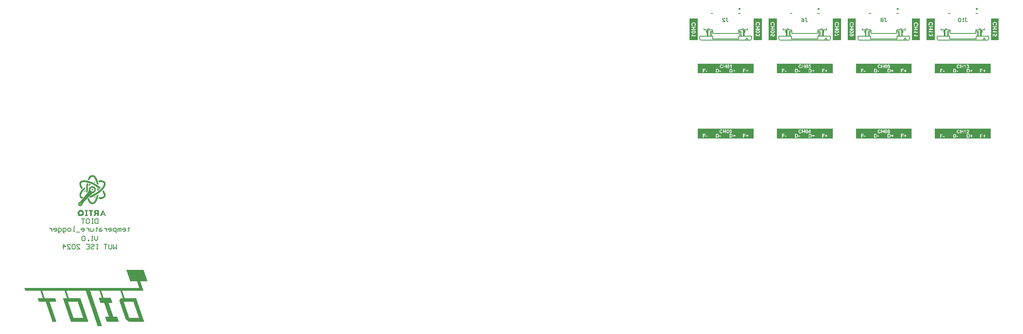
<source format=gbo>
G04*
G04 #@! TF.GenerationSoftware,Altium Limited,Altium Designer,24.8.2 (39)*
G04*
G04 Layer_Color=32896*
%FSLAX25Y25*%
%MOIN*%
G70*
G04*
G04 #@! TF.SameCoordinates,C1053C66-5238-42FC-9F49-9D65F9AD5EA5*
G04*
G04*
G04 #@! TF.FilePolarity,Positive*
G04*
G01*
G75*
%ADD10C,0.00984*%
%ADD11C,0.00787*%
%ADD12C,0.00118*%
%ADD13C,0.00394*%
%ADD17C,0.00800*%
%ADD18C,0.00600*%
%ADD22R,0.00040X0.00995*%
%ADD243C,0.00394*%
G36*
X395337Y171005D02*
X394550D01*
X394156Y171399D01*
X394943Y171793D01*
X395337D01*
Y171005D01*
D02*
G37*
G36*
X394782Y176678D02*
X394890D01*
X395340Y176242D01*
Y176126D01*
X396309Y175157D01*
Y174642D01*
X396912Y174040D01*
Y173367D01*
X397148Y173131D01*
Y172352D01*
X397648Y171852D01*
Y170389D01*
X397980Y170057D01*
Y169435D01*
X397502D01*
X396966Y169971D01*
X396801D01*
Y170222D01*
X396416Y170606D01*
Y171642D01*
X396177Y171882D01*
Y172690D01*
X395591Y173275D01*
Y174031D01*
X394913Y174710D01*
Y175030D01*
X394111Y175832D01*
X393927D01*
X393509Y176250D01*
X392466D01*
X392049Y175833D01*
X391891D01*
Y175703D01*
X390668Y174481D01*
Y173937D01*
X390060Y173329D01*
Y172996D01*
X389206D01*
X388913Y173288D01*
X389038Y173367D01*
Y173761D01*
X389432Y174155D01*
Y174548D01*
X391794Y177304D01*
X394156D01*
X394782Y176678D01*
D02*
G37*
G36*
X392187Y169430D02*
X389825Y168249D01*
X390219Y169824D01*
X390613D01*
X392187Y169430D01*
D02*
G37*
G36*
X388256Y172668D02*
X392061Y171629D01*
X395261Y169929D01*
X397761Y168329D01*
X400090Y166574D01*
X399186Y165833D01*
X396161Y168129D01*
X392078Y170260D01*
X387208Y171646D01*
X385985Y171734D01*
X384425Y171486D01*
X383619Y171030D01*
X383174Y169893D01*
X383551Y168441D01*
X384570Y166745D01*
X383819Y165877D01*
X382387Y168210D01*
X382010Y169537D01*
X382436Y171416D01*
X383465Y172339D01*
X384704Y172758D01*
X386178Y172873D01*
X388256Y172668D01*
D02*
G37*
G36*
X397152Y166529D02*
X398153Y165754D01*
X398290Y164948D01*
X397203Y164012D01*
X397134Y166543D01*
X397152Y166529D01*
D02*
G37*
G36*
X386837Y163067D02*
X385885Y163724D01*
X385961Y163796D01*
X386710Y164501D01*
X386837Y163067D01*
D02*
G37*
G36*
X388250Y170612D02*
X389347Y170458D01*
X388939Y167162D01*
X388815Y164736D01*
X388854Y163619D01*
X387813Y162273D01*
X387661Y165729D01*
X387929Y169017D01*
X388205Y170689D01*
X388250Y170612D01*
D02*
G37*
G36*
X403565Y162166D02*
X403949Y160633D01*
X403860Y159636D01*
X403261Y158429D01*
X402066Y157767D01*
X400285Y157434D01*
X398150Y157579D01*
X398461Y158687D01*
X399963Y158585D01*
X401476Y158796D01*
X402336Y159262D01*
X402779Y160062D01*
X402762Y160848D01*
X402097Y162492D01*
X401314Y163641D01*
X402143Y164441D01*
X403565Y162166D01*
D02*
G37*
G36*
X400954Y172818D02*
X402470Y172358D01*
X403408Y171599D01*
X403861Y170229D01*
X403830Y168915D01*
X402829Y166782D01*
X401155Y164750D01*
X398861Y162629D01*
X395008Y160180D01*
X390759Y158307D01*
X390496Y158951D01*
X391178Y159691D01*
X393061Y160529D01*
X396856Y162674D01*
X400461Y165729D01*
X401791Y167326D01*
X402761Y168729D01*
X402805Y169792D01*
X402714Y170481D01*
X402186Y171169D01*
X401441Y171521D01*
X400015Y171728D01*
X398464Y171623D01*
X398156Y172737D01*
X399690Y172879D01*
X400954Y172818D01*
D02*
G37*
G36*
X395290Y158285D02*
X394350Y158834D01*
X395561Y159411D01*
X395290Y158285D01*
D02*
G37*
G36*
X386775Y165896D02*
X385590Y164674D01*
X384482Y163408D01*
X383593Y161961D01*
X383208Y160850D01*
X383283Y159775D01*
X384014Y158994D01*
X385026Y158667D01*
X384247Y157659D01*
X383881Y157784D01*
X382691Y158566D01*
X382156Y159490D01*
X382042Y160832D01*
X382742Y162846D01*
X384785Y165532D01*
X386757Y167340D01*
X386775Y165896D01*
D02*
G37*
G36*
X397614Y159004D02*
X396691Y156227D01*
X395680Y154471D01*
X394361Y153329D01*
X393320Y152878D01*
X392654D01*
X390927Y153772D01*
X390018Y154885D01*
X388893Y157208D01*
X389784Y158177D01*
X390083Y157324D01*
X391001Y155478D01*
X391857Y154505D01*
X392764Y154061D01*
X393677Y154213D01*
X394664Y155060D01*
X395382Y156187D01*
X396201Y158234D01*
X396691Y160105D01*
X397865Y160871D01*
X397614Y159004D01*
D02*
G37*
G36*
X383115Y153556D02*
X383323Y153348D01*
X383435Y153077D01*
Y152931D01*
Y152923D01*
Y152776D01*
X383322Y152505D01*
X383115Y152297D01*
X382843Y152185D01*
X382545D01*
X382274Y152297D01*
X382067Y152505D01*
X381954Y152776D01*
Y152922D01*
Y152929D01*
Y153076D01*
X382067Y153348D01*
X382275Y153555D01*
X382546Y153668D01*
X382844D01*
X383115Y153556D01*
D02*
G37*
G36*
X394780Y167346D02*
X395161Y167029D01*
X395661Y166129D01*
X395761Y164629D01*
X395158Y163273D01*
X393961Y162429D01*
X393062Y162230D01*
X385101Y154076D01*
X384777Y153579D01*
X384530Y152830D01*
X384119Y151808D01*
X383561Y151229D01*
X382722Y151153D01*
X383107Y151829D01*
X383863Y152736D01*
X383456Y153845D01*
X382293Y154046D01*
X381537Y153140D01*
X381943Y152031D01*
X383107Y151829D01*
X382722Y151153D01*
X381565Y151571D01*
X381361Y151929D01*
X380861Y152529D01*
X381328Y154124D01*
X381661Y154329D01*
X382498Y154796D01*
X383225Y155339D01*
X389626Y163612D01*
X390072Y164691D01*
X390061Y165629D01*
X390706Y166967D01*
X391861Y167829D01*
X392934Y168013D01*
X394780Y167346D01*
D02*
G37*
G36*
X398326Y142952D02*
X397193D01*
Y144440D01*
X396330Y144329D01*
X395528Y142952D01*
X394210D01*
Y143037D01*
X395164Y144730D01*
X394761Y145133D01*
X394537Y145580D01*
X394457Y146229D01*
X394537Y146683D01*
X394832Y147255D01*
X395624Y147811D01*
X397157Y147848D01*
Y146853D01*
X396187D01*
X395717Y146625D01*
X395574Y146247D01*
X395671Y145739D01*
X396189Y145428D01*
X397194Y145428D01*
X397157Y147848D01*
X398326D01*
Y142952D01*
D02*
G37*
G36*
X404391D02*
X403258D01*
X402922Y143668D01*
X400906D01*
X400570Y142952D01*
X399437D01*
X401691Y147914D01*
X402144D01*
X404391Y142952D01*
D02*
G37*
G36*
X393482Y146853D02*
X392240D01*
Y142952D01*
X391122D01*
Y146853D01*
X389887D01*
Y147848D01*
X393482D01*
Y146853D01*
D02*
G37*
G36*
X389003Y146882D02*
X388411D01*
Y143926D01*
X389054D01*
Y142952D01*
X386650D01*
Y143926D01*
X387293D01*
Y146882D01*
X386701D01*
Y147848D01*
X389003D01*
Y146882D01*
D02*
G37*
G36*
X383861Y147829D02*
X384553Y147543D01*
X385161Y146929D01*
X385461Y146429D01*
X385641Y145869D01*
X385659Y145393D01*
X385517Y144467D01*
X385126Y143755D01*
X384761Y143329D01*
X384232Y143086D01*
X382970Y142829D01*
X381846Y143104D01*
X381703Y142952D01*
X380517D01*
X381025Y143941D01*
X380732Y144615D01*
X380648Y145068D01*
Y145393D01*
X380778Y146328D01*
X381168Y147042D01*
X381558Y147432D01*
X382069Y147716D01*
X383146Y147935D01*
X383861Y147829D01*
D02*
G37*
G36*
X436340Y96947D02*
Y96850D01*
Y96752D01*
X436437D01*
Y96654D01*
Y96557D01*
X436535D01*
Y96460D01*
Y96362D01*
Y96265D01*
X436632D01*
Y96167D01*
Y96070D01*
Y95972D01*
X436729D01*
Y95875D01*
Y95777D01*
Y95680D01*
X436827D01*
Y95582D01*
Y95485D01*
Y95387D01*
X436924D01*
Y95290D01*
Y95192D01*
Y95095D01*
X437022D01*
Y94997D01*
Y94900D01*
Y94802D01*
X437119D01*
Y94705D01*
Y94608D01*
Y94510D01*
X437217D01*
Y94412D01*
Y94315D01*
Y94218D01*
X437314D01*
Y94120D01*
Y94023D01*
Y93925D01*
X437412D01*
Y93828D01*
Y93730D01*
X437509D01*
Y93633D01*
Y93535D01*
Y93438D01*
X437607D01*
Y93340D01*
Y93243D01*
Y93145D01*
X437704D01*
Y93048D01*
Y92950D01*
Y92853D01*
X437802D01*
Y92755D01*
Y92658D01*
Y92560D01*
X437899D01*
Y92463D01*
Y92365D01*
Y92268D01*
X437997D01*
Y92171D01*
Y92073D01*
Y91976D01*
X438094D01*
Y91878D01*
Y91781D01*
Y91683D01*
X438192D01*
Y91586D01*
Y91488D01*
Y91391D01*
X438289D01*
Y91293D01*
Y91196D01*
X438386D01*
Y91098D01*
Y91001D01*
Y90903D01*
X438484D01*
Y90806D01*
Y90708D01*
Y90611D01*
X438582D01*
Y90513D01*
Y90416D01*
Y90319D01*
X438679D01*
Y90221D01*
Y90123D01*
Y90026D01*
X438776D01*
Y89929D01*
Y89831D01*
Y89734D01*
X438874D01*
Y89636D01*
Y89539D01*
Y89441D01*
X438971D01*
Y89344D01*
Y89246D01*
Y89149D01*
X439069D01*
Y89051D01*
Y88954D01*
Y88856D01*
X439166D01*
Y88759D01*
Y88661D01*
Y88564D01*
X439264D01*
Y88466D01*
Y88369D01*
X439361D01*
Y88271D01*
Y88174D01*
Y88077D01*
X439459D01*
Y87979D01*
Y87881D01*
Y87784D01*
X439556D01*
Y87687D01*
Y87589D01*
Y87492D01*
X439654D01*
Y87394D01*
X433513D01*
Y87297D01*
Y87199D01*
Y87102D01*
X433610D01*
Y87004D01*
Y86907D01*
Y86809D01*
X433708D01*
Y86712D01*
Y86614D01*
Y86517D01*
X433805D01*
Y86419D01*
Y86322D01*
Y86224D01*
X433903D01*
Y86127D01*
Y86029D01*
Y85932D01*
X434000D01*
Y85834D01*
Y85737D01*
Y85640D01*
X434097D01*
Y85542D01*
Y85445D01*
Y85347D01*
X434195D01*
Y85250D01*
Y85152D01*
Y85055D01*
X434293D01*
Y84957D01*
Y84860D01*
Y84762D01*
X434390D01*
Y84665D01*
Y84567D01*
Y84470D01*
X434487D01*
Y84372D01*
Y84275D01*
Y84177D01*
X434585D01*
Y84080D01*
Y83982D01*
Y83885D01*
X434682D01*
Y83788D01*
Y83690D01*
Y83592D01*
X434780D01*
Y83495D01*
Y83398D01*
Y83300D01*
X434877D01*
Y83203D01*
Y83105D01*
Y83008D01*
X434975D01*
Y82910D01*
Y82813D01*
Y82715D01*
X435072D01*
Y82618D01*
Y82520D01*
Y82423D01*
X435170D01*
Y82325D01*
Y82228D01*
Y82130D01*
X435267D01*
Y82033D01*
Y81935D01*
Y81838D01*
X435365D01*
Y81740D01*
Y81643D01*
Y81546D01*
X435462D01*
Y81448D01*
Y81351D01*
Y81253D01*
X435560D01*
Y81156D01*
Y81058D01*
X435657D01*
Y80961D01*
Y80863D01*
Y80766D01*
X435755D01*
Y80668D01*
Y80571D01*
Y80473D01*
X435852D01*
Y80376D01*
Y80278D01*
Y80181D01*
X435950D01*
Y80083D01*
Y79986D01*
X436047D01*
Y79888D01*
Y79791D01*
Y79693D01*
X436145D01*
Y79596D01*
Y79498D01*
X436242D01*
Y79401D01*
X418209D01*
Y79303D01*
Y79206D01*
X418306D01*
Y79109D01*
Y79011D01*
Y78914D01*
X418404D01*
Y78816D01*
Y78719D01*
Y78621D01*
X418501D01*
Y78524D01*
Y78426D01*
Y78329D01*
X418599D01*
Y78231D01*
Y78134D01*
Y78036D01*
X418696D01*
Y77939D01*
Y77841D01*
Y77744D01*
X418794D01*
Y77646D01*
Y77549D01*
Y77451D01*
X418891D01*
Y77354D01*
Y77257D01*
Y77159D01*
X418989D01*
Y77061D01*
Y76964D01*
Y76867D01*
X419086D01*
Y76769D01*
Y76672D01*
Y76574D01*
X419183D01*
Y76477D01*
Y76379D01*
Y76282D01*
X419281D01*
Y76184D01*
Y76087D01*
Y75989D01*
X419379D01*
Y75892D01*
Y75794D01*
Y75697D01*
X419476D01*
Y75599D01*
Y75502D01*
Y75404D01*
X419573D01*
Y75307D01*
Y75209D01*
Y75112D01*
X419671D01*
Y75015D01*
Y74917D01*
Y74820D01*
X419768D01*
Y74722D01*
Y74625D01*
Y74527D01*
X419866D01*
Y74430D01*
Y74332D01*
Y74235D01*
X419963D01*
Y74137D01*
Y74040D01*
Y73942D01*
X420061D01*
Y73845D01*
Y73747D01*
Y73650D01*
X420158D01*
Y73552D01*
Y73455D01*
Y73357D01*
X420256D01*
Y73260D01*
X429906D01*
Y73163D01*
X430003D01*
Y73065D01*
Y72967D01*
X430101D01*
Y72870D01*
Y72773D01*
Y72675D01*
X430198D01*
Y72578D01*
Y72480D01*
Y72383D01*
X430296D01*
Y72285D01*
Y72188D01*
Y72090D01*
X430393D01*
Y71993D01*
Y71895D01*
Y71798D01*
X430491D01*
Y71700D01*
Y71603D01*
Y71505D01*
X430588D01*
Y71408D01*
Y71310D01*
Y71213D01*
X430686D01*
Y71115D01*
Y71018D01*
Y70920D01*
X430783D01*
Y70823D01*
Y70726D01*
Y70628D01*
X430881D01*
Y70531D01*
Y70433D01*
Y70336D01*
X430978D01*
Y70238D01*
Y70141D01*
Y70043D01*
X431076D01*
Y69946D01*
Y69848D01*
Y69751D01*
X431173D01*
Y69653D01*
Y69556D01*
Y69458D01*
X431271D01*
Y69361D01*
Y69263D01*
Y69166D01*
X431368D01*
Y69068D01*
Y68971D01*
Y68874D01*
X431466D01*
Y68776D01*
Y68678D01*
Y68581D01*
X431563D01*
Y68484D01*
Y68386D01*
Y68289D01*
X431661D01*
Y68191D01*
Y68094D01*
X431758D01*
Y67996D01*
Y67899D01*
Y67801D01*
X431856D01*
Y67704D01*
Y67606D01*
Y67509D01*
X431953D01*
Y67411D01*
Y67314D01*
Y67216D01*
X432051D01*
Y67119D01*
Y67021D01*
Y66924D01*
X432148D01*
Y66826D01*
Y66729D01*
Y66632D01*
X432245D01*
Y66534D01*
Y66436D01*
Y66339D01*
X432343D01*
Y66242D01*
Y66144D01*
Y66047D01*
X432440D01*
Y65949D01*
Y65852D01*
Y65754D01*
X432538D01*
Y65657D01*
Y65559D01*
Y65462D01*
X432635D01*
Y65364D01*
Y65267D01*
Y65169D01*
X432733D01*
Y65072D01*
Y64974D01*
Y64877D01*
X432830D01*
Y64779D01*
Y64682D01*
Y64584D01*
X432928D01*
Y64487D01*
Y64389D01*
Y64292D01*
X433025D01*
Y64195D01*
Y64097D01*
Y64000D01*
X433123D01*
Y63902D01*
Y63805D01*
Y63707D01*
X433220D01*
Y63610D01*
Y63512D01*
Y63415D01*
X433318D01*
Y63317D01*
Y63220D01*
X433415D01*
Y63122D01*
Y63025D01*
Y62927D01*
X433513D01*
Y62830D01*
Y62732D01*
Y62635D01*
X433610D01*
Y62537D01*
Y62440D01*
Y62343D01*
X433708D01*
Y62245D01*
Y62147D01*
Y62050D01*
X433805D01*
Y61953D01*
Y61855D01*
Y61758D01*
X433903D01*
Y61660D01*
Y61563D01*
Y61465D01*
X434000D01*
Y61368D01*
Y61270D01*
Y61173D01*
X434097D01*
Y61075D01*
Y60978D01*
Y60880D01*
X434195D01*
Y60783D01*
Y60685D01*
Y60588D01*
X434293D01*
Y60490D01*
Y60393D01*
Y60295D01*
X434390D01*
Y60198D01*
Y60101D01*
Y60003D01*
X434487D01*
Y59906D01*
Y59808D01*
Y59711D01*
X434585D01*
Y59613D01*
Y59516D01*
Y59418D01*
X434682D01*
Y59321D01*
Y59223D01*
Y59126D01*
X434780D01*
Y59028D01*
Y58931D01*
Y58833D01*
X434877D01*
Y58736D01*
Y58638D01*
Y58541D01*
X434975D01*
Y58443D01*
Y58346D01*
Y58248D01*
X435072D01*
Y58151D01*
Y58053D01*
X435170D01*
Y57956D01*
Y57859D01*
Y57761D01*
X435267D01*
Y57664D01*
Y57566D01*
Y57469D01*
X435365D01*
Y57371D01*
Y57274D01*
Y57176D01*
X435462D01*
Y57079D01*
Y56981D01*
Y56884D01*
X435560D01*
Y56786D01*
Y56689D01*
Y56591D01*
X435657D01*
Y56494D01*
Y56396D01*
Y56299D01*
X435755D01*
Y56201D01*
Y56104D01*
Y56006D01*
X435852D01*
Y55909D01*
Y55812D01*
Y55714D01*
X435950D01*
Y55616D01*
Y55519D01*
Y55422D01*
X436047D01*
Y55324D01*
Y55227D01*
Y55129D01*
X436145D01*
Y55032D01*
Y54934D01*
Y54837D01*
X436242D01*
Y54739D01*
Y54642D01*
Y54544D01*
X436340D01*
Y54447D01*
Y54349D01*
Y54252D01*
X436437D01*
Y54154D01*
Y54057D01*
Y53959D01*
X436535D01*
Y53862D01*
Y53764D01*
Y53667D01*
X436632D01*
Y53570D01*
Y53472D01*
Y53375D01*
X436729D01*
Y53277D01*
X423862D01*
Y53375D01*
X423667D01*
Y53472D01*
X423570D01*
Y53570D01*
X423472D01*
Y53667D01*
X423278D01*
Y53764D01*
X423180D01*
Y53862D01*
X423083D01*
Y53959D01*
X422888D01*
Y54057D01*
X422790D01*
Y54154D01*
X422693D01*
Y54252D01*
X422498D01*
Y54349D01*
X422400D01*
Y54447D01*
X422303D01*
Y54544D01*
X422108D01*
Y54642D01*
X422010D01*
Y54739D01*
X421913D01*
Y54837D01*
X421718D01*
Y54934D01*
X421621D01*
Y55032D01*
X421231D01*
Y55129D01*
X421133D01*
Y55227D01*
Y55324D01*
Y55422D01*
X421036D01*
Y55519D01*
Y55616D01*
Y55714D01*
X420938D01*
Y55812D01*
Y55909D01*
Y56006D01*
X420841D01*
Y56104D01*
Y56201D01*
Y56299D01*
X420743D01*
Y56396D01*
Y56494D01*
Y56591D01*
X420646D01*
Y56689D01*
Y56786D01*
Y56884D01*
X420548D01*
Y56981D01*
Y57079D01*
Y57176D01*
X420451D01*
Y57274D01*
Y57371D01*
Y57469D01*
X420353D01*
Y57566D01*
Y57664D01*
Y57761D01*
X420256D01*
Y57859D01*
Y57956D01*
Y58053D01*
X420158D01*
Y58151D01*
Y58248D01*
X420061D01*
Y58346D01*
Y58443D01*
Y58541D01*
X419963D01*
Y58638D01*
Y58736D01*
Y58833D01*
X419866D01*
Y58931D01*
Y59028D01*
Y59126D01*
X419768D01*
Y59223D01*
Y59321D01*
Y59418D01*
X419671D01*
Y59516D01*
Y59613D01*
Y59711D01*
X419573D01*
Y59808D01*
Y59906D01*
Y60003D01*
X419476D01*
Y60101D01*
Y60198D01*
Y60295D01*
X419379D01*
Y60393D01*
Y60490D01*
Y60588D01*
X419281D01*
Y60685D01*
Y60783D01*
Y60880D01*
X419183D01*
Y60978D01*
Y61075D01*
Y61173D01*
X419086D01*
Y61270D01*
Y61368D01*
Y61465D01*
X418989D01*
Y61563D01*
Y61660D01*
Y61758D01*
X418891D01*
Y61855D01*
Y61953D01*
Y62050D01*
X418794D01*
Y62147D01*
Y62245D01*
Y62343D01*
X418696D01*
Y62440D01*
Y62537D01*
Y62635D01*
X418599D01*
Y62732D01*
Y62830D01*
Y62927D01*
X418501D01*
Y63025D01*
Y63122D01*
Y63220D01*
X418404D01*
Y63317D01*
Y63415D01*
X418306D01*
Y63512D01*
Y63610D01*
Y63707D01*
X418209D01*
Y63805D01*
Y63902D01*
Y64000D01*
X418111D01*
Y64097D01*
Y64195D01*
Y64292D01*
X418014D01*
Y64389D01*
Y64487D01*
Y64584D01*
X417916D01*
Y64682D01*
Y64779D01*
Y64877D01*
X417819D01*
Y64974D01*
Y65072D01*
Y65169D01*
X417721D01*
Y65267D01*
Y65364D01*
Y65462D01*
X417624D01*
Y65559D01*
Y65657D01*
Y65754D01*
X417526D01*
Y65852D01*
Y65949D01*
Y66047D01*
X417429D01*
Y66144D01*
Y66242D01*
Y66339D01*
X417332D01*
Y66436D01*
Y66534D01*
Y66632D01*
X417234D01*
Y66729D01*
Y66826D01*
Y66924D01*
X417136D01*
Y67021D01*
Y67119D01*
Y67216D01*
X417039D01*
Y67314D01*
Y67411D01*
Y67509D01*
X416942D01*
Y67606D01*
Y67704D01*
Y67801D01*
X416844D01*
Y67899D01*
Y67996D01*
Y68094D01*
X416747D01*
Y68191D01*
Y68289D01*
X416649D01*
Y68386D01*
Y68484D01*
Y68581D01*
X416552D01*
Y68678D01*
Y68776D01*
Y68874D01*
X416454D01*
Y68971D01*
Y69068D01*
Y69166D01*
X416357D01*
Y69263D01*
Y69361D01*
Y69458D01*
X416259D01*
Y69556D01*
Y69653D01*
Y69751D01*
X416162D01*
Y69848D01*
Y69946D01*
Y70043D01*
X416064D01*
Y70141D01*
Y70238D01*
Y70336D01*
X415967D01*
Y70433D01*
Y70531D01*
Y70628D01*
X415869D01*
Y70726D01*
Y70823D01*
Y70920D01*
X415772D01*
Y71018D01*
Y71115D01*
Y71213D01*
Y71310D01*
X415869D01*
Y71408D01*
Y71505D01*
X415967D01*
Y71603D01*
X416064D01*
Y71700D01*
Y71798D01*
X416162D01*
Y71895D01*
X416259D01*
Y71993D01*
Y72090D01*
X416357D01*
Y72188D01*
X416454D01*
Y72285D01*
Y72383D01*
X416552D01*
Y72480D01*
X416649D01*
Y72578D01*
Y72675D01*
X416747D01*
Y72773D01*
X416844D01*
Y72870D01*
Y72967D01*
X416942D01*
Y73065D01*
X417039D01*
Y73163D01*
Y73260D01*
X418696D01*
Y73357D01*
Y73455D01*
X418599D01*
Y73552D01*
Y73650D01*
Y73747D01*
X418501D01*
Y73845D01*
Y73942D01*
Y74040D01*
X418404D01*
Y74137D01*
Y74235D01*
Y74332D01*
X418306D01*
Y74430D01*
Y74527D01*
Y74625D01*
X418209D01*
Y74722D01*
Y74820D01*
Y74917D01*
X418111D01*
Y75015D01*
Y75112D01*
Y75209D01*
X418014D01*
Y75307D01*
Y75404D01*
Y75502D01*
X417916D01*
Y75599D01*
Y75697D01*
Y75794D01*
X417819D01*
Y75892D01*
Y75989D01*
Y76087D01*
X417721D01*
Y76184D01*
Y76282D01*
Y76379D01*
X417624D01*
Y76477D01*
Y76574D01*
Y76672D01*
X417526D01*
Y76769D01*
Y76867D01*
Y76964D01*
X417429D01*
Y77061D01*
Y77159D01*
Y77257D01*
X417332D01*
Y77354D01*
Y77451D01*
Y77549D01*
X417234D01*
Y77646D01*
Y77744D01*
Y77841D01*
X417136D01*
Y77939D01*
Y78036D01*
Y78134D01*
X417039D01*
Y78231D01*
Y78329D01*
Y78426D01*
X416942D01*
Y78524D01*
Y78621D01*
X416844D01*
Y78719D01*
Y78816D01*
Y78914D01*
X416747D01*
Y79011D01*
Y79109D01*
Y79206D01*
X416649D01*
Y79303D01*
Y79401D01*
X400468D01*
Y79303D01*
Y79206D01*
X400565D01*
Y79109D01*
Y79011D01*
Y78914D01*
X400663D01*
Y78816D01*
Y78719D01*
Y78621D01*
X400760D01*
Y78524D01*
Y78426D01*
Y78329D01*
X400858D01*
Y78231D01*
Y78134D01*
Y78036D01*
X400955D01*
Y77939D01*
Y77841D01*
Y77744D01*
X401053D01*
Y77646D01*
Y77549D01*
Y77451D01*
X401150D01*
Y77354D01*
Y77257D01*
Y77159D01*
X401248D01*
Y77061D01*
Y76964D01*
Y76867D01*
X401345D01*
Y76769D01*
Y76672D01*
Y76574D01*
X401443D01*
Y76477D01*
Y76379D01*
Y76282D01*
X401540D01*
Y76184D01*
Y76087D01*
Y75989D01*
X401638D01*
Y75892D01*
Y75794D01*
Y75697D01*
X401735D01*
Y75599D01*
Y75502D01*
Y75404D01*
X401833D01*
Y75307D01*
Y75209D01*
Y75112D01*
X401930D01*
Y75015D01*
Y74917D01*
Y74820D01*
X402028D01*
Y74722D01*
Y74625D01*
Y74527D01*
X402125D01*
Y74430D01*
Y74332D01*
Y74235D01*
X402222D01*
Y74137D01*
Y74040D01*
Y73942D01*
X402320D01*
Y73845D01*
Y73747D01*
Y73650D01*
X402417D01*
Y73552D01*
Y73455D01*
Y73357D01*
X408461D01*
Y73260D01*
X408559D01*
Y73163D01*
Y73065D01*
X408656D01*
Y72967D01*
Y72870D01*
Y72773D01*
X408753D01*
Y72675D01*
Y72578D01*
Y72480D01*
X408851D01*
Y72383D01*
Y72285D01*
Y72188D01*
X408948D01*
Y72090D01*
Y71993D01*
Y71895D01*
X409046D01*
Y71798D01*
Y71700D01*
Y71603D01*
X409143D01*
Y71505D01*
Y71408D01*
Y71310D01*
X409241D01*
Y71213D01*
Y71115D01*
Y71018D01*
X409338D01*
Y70920D01*
Y70823D01*
Y70726D01*
X409436D01*
Y70628D01*
Y70531D01*
Y70433D01*
X409533D01*
Y70336D01*
Y70238D01*
Y70141D01*
X409631D01*
Y70043D01*
Y69946D01*
Y69848D01*
X409728D01*
Y69751D01*
Y69653D01*
Y69556D01*
X409826D01*
Y69458D01*
Y69361D01*
Y69263D01*
X409923D01*
Y69166D01*
Y69068D01*
X406706D01*
Y68971D01*
Y68874D01*
X406804D01*
Y68776D01*
Y68678D01*
Y68581D01*
X406901D01*
Y68484D01*
Y68386D01*
Y68289D01*
X406999D01*
Y68191D01*
Y68094D01*
X407096D01*
Y67996D01*
Y67899D01*
Y67801D01*
X407194D01*
Y67704D01*
Y67606D01*
Y67509D01*
X407291D01*
Y67411D01*
Y67314D01*
Y67216D01*
X407389D01*
Y67119D01*
Y67021D01*
Y66924D01*
X407486D01*
Y66826D01*
Y66729D01*
Y66632D01*
X407584D01*
Y66534D01*
Y66436D01*
Y66339D01*
X407681D01*
Y66242D01*
Y66144D01*
Y66047D01*
X407779D01*
Y65949D01*
Y65852D01*
Y65754D01*
X407876D01*
Y65657D01*
Y65559D01*
Y65462D01*
X407974D01*
Y65364D01*
Y65267D01*
Y65169D01*
X408071D01*
Y65072D01*
Y64974D01*
Y64877D01*
X408169D01*
Y64779D01*
Y64682D01*
Y64584D01*
X408266D01*
Y64487D01*
Y64389D01*
Y64292D01*
X408363D01*
Y64195D01*
Y64097D01*
Y64000D01*
X408461D01*
Y63902D01*
Y63805D01*
Y63707D01*
X408559D01*
Y63610D01*
Y63512D01*
Y63415D01*
X408656D01*
Y63317D01*
Y63220D01*
X408753D01*
Y63122D01*
Y63025D01*
Y62927D01*
X408851D01*
Y62830D01*
Y62732D01*
Y62635D01*
X408948D01*
Y62537D01*
Y62440D01*
Y62343D01*
X409046D01*
Y62245D01*
Y62147D01*
Y62050D01*
X409143D01*
Y61953D01*
Y61855D01*
Y61758D01*
X409241D01*
Y61660D01*
Y61563D01*
Y61465D01*
X409338D01*
Y61368D01*
Y61270D01*
Y61173D01*
X409436D01*
Y61075D01*
Y60978D01*
Y60880D01*
X409533D01*
Y60783D01*
Y60685D01*
Y60588D01*
X409631D01*
Y60490D01*
Y60393D01*
Y60295D01*
X409728D01*
Y60198D01*
Y60101D01*
Y60003D01*
X409826D01*
Y59906D01*
Y59808D01*
Y59711D01*
X409923D01*
Y59613D01*
Y59516D01*
Y59418D01*
X410021D01*
Y59321D01*
Y59223D01*
Y59126D01*
X410118D01*
Y59028D01*
Y58931D01*
Y58833D01*
X410216D01*
Y58736D01*
Y58638D01*
Y58541D01*
X410313D01*
Y58443D01*
Y58346D01*
Y58248D01*
X410411D01*
Y58151D01*
Y58053D01*
X410508D01*
Y57956D01*
Y57859D01*
Y57761D01*
X410605D01*
Y57664D01*
Y57566D01*
X413920D01*
Y57469D01*
Y57371D01*
Y57274D01*
X414017D01*
Y57176D01*
Y57079D01*
Y56981D01*
X414115D01*
Y56884D01*
Y56786D01*
Y56689D01*
X414212D01*
Y56591D01*
Y56494D01*
Y56396D01*
X414310D01*
Y56299D01*
Y56201D01*
Y56104D01*
X414407D01*
Y56006D01*
Y55909D01*
Y55812D01*
X414505D01*
Y55714D01*
Y55616D01*
Y55519D01*
X414602D01*
Y55422D01*
Y55324D01*
Y55227D01*
X414700D01*
Y55129D01*
Y55032D01*
Y54934D01*
X414797D01*
Y54837D01*
Y54739D01*
Y54642D01*
X414894D01*
Y54544D01*
Y54447D01*
Y54349D01*
X414992D01*
Y54252D01*
Y54154D01*
Y54057D01*
X415090D01*
Y53959D01*
Y53862D01*
Y53764D01*
X415187D01*
Y53667D01*
Y53570D01*
Y53472D01*
X415284D01*
Y53375D01*
Y53277D01*
X405147D01*
Y53375D01*
X405049D01*
Y53472D01*
Y53570D01*
X404952D01*
Y53667D01*
Y53764D01*
Y53862D01*
X404854D01*
Y53959D01*
Y54057D01*
Y54154D01*
X404757D01*
Y54252D01*
Y54349D01*
Y54447D01*
X404659D01*
Y54544D01*
Y54642D01*
Y54739D01*
X404562D01*
Y54837D01*
Y54934D01*
Y55032D01*
X404464D01*
Y55129D01*
Y55227D01*
Y55324D01*
X404367D01*
Y55422D01*
Y55519D01*
Y55616D01*
X404270D01*
Y55714D01*
Y55812D01*
Y55909D01*
X404172D01*
Y56006D01*
Y56104D01*
Y56201D01*
X404074D01*
Y56299D01*
Y56396D01*
Y56494D01*
X403977D01*
Y56591D01*
Y56689D01*
Y56786D01*
X403880D01*
Y56884D01*
Y56981D01*
Y57079D01*
X403782D01*
Y57176D01*
Y57274D01*
Y57371D01*
X403685D01*
Y57469D01*
Y57566D01*
X406901D01*
Y57664D01*
Y57761D01*
X406804D01*
Y57859D01*
Y57956D01*
Y58053D01*
X406706D01*
Y58151D01*
Y58248D01*
X406609D01*
Y58346D01*
Y58443D01*
Y58541D01*
X406511D01*
Y58638D01*
Y58736D01*
Y58833D01*
X406414D01*
Y58931D01*
Y59028D01*
Y59126D01*
X406317D01*
Y59223D01*
Y59321D01*
Y59418D01*
X406219D01*
Y59516D01*
Y59613D01*
Y59711D01*
X406122D01*
Y59808D01*
Y59906D01*
Y60003D01*
X406024D01*
Y60101D01*
Y60198D01*
Y60295D01*
X405927D01*
Y60393D01*
Y60490D01*
Y60588D01*
X405829D01*
Y60685D01*
Y60783D01*
Y60880D01*
X405732D01*
Y60978D01*
Y61075D01*
Y61173D01*
X405634D01*
Y61270D01*
Y61368D01*
Y61465D01*
X405537D01*
Y61563D01*
Y61660D01*
Y61758D01*
X405439D01*
Y61855D01*
Y61953D01*
Y62050D01*
X405342D01*
Y62147D01*
Y62245D01*
Y62343D01*
X405244D01*
Y62440D01*
Y62537D01*
Y62635D01*
X405147D01*
Y62732D01*
Y62830D01*
Y62927D01*
X405049D01*
Y63025D01*
Y63122D01*
Y63220D01*
X404952D01*
Y63317D01*
Y63415D01*
X404854D01*
Y63512D01*
Y63610D01*
Y63707D01*
X404757D01*
Y63805D01*
Y63902D01*
Y64000D01*
X404659D01*
Y64097D01*
Y64195D01*
Y64292D01*
X404562D01*
Y64389D01*
Y64487D01*
Y64584D01*
X404464D01*
Y64682D01*
Y64779D01*
Y64877D01*
X404367D01*
Y64974D01*
Y65072D01*
Y65169D01*
X404270D01*
Y65267D01*
Y65364D01*
Y65462D01*
X404172D01*
Y65559D01*
Y65657D01*
Y65754D01*
X404074D01*
Y65852D01*
Y65949D01*
Y66047D01*
X403977D01*
Y66144D01*
Y66242D01*
Y66339D01*
X403880D01*
Y66436D01*
Y66534D01*
Y66632D01*
X403782D01*
Y66729D01*
Y66826D01*
Y66924D01*
X403685D01*
Y67021D01*
Y67119D01*
Y67216D01*
X403587D01*
Y67314D01*
Y67411D01*
Y67509D01*
X403490D01*
Y67606D01*
Y67704D01*
Y67801D01*
X403392D01*
Y67899D01*
Y67996D01*
Y68094D01*
X403295D01*
Y68191D01*
Y68289D01*
X403197D01*
Y68386D01*
Y68484D01*
Y68581D01*
X403100D01*
Y68678D01*
Y68776D01*
Y68874D01*
X403002D01*
Y68971D01*
Y69068D01*
X399688D01*
Y69166D01*
Y69263D01*
Y69361D01*
X399591D01*
Y69458D01*
Y69556D01*
Y69653D01*
X399493D01*
Y69751D01*
Y69848D01*
Y69946D01*
X399396D01*
Y70043D01*
Y70141D01*
Y70238D01*
X399298D01*
Y70336D01*
Y70433D01*
Y70531D01*
X399201D01*
Y70628D01*
Y70726D01*
Y70823D01*
X399103D01*
Y70920D01*
Y71018D01*
Y71115D01*
X399006D01*
Y71213D01*
Y71310D01*
Y71408D01*
X398908D01*
Y71505D01*
Y71603D01*
Y71700D01*
X398811D01*
Y71798D01*
Y71895D01*
Y71993D01*
X398713D01*
Y72090D01*
Y72188D01*
Y72285D01*
X398616D01*
Y72383D01*
Y72480D01*
Y72578D01*
X398518D01*
Y72675D01*
Y72773D01*
Y72870D01*
X398421D01*
Y72967D01*
Y73065D01*
Y73163D01*
X398323D01*
Y73260D01*
Y73357D01*
X400955D01*
Y73455D01*
X400858D01*
Y73552D01*
Y73650D01*
Y73747D01*
X400760D01*
Y73845D01*
Y73942D01*
Y74040D01*
X400663D01*
Y74137D01*
Y74235D01*
Y74332D01*
X400565D01*
Y74430D01*
Y74527D01*
Y74625D01*
X400468D01*
Y74722D01*
Y74820D01*
Y74917D01*
X400370D01*
Y75015D01*
Y75112D01*
Y75209D01*
X400273D01*
Y75307D01*
Y75404D01*
Y75502D01*
X400176D01*
Y75599D01*
Y75697D01*
Y75794D01*
X400078D01*
Y75892D01*
Y75989D01*
Y76087D01*
X399980D01*
Y76184D01*
Y76282D01*
Y76379D01*
X399883D01*
Y76477D01*
Y76574D01*
Y76672D01*
X399785D01*
Y76769D01*
Y76867D01*
Y76964D01*
X399688D01*
Y77061D01*
Y77159D01*
Y77257D01*
X399591D01*
Y77354D01*
Y77451D01*
Y77549D01*
X399493D01*
Y77646D01*
Y77744D01*
Y77841D01*
X399396D01*
Y77939D01*
Y78036D01*
Y78134D01*
X399298D01*
Y78231D01*
Y78329D01*
Y78426D01*
X399201D01*
Y78524D01*
Y78621D01*
Y78719D01*
X399103D01*
Y78816D01*
Y78914D01*
X399006D01*
Y79011D01*
Y79109D01*
Y79206D01*
X398908D01*
Y79303D01*
Y79401D01*
X391110D01*
Y79303D01*
Y79206D01*
X391208D01*
Y79109D01*
Y79011D01*
Y78914D01*
X391305D01*
Y78816D01*
Y78719D01*
Y78621D01*
X391403D01*
Y78524D01*
Y78426D01*
Y78329D01*
X391500D01*
Y78231D01*
Y78134D01*
Y78036D01*
X391597D01*
Y77939D01*
Y77841D01*
Y77744D01*
X391695D01*
Y77646D01*
Y77549D01*
Y77451D01*
X391792D01*
Y77354D01*
Y77257D01*
Y77159D01*
X391890D01*
Y77061D01*
Y76964D01*
Y76867D01*
X391987D01*
Y76769D01*
Y76672D01*
Y76574D01*
X392085D01*
Y76477D01*
Y76379D01*
Y76282D01*
X392182D01*
Y76184D01*
Y76087D01*
Y75989D01*
X392280D01*
Y75892D01*
Y75794D01*
Y75697D01*
X392377D01*
Y75599D01*
Y75502D01*
Y75404D01*
X392475D01*
Y75307D01*
Y75209D01*
Y75112D01*
X392572D01*
Y75015D01*
Y74917D01*
Y74820D01*
X392670D01*
Y74722D01*
Y74625D01*
Y74527D01*
X392767D01*
Y74430D01*
Y74332D01*
Y74235D01*
X392865D01*
Y74137D01*
Y74040D01*
Y73942D01*
X392962D01*
Y73845D01*
Y73747D01*
Y73650D01*
X393060D01*
Y73552D01*
Y73455D01*
Y73357D01*
X393157D01*
Y73260D01*
Y73163D01*
Y73065D01*
X393255D01*
Y72967D01*
Y72870D01*
Y72773D01*
X393352D01*
Y72675D01*
Y72578D01*
Y72480D01*
X393449D01*
Y72383D01*
Y72285D01*
Y72188D01*
X393547D01*
Y72090D01*
Y71993D01*
Y71895D01*
X393644D01*
Y71798D01*
Y71700D01*
Y71603D01*
X393742D01*
Y71505D01*
Y71408D01*
Y71310D01*
X393839D01*
Y71213D01*
Y71115D01*
Y71018D01*
X393937D01*
Y70920D01*
Y70823D01*
Y70726D01*
X394034D01*
Y70628D01*
Y70531D01*
Y70433D01*
X394132D01*
Y70336D01*
Y70238D01*
Y70141D01*
X394229D01*
Y70043D01*
Y69946D01*
Y69848D01*
X394327D01*
Y69751D01*
Y69653D01*
Y69556D01*
X394424D01*
Y69458D01*
Y69361D01*
Y69263D01*
X394522D01*
Y69166D01*
Y69068D01*
Y68971D01*
X394619D01*
Y68874D01*
Y68776D01*
Y68678D01*
X394717D01*
Y68581D01*
Y68484D01*
Y68386D01*
X394814D01*
Y68289D01*
Y68191D01*
Y68094D01*
X394912D01*
Y67996D01*
Y67899D01*
Y67801D01*
X395009D01*
Y67704D01*
Y67606D01*
Y67509D01*
X395107D01*
Y67411D01*
Y67314D01*
Y67216D01*
X395204D01*
Y67119D01*
Y67021D01*
Y66924D01*
X395302D01*
Y66826D01*
Y66729D01*
Y66632D01*
X395399D01*
Y66534D01*
Y66436D01*
Y66339D01*
X395497D01*
Y66242D01*
Y66144D01*
Y66047D01*
X395594D01*
Y65949D01*
Y65852D01*
Y65754D01*
X395691D01*
Y65657D01*
Y65559D01*
Y65462D01*
X395789D01*
Y65364D01*
Y65267D01*
Y65169D01*
X395886D01*
Y65072D01*
Y64974D01*
Y64877D01*
X395984D01*
Y64779D01*
Y64682D01*
Y64584D01*
X396081D01*
Y64487D01*
Y64389D01*
Y64292D01*
X396179D01*
Y64195D01*
Y64097D01*
Y64000D01*
X396276D01*
Y63902D01*
Y63805D01*
Y63707D01*
X396374D01*
Y63610D01*
Y63512D01*
Y63415D01*
X396471D01*
Y63317D01*
Y63220D01*
Y63122D01*
X396569D01*
Y63025D01*
Y62927D01*
Y62830D01*
X396666D01*
Y62732D01*
Y62635D01*
Y62537D01*
X396764D01*
Y62440D01*
Y62343D01*
Y62245D01*
X396861D01*
Y62147D01*
Y62050D01*
Y61953D01*
X396959D01*
Y61855D01*
Y61758D01*
Y61660D01*
X397056D01*
Y61563D01*
Y61465D01*
Y61368D01*
X397154D01*
Y61270D01*
Y61173D01*
Y61075D01*
X397251D01*
Y60978D01*
Y60880D01*
Y60783D01*
X397349D01*
Y60685D01*
Y60588D01*
Y60490D01*
X397446D01*
Y60393D01*
Y60295D01*
Y60198D01*
X397544D01*
Y60101D01*
Y60003D01*
Y59906D01*
X397641D01*
Y59808D01*
Y59711D01*
Y59613D01*
X397739D01*
Y59516D01*
Y59418D01*
Y59321D01*
X397836D01*
Y59223D01*
Y59126D01*
Y59028D01*
X397934D01*
Y58931D01*
Y58833D01*
Y58736D01*
X398031D01*
Y58638D01*
Y58541D01*
Y58443D01*
X398128D01*
Y58346D01*
Y58248D01*
Y58151D01*
X398226D01*
Y58053D01*
Y57956D01*
Y57859D01*
X398323D01*
Y57761D01*
Y57664D01*
Y57566D01*
X398421D01*
Y57469D01*
Y57371D01*
Y57274D01*
X398518D01*
Y57176D01*
Y57079D01*
Y56981D01*
X398616D01*
Y56884D01*
Y56786D01*
Y56689D01*
X398713D01*
Y56591D01*
Y56494D01*
Y56396D01*
X398811D01*
Y56299D01*
Y56201D01*
Y56104D01*
X398908D01*
Y56006D01*
Y55909D01*
Y55812D01*
X399006D01*
Y55714D01*
Y55616D01*
Y55519D01*
X399103D01*
Y55422D01*
Y55324D01*
Y55227D01*
X399201D01*
Y55129D01*
Y55032D01*
Y54934D01*
X399298D01*
Y54837D01*
Y54739D01*
Y54642D01*
X399396D01*
Y54544D01*
Y54447D01*
Y54349D01*
X399493D01*
Y54252D01*
Y54154D01*
Y54057D01*
X399591D01*
Y53959D01*
Y53862D01*
Y53764D01*
X399688D01*
Y53667D01*
Y53570D01*
Y53472D01*
X399785D01*
Y53375D01*
Y53277D01*
Y53180D01*
X399883D01*
Y53082D01*
Y52985D01*
Y52887D01*
X399980D01*
Y52790D01*
Y52692D01*
Y52595D01*
X400078D01*
Y52497D01*
Y52400D01*
Y52302D01*
X400176D01*
Y52205D01*
Y52107D01*
Y52010D01*
X400273D01*
Y51912D01*
Y51815D01*
Y51717D01*
X400370D01*
Y51620D01*
Y51522D01*
Y51425D01*
X400468D01*
Y51328D01*
Y51230D01*
Y51133D01*
X400565D01*
Y51035D01*
Y50938D01*
Y50840D01*
X400663D01*
Y50743D01*
Y50645D01*
Y50548D01*
X400760D01*
Y50450D01*
Y50353D01*
Y50255D01*
X400858D01*
Y50158D01*
Y50060D01*
Y49963D01*
X400955D01*
Y49865D01*
Y49768D01*
Y49670D01*
X401053D01*
Y49573D01*
X397349D01*
Y49670D01*
X397251D01*
Y49768D01*
Y49865D01*
Y49963D01*
X397154D01*
Y50060D01*
Y50158D01*
Y50255D01*
X397056D01*
Y50353D01*
Y50450D01*
Y50548D01*
X396959D01*
Y50645D01*
Y50743D01*
Y50840D01*
X396861D01*
Y50938D01*
Y51035D01*
Y51133D01*
X396764D01*
Y51230D01*
Y51328D01*
Y51425D01*
X396666D01*
Y51522D01*
Y51620D01*
Y51717D01*
X396569D01*
Y51815D01*
Y51912D01*
Y52010D01*
X396471D01*
Y52107D01*
Y52205D01*
Y52302D01*
X396374D01*
Y52400D01*
Y52497D01*
Y52595D01*
X396276D01*
Y52692D01*
Y52790D01*
Y52887D01*
X396179D01*
Y52985D01*
Y53082D01*
Y53180D01*
X396081D01*
Y53277D01*
Y53375D01*
Y53472D01*
X395984D01*
Y53570D01*
Y53667D01*
Y53764D01*
X395886D01*
Y53862D01*
Y53959D01*
Y54057D01*
X395789D01*
Y54154D01*
Y54252D01*
Y54349D01*
X395691D01*
Y54447D01*
Y54544D01*
Y54642D01*
X395594D01*
Y54739D01*
Y54837D01*
Y54934D01*
X395497D01*
Y55032D01*
Y55129D01*
Y55227D01*
X395399D01*
Y55324D01*
Y55422D01*
Y55519D01*
X395302D01*
Y55616D01*
Y55714D01*
Y55812D01*
X395204D01*
Y55909D01*
Y56006D01*
Y56104D01*
X395107D01*
Y56201D01*
Y56299D01*
Y56396D01*
X395009D01*
Y56494D01*
Y56591D01*
Y56689D01*
X394912D01*
Y56786D01*
Y56884D01*
Y56981D01*
X394814D01*
Y57079D01*
Y57176D01*
Y57274D01*
X394717D01*
Y57371D01*
Y57469D01*
Y57566D01*
X394619D01*
Y57664D01*
Y57761D01*
Y57859D01*
X394522D01*
Y57956D01*
Y58053D01*
Y58151D01*
X394424D01*
Y58248D01*
Y58346D01*
Y58443D01*
X394327D01*
Y58541D01*
Y58638D01*
Y58736D01*
X394229D01*
Y58833D01*
Y58931D01*
Y59028D01*
X394132D01*
Y59126D01*
Y59223D01*
Y59321D01*
X394034D01*
Y59418D01*
Y59516D01*
Y59613D01*
X393937D01*
Y59711D01*
Y59808D01*
Y59906D01*
X393839D01*
Y60003D01*
Y60101D01*
Y60198D01*
X393742D01*
Y60295D01*
Y60393D01*
Y60490D01*
X393644D01*
Y60588D01*
Y60685D01*
Y60783D01*
X393547D01*
Y60880D01*
Y60978D01*
Y61075D01*
X393449D01*
Y61173D01*
Y61270D01*
Y61368D01*
X393352D01*
Y61465D01*
Y61563D01*
Y61660D01*
X393255D01*
Y61758D01*
Y61855D01*
Y61953D01*
X393157D01*
Y62050D01*
Y62147D01*
Y62245D01*
X393060D01*
Y62343D01*
Y62440D01*
Y62537D01*
X392962D01*
Y62635D01*
Y62732D01*
Y62830D01*
X392865D01*
Y62927D01*
Y63025D01*
Y63122D01*
X392767D01*
Y63220D01*
Y63317D01*
Y63415D01*
X392670D01*
Y63512D01*
Y63610D01*
Y63707D01*
X392572D01*
Y63805D01*
Y63902D01*
Y64000D01*
X392475D01*
Y64097D01*
Y64195D01*
Y64292D01*
X392377D01*
Y64389D01*
Y64487D01*
Y64584D01*
X392280D01*
Y64682D01*
Y64779D01*
Y64877D01*
X392182D01*
Y64974D01*
Y65072D01*
Y65169D01*
X392085D01*
Y65267D01*
Y65364D01*
Y65462D01*
X391987D01*
Y65559D01*
Y65657D01*
Y65754D01*
X391890D01*
Y65852D01*
Y65949D01*
Y66047D01*
X391792D01*
Y66144D01*
Y66242D01*
Y66339D01*
X391695D01*
Y66436D01*
Y66534D01*
Y66632D01*
X391597D01*
Y66729D01*
Y66826D01*
Y66924D01*
X391500D01*
Y67021D01*
Y67119D01*
Y67216D01*
X391403D01*
Y67314D01*
Y67411D01*
Y67509D01*
X391305D01*
Y67606D01*
Y67704D01*
Y67801D01*
X391208D01*
Y67899D01*
Y67996D01*
Y68094D01*
X391110D01*
Y68191D01*
Y68289D01*
Y68386D01*
X391013D01*
Y68484D01*
Y68581D01*
Y68678D01*
X390915D01*
Y68776D01*
Y68874D01*
Y68971D01*
X390818D01*
Y69068D01*
Y69166D01*
Y69263D01*
X390720D01*
Y69361D01*
Y69458D01*
Y69556D01*
X390623D01*
Y69653D01*
Y69751D01*
Y69848D01*
X390525D01*
Y69946D01*
Y70043D01*
Y70141D01*
X390428D01*
Y70238D01*
Y70336D01*
Y70433D01*
X390330D01*
Y70531D01*
Y70628D01*
Y70726D01*
X390233D01*
Y70823D01*
Y70920D01*
Y71018D01*
X390135D01*
Y71115D01*
Y71213D01*
Y71310D01*
X390038D01*
Y71408D01*
Y71505D01*
Y71603D01*
X389940D01*
Y71700D01*
Y71798D01*
Y71895D01*
X389843D01*
Y71993D01*
Y72090D01*
Y72188D01*
X389745D01*
Y72285D01*
Y72383D01*
Y72480D01*
X389648D01*
Y72578D01*
Y72675D01*
Y72773D01*
X389550D01*
Y72870D01*
Y72967D01*
Y73065D01*
X389453D01*
Y73163D01*
Y73260D01*
Y73357D01*
X389355D01*
Y73455D01*
Y73552D01*
Y73650D01*
X389258D01*
Y73747D01*
Y73845D01*
Y73942D01*
X389160D01*
Y74040D01*
Y74137D01*
Y74235D01*
X389063D01*
Y74332D01*
Y74430D01*
Y74527D01*
X388966D01*
Y74625D01*
Y74722D01*
Y74820D01*
X388868D01*
Y74917D01*
Y75015D01*
Y75112D01*
X388771D01*
Y75209D01*
Y75307D01*
Y75404D01*
X388673D01*
Y75502D01*
Y75599D01*
Y75697D01*
X388576D01*
Y75794D01*
Y75892D01*
Y75989D01*
X388478D01*
Y76087D01*
Y76184D01*
Y76282D01*
X388381D01*
Y76379D01*
Y76477D01*
Y76574D01*
X388283D01*
Y76672D01*
Y76769D01*
Y76867D01*
X388186D01*
Y76964D01*
Y77061D01*
Y77159D01*
X388088D01*
Y77257D01*
Y77354D01*
Y77451D01*
X387991D01*
Y77549D01*
Y77646D01*
Y77744D01*
X387893D01*
Y77841D01*
Y77939D01*
Y78036D01*
X387796D01*
Y78134D01*
Y78231D01*
Y78329D01*
X387698D01*
Y78426D01*
Y78524D01*
Y78621D01*
X387601D01*
Y78719D01*
Y78816D01*
Y78914D01*
X387503D01*
Y79011D01*
Y79109D01*
Y79206D01*
X387406D01*
Y79303D01*
Y79401D01*
X370932D01*
Y79303D01*
Y79206D01*
X371030D01*
Y79109D01*
Y79011D01*
Y78914D01*
X371127D01*
Y78816D01*
Y78719D01*
Y78621D01*
X371225D01*
Y78524D01*
Y78426D01*
Y78329D01*
X371322D01*
Y78231D01*
Y78134D01*
Y78036D01*
X371420D01*
Y77939D01*
Y77841D01*
Y77744D01*
X371517D01*
Y77646D01*
Y77549D01*
Y77451D01*
X371615D01*
Y77354D01*
Y77257D01*
Y77159D01*
X371712D01*
Y77061D01*
Y76964D01*
Y76867D01*
X371810D01*
Y76769D01*
Y76672D01*
Y76574D01*
X371907D01*
Y76477D01*
Y76379D01*
Y76282D01*
X372005D01*
Y76184D01*
Y76087D01*
Y75989D01*
X372102D01*
Y75892D01*
Y75794D01*
Y75697D01*
X372200D01*
Y75599D01*
Y75502D01*
Y75404D01*
X372297D01*
Y75307D01*
Y75209D01*
Y75112D01*
X372394D01*
Y75015D01*
Y74917D01*
Y74820D01*
X372492D01*
Y74722D01*
Y74625D01*
Y74527D01*
X372589D01*
Y74430D01*
Y74332D01*
Y74235D01*
X372687D01*
Y74137D01*
Y74040D01*
Y73942D01*
X372784D01*
Y73845D01*
Y73747D01*
Y73650D01*
X372882D01*
Y73552D01*
Y73455D01*
Y73357D01*
X372979D01*
Y73260D01*
X382727D01*
Y73163D01*
X382824D01*
Y73065D01*
Y72967D01*
X382922D01*
Y72870D01*
Y72773D01*
Y72675D01*
X383019D01*
Y72578D01*
Y72480D01*
Y72383D01*
X383117D01*
Y72285D01*
Y72188D01*
Y72090D01*
X383214D01*
Y71993D01*
Y71895D01*
Y71798D01*
X383312D01*
Y71700D01*
Y71603D01*
Y71505D01*
X383409D01*
Y71408D01*
Y71310D01*
Y71213D01*
X383507D01*
Y71115D01*
Y71018D01*
Y70920D01*
X383604D01*
Y70823D01*
Y70726D01*
Y70628D01*
X383702D01*
Y70531D01*
Y70433D01*
Y70336D01*
X383799D01*
Y70238D01*
Y70141D01*
Y70043D01*
X383897D01*
Y69946D01*
Y69848D01*
Y69751D01*
X383994D01*
Y69653D01*
Y69556D01*
Y69458D01*
X384092D01*
Y69361D01*
Y69263D01*
Y69166D01*
X384189D01*
Y69068D01*
Y68971D01*
Y68874D01*
X384287D01*
Y68776D01*
Y68678D01*
Y68581D01*
X384384D01*
Y68484D01*
Y68386D01*
Y68289D01*
X384482D01*
Y68191D01*
Y68094D01*
X384579D01*
Y67996D01*
Y67899D01*
Y67801D01*
X384677D01*
Y67704D01*
Y67606D01*
Y67509D01*
X384774D01*
Y67411D01*
Y67314D01*
Y67216D01*
X384872D01*
Y67119D01*
Y67021D01*
Y66924D01*
X384969D01*
Y66826D01*
Y66729D01*
Y66632D01*
X385067D01*
Y66534D01*
Y66436D01*
Y66339D01*
X385164D01*
Y66242D01*
Y66144D01*
Y66047D01*
X385261D01*
Y65949D01*
Y65852D01*
Y65754D01*
X385359D01*
Y65657D01*
Y65559D01*
Y65462D01*
X385456D01*
Y65364D01*
Y65267D01*
Y65169D01*
X385554D01*
Y65072D01*
Y64974D01*
Y64877D01*
X385651D01*
Y64779D01*
Y64682D01*
Y64584D01*
X385749D01*
Y64487D01*
Y64389D01*
Y64292D01*
X385846D01*
Y64195D01*
Y64097D01*
Y64000D01*
X385944D01*
Y63902D01*
Y63805D01*
Y63707D01*
X386041D01*
Y63610D01*
Y63512D01*
Y63415D01*
X386139D01*
Y63317D01*
Y63220D01*
X386236D01*
Y63122D01*
Y63025D01*
Y62927D01*
X386334D01*
Y62830D01*
Y62732D01*
Y62635D01*
X386431D01*
Y62537D01*
Y62440D01*
Y62343D01*
X386529D01*
Y62245D01*
Y62147D01*
Y62050D01*
X386626D01*
Y61953D01*
Y61855D01*
Y61758D01*
X386724D01*
Y61660D01*
Y61563D01*
Y61465D01*
X386821D01*
Y61368D01*
Y61270D01*
Y61173D01*
X386918D01*
Y61075D01*
Y60978D01*
Y60880D01*
X387016D01*
Y60783D01*
Y60685D01*
Y60588D01*
X387113D01*
Y60490D01*
Y60393D01*
Y60295D01*
X387211D01*
Y60198D01*
Y60101D01*
Y60003D01*
X387308D01*
Y59906D01*
Y59808D01*
Y59711D01*
X387406D01*
Y59613D01*
Y59516D01*
Y59418D01*
X387503D01*
Y59321D01*
Y59223D01*
Y59126D01*
X387601D01*
Y59028D01*
Y58931D01*
Y58833D01*
X387698D01*
Y58736D01*
Y58638D01*
Y58541D01*
X387796D01*
Y58443D01*
Y58346D01*
Y58248D01*
X387893D01*
Y58151D01*
Y58053D01*
X387991D01*
Y57956D01*
Y57859D01*
Y57761D01*
X388088D01*
Y57664D01*
Y57566D01*
Y57469D01*
X388186D01*
Y57371D01*
Y57274D01*
Y57176D01*
X388283D01*
Y57079D01*
Y56981D01*
Y56884D01*
X388381D01*
Y56786D01*
Y56689D01*
Y56591D01*
X388478D01*
Y56494D01*
Y56396D01*
Y56299D01*
X388576D01*
Y56201D01*
Y56104D01*
Y56006D01*
X388673D01*
Y55909D01*
Y55812D01*
Y55714D01*
X388771D01*
Y55616D01*
Y55519D01*
Y55422D01*
X388868D01*
Y55324D01*
Y55227D01*
Y55129D01*
X388966D01*
Y55032D01*
Y54934D01*
Y54837D01*
X389063D01*
Y54739D01*
Y54642D01*
Y54544D01*
X389160D01*
Y54447D01*
Y54349D01*
Y54252D01*
X389258D01*
Y54154D01*
Y54057D01*
Y53959D01*
X389355D01*
Y53862D01*
Y53764D01*
Y53667D01*
X389453D01*
Y53570D01*
Y53472D01*
Y53375D01*
X389550D01*
Y53277D01*
X374734D01*
Y53375D01*
X374636D01*
Y53472D01*
Y53570D01*
Y53667D01*
X374539D01*
Y53764D01*
Y53862D01*
Y53959D01*
X374441D01*
Y54057D01*
Y54154D01*
Y54252D01*
X374344D01*
Y54349D01*
Y54447D01*
Y54544D01*
X374247D01*
Y54642D01*
Y54739D01*
Y54837D01*
X374149D01*
Y54934D01*
Y55032D01*
Y55129D01*
X374051D01*
Y55227D01*
Y55324D01*
Y55422D01*
X373954D01*
Y55519D01*
Y55616D01*
Y55714D01*
X373857D01*
Y55812D01*
Y55909D01*
Y56006D01*
X373759D01*
Y56104D01*
Y56201D01*
Y56299D01*
X373662D01*
Y56396D01*
Y56494D01*
Y56591D01*
X373564D01*
Y56689D01*
Y56786D01*
Y56884D01*
X373467D01*
Y56981D01*
Y57079D01*
Y57176D01*
X373369D01*
Y57274D01*
Y57371D01*
Y57469D01*
X373272D01*
Y57566D01*
Y57664D01*
Y57761D01*
X373174D01*
Y57859D01*
Y57956D01*
Y58053D01*
X373077D01*
Y58151D01*
Y58248D01*
X372979D01*
Y58346D01*
Y58443D01*
Y58541D01*
X372882D01*
Y58638D01*
Y58736D01*
Y58833D01*
X372784D01*
Y58931D01*
Y59028D01*
Y59126D01*
X372687D01*
Y59223D01*
Y59321D01*
Y59418D01*
X372589D01*
Y59516D01*
Y59613D01*
Y59711D01*
X372492D01*
Y59808D01*
Y59906D01*
Y60003D01*
X372394D01*
Y60101D01*
Y60198D01*
Y60295D01*
X372297D01*
Y60393D01*
Y60490D01*
Y60588D01*
X372200D01*
Y60685D01*
Y60783D01*
Y60880D01*
X372102D01*
Y60978D01*
Y61075D01*
Y61173D01*
X372005D01*
Y61270D01*
Y61368D01*
Y61465D01*
X371907D01*
Y61563D01*
Y61660D01*
Y61758D01*
X371810D01*
Y61855D01*
Y61953D01*
Y62050D01*
X371712D01*
Y62147D01*
Y62245D01*
Y62343D01*
X371615D01*
Y62440D01*
Y62537D01*
Y62635D01*
X371517D01*
Y62732D01*
Y62830D01*
Y62927D01*
X371420D01*
Y63025D01*
Y63122D01*
Y63220D01*
X371322D01*
Y63317D01*
Y63415D01*
X371225D01*
Y63512D01*
Y63610D01*
Y63707D01*
X371127D01*
Y63805D01*
Y63902D01*
Y64000D01*
X371030D01*
Y64097D01*
Y64195D01*
Y64292D01*
X370932D01*
Y64389D01*
Y64487D01*
Y64584D01*
X370835D01*
Y64682D01*
Y64779D01*
Y64877D01*
X370737D01*
Y64974D01*
Y65072D01*
Y65169D01*
X370640D01*
Y65267D01*
Y65364D01*
Y65462D01*
X370542D01*
Y65559D01*
Y65657D01*
Y65754D01*
X370445D01*
Y65852D01*
Y65949D01*
Y66047D01*
X370347D01*
Y66144D01*
Y66242D01*
Y66339D01*
X370250D01*
Y66436D01*
Y66534D01*
Y66632D01*
X370152D01*
Y66729D01*
Y66826D01*
Y66924D01*
X370055D01*
Y67021D01*
Y67119D01*
Y67216D01*
X369957D01*
Y67314D01*
Y67411D01*
Y67509D01*
X369860D01*
Y67606D01*
Y67704D01*
Y67801D01*
X369762D01*
Y67899D01*
Y67996D01*
Y68094D01*
X369665D01*
Y68191D01*
Y68289D01*
X369568D01*
Y68386D01*
Y68484D01*
Y68581D01*
X369470D01*
Y68678D01*
Y68776D01*
Y68874D01*
X369373D01*
Y68971D01*
Y69068D01*
Y69166D01*
X369275D01*
Y69263D01*
Y69361D01*
Y69458D01*
X369178D01*
Y69556D01*
Y69653D01*
Y69751D01*
X369080D01*
Y69848D01*
Y69946D01*
Y70043D01*
X368983D01*
Y70141D01*
Y70238D01*
Y70336D01*
X368885D01*
Y70433D01*
Y70531D01*
Y70628D01*
X368788D01*
Y70726D01*
Y70823D01*
Y70920D01*
X368690D01*
Y71018D01*
Y71115D01*
Y71213D01*
X368593D01*
Y71310D01*
Y71408D01*
Y71505D01*
X368495D01*
Y71603D01*
Y71700D01*
Y71798D01*
X368398D01*
Y71895D01*
Y71993D01*
Y72090D01*
X368300D01*
Y72188D01*
Y72285D01*
Y72383D01*
X368203D01*
Y72480D01*
Y72578D01*
Y72675D01*
X368105D01*
Y72773D01*
Y72870D01*
Y72967D01*
X368008D01*
Y73065D01*
Y73163D01*
X367910D01*
Y73260D01*
X371420D01*
Y73357D01*
Y73455D01*
X371322D01*
Y73552D01*
Y73650D01*
Y73747D01*
X371225D01*
Y73845D01*
Y73942D01*
Y74040D01*
X371127D01*
Y74137D01*
Y74235D01*
Y74332D01*
X371030D01*
Y74430D01*
Y74527D01*
Y74625D01*
X370932D01*
Y74722D01*
Y74820D01*
Y74917D01*
X370835D01*
Y75015D01*
Y75112D01*
Y75209D01*
X370737D01*
Y75307D01*
Y75404D01*
Y75502D01*
X370640D01*
Y75599D01*
Y75697D01*
Y75794D01*
X370542D01*
Y75892D01*
Y75989D01*
Y76087D01*
X370445D01*
Y76184D01*
Y76282D01*
Y76379D01*
X370347D01*
Y76477D01*
Y76574D01*
Y76672D01*
X370250D01*
Y76769D01*
Y76867D01*
Y76964D01*
X370152D01*
Y77061D01*
Y77159D01*
Y77257D01*
X370055D01*
Y77354D01*
Y77451D01*
Y77549D01*
X369957D01*
Y77646D01*
Y77744D01*
Y77841D01*
X369860D01*
Y77939D01*
Y78036D01*
Y78134D01*
X369762D01*
Y78231D01*
Y78329D01*
Y78426D01*
X369665D01*
Y78524D01*
Y78621D01*
X369568D01*
Y78719D01*
Y78816D01*
Y78914D01*
X369470D01*
Y79011D01*
Y79109D01*
Y79206D01*
X369373D01*
Y79303D01*
Y79401D01*
X350559D01*
Y79303D01*
Y79206D01*
Y79109D01*
X350657D01*
Y79011D01*
Y78914D01*
Y78816D01*
X350754D01*
Y78719D01*
Y78621D01*
Y78524D01*
X350852D01*
Y78426D01*
Y78329D01*
Y78231D01*
X350949D01*
Y78134D01*
Y78036D01*
Y77939D01*
X351047D01*
Y77841D01*
Y77744D01*
Y77646D01*
X351144D01*
Y77549D01*
Y77451D01*
Y77354D01*
X351242D01*
Y77257D01*
Y77159D01*
Y77061D01*
X351339D01*
Y76964D01*
Y76867D01*
Y76769D01*
X351437D01*
Y76672D01*
Y76574D01*
Y76477D01*
X351534D01*
Y76379D01*
Y76282D01*
Y76184D01*
X351632D01*
Y76087D01*
Y75989D01*
Y75892D01*
X351729D01*
Y75794D01*
Y75697D01*
Y75599D01*
X351827D01*
Y75502D01*
Y75404D01*
Y75307D01*
X351924D01*
Y75209D01*
Y75112D01*
Y75015D01*
X352022D01*
Y74917D01*
Y74820D01*
Y74722D01*
X352119D01*
Y74625D01*
Y74527D01*
Y74430D01*
X352217D01*
Y74332D01*
Y74235D01*
Y74137D01*
X352314D01*
Y74040D01*
Y73942D01*
Y73845D01*
X352412D01*
Y73747D01*
Y73650D01*
Y73552D01*
X352509D01*
Y73455D01*
Y73357D01*
Y73260D01*
X361380D01*
Y73163D01*
X361477D01*
Y73065D01*
Y72967D01*
Y72870D01*
X361574D01*
Y72773D01*
Y72675D01*
Y72578D01*
X361672D01*
Y72480D01*
Y72383D01*
Y72285D01*
X361769D01*
Y72188D01*
Y72090D01*
Y71993D01*
X361867D01*
Y71895D01*
Y71798D01*
Y71700D01*
X361964D01*
Y71603D01*
Y71505D01*
Y71408D01*
X362062D01*
Y71310D01*
Y71213D01*
Y71115D01*
X362159D01*
Y71018D01*
Y70920D01*
Y70823D01*
X362257D01*
Y70726D01*
Y70628D01*
Y70531D01*
X362354D01*
Y70433D01*
Y70336D01*
Y70238D01*
X362452D01*
Y70141D01*
Y70043D01*
X356798D01*
Y69946D01*
Y69848D01*
Y69751D01*
X356895D01*
Y69653D01*
Y69556D01*
Y69458D01*
X356993D01*
Y69361D01*
Y69263D01*
Y69166D01*
X357090D01*
Y69068D01*
Y68971D01*
Y68874D01*
X357188D01*
Y68776D01*
Y68678D01*
Y68581D01*
X357285D01*
Y68484D01*
Y68386D01*
Y68289D01*
X357383D01*
Y68191D01*
Y68094D01*
X357480D01*
Y67996D01*
Y67899D01*
Y67801D01*
X357578D01*
Y67704D01*
Y67606D01*
Y67509D01*
X357675D01*
Y67411D01*
Y67314D01*
Y67216D01*
X357773D01*
Y67119D01*
Y67021D01*
Y66924D01*
X357870D01*
Y66826D01*
Y66729D01*
Y66632D01*
X357968D01*
Y66534D01*
Y66436D01*
Y66339D01*
X358065D01*
Y66242D01*
Y66144D01*
Y66047D01*
X358163D01*
Y65949D01*
Y65852D01*
Y65754D01*
X358260D01*
Y65657D01*
Y65559D01*
Y65462D01*
X358358D01*
Y65364D01*
Y65267D01*
Y65169D01*
X358455D01*
Y65072D01*
Y64974D01*
Y64877D01*
X358553D01*
Y64779D01*
Y64682D01*
Y64584D01*
X358650D01*
Y64487D01*
Y64389D01*
Y64292D01*
X358748D01*
Y64195D01*
Y64097D01*
Y64000D01*
X358845D01*
Y63902D01*
Y63805D01*
Y63707D01*
X358943D01*
Y63610D01*
Y63512D01*
Y63415D01*
X359040D01*
Y63317D01*
Y63220D01*
X359138D01*
Y63122D01*
Y63025D01*
Y62927D01*
X359235D01*
Y62830D01*
Y62732D01*
Y62635D01*
X359332D01*
Y62537D01*
Y62440D01*
Y62343D01*
X359430D01*
Y62245D01*
Y62147D01*
Y62050D01*
X359527D01*
Y61953D01*
Y61855D01*
Y61758D01*
X359625D01*
Y61660D01*
Y61563D01*
Y61465D01*
X359722D01*
Y61368D01*
Y61270D01*
Y61173D01*
X359820D01*
Y61075D01*
Y60978D01*
Y60880D01*
X359917D01*
Y60783D01*
Y60685D01*
Y60588D01*
X360015D01*
Y60490D01*
Y60393D01*
Y60295D01*
X360112D01*
Y60198D01*
Y60101D01*
Y60003D01*
X360210D01*
Y59906D01*
Y59808D01*
Y59711D01*
X360307D01*
Y59613D01*
Y59516D01*
Y59418D01*
X360405D01*
Y59321D01*
Y59223D01*
Y59126D01*
X360502D01*
Y59028D01*
Y58931D01*
Y58833D01*
X360600D01*
Y58736D01*
Y58638D01*
Y58541D01*
X360697D01*
Y58443D01*
Y58346D01*
Y58248D01*
X360795D01*
Y58151D01*
Y58053D01*
X360892D01*
Y57956D01*
Y57859D01*
Y57761D01*
X360990D01*
Y57664D01*
Y57566D01*
Y57469D01*
X361087D01*
Y57371D01*
Y57274D01*
Y57176D01*
X361185D01*
Y57079D01*
Y56981D01*
Y56884D01*
X361282D01*
Y56786D01*
Y56689D01*
Y56591D01*
X361380D01*
Y56494D01*
Y56396D01*
Y56299D01*
X361477D01*
Y56201D01*
Y56104D01*
Y56006D01*
X361574D01*
Y55909D01*
Y55812D01*
Y55714D01*
X361672D01*
Y55616D01*
Y55519D01*
Y55422D01*
X361769D01*
Y55324D01*
Y55227D01*
Y55129D01*
X361867D01*
Y55032D01*
Y54934D01*
Y54837D01*
X361964D01*
Y54739D01*
Y54642D01*
Y54544D01*
X362062D01*
Y54447D01*
Y54349D01*
Y54252D01*
X362159D01*
Y54154D01*
Y54057D01*
Y53959D01*
X362257D01*
Y53862D01*
Y53764D01*
Y53667D01*
X362354D01*
Y53570D01*
Y53472D01*
Y53375D01*
X362452D01*
Y53277D01*
X359138D01*
Y53375D01*
X359040D01*
Y53472D01*
Y53570D01*
Y53667D01*
X358943D01*
Y53764D01*
Y53862D01*
Y53959D01*
X358845D01*
Y54057D01*
Y54154D01*
Y54252D01*
X358748D01*
Y54349D01*
Y54447D01*
Y54544D01*
X358650D01*
Y54642D01*
Y54739D01*
Y54837D01*
X358553D01*
Y54934D01*
Y55032D01*
Y55129D01*
X358455D01*
Y55227D01*
Y55324D01*
Y55422D01*
X358358D01*
Y55519D01*
Y55616D01*
Y55714D01*
X358260D01*
Y55812D01*
Y55909D01*
Y56006D01*
X358163D01*
Y56104D01*
Y56201D01*
Y56299D01*
X358065D01*
Y56396D01*
Y56494D01*
Y56591D01*
X357968D01*
Y56689D01*
Y56786D01*
Y56884D01*
X357870D01*
Y56981D01*
Y57079D01*
Y57176D01*
X357773D01*
Y57274D01*
Y57371D01*
Y57469D01*
X357675D01*
Y57566D01*
Y57664D01*
Y57761D01*
X357578D01*
Y57859D01*
Y57956D01*
Y58053D01*
X357480D01*
Y58151D01*
Y58248D01*
X357383D01*
Y58346D01*
Y58443D01*
Y58541D01*
X357285D01*
Y58638D01*
Y58736D01*
Y58833D01*
X357188D01*
Y58931D01*
Y59028D01*
Y59126D01*
X357090D01*
Y59223D01*
Y59321D01*
Y59418D01*
X356993D01*
Y59516D01*
Y59613D01*
Y59711D01*
X356895D01*
Y59808D01*
Y59906D01*
Y60003D01*
X356798D01*
Y60101D01*
Y60198D01*
Y60295D01*
X356701D01*
Y60393D01*
Y60490D01*
Y60588D01*
X356603D01*
Y60685D01*
Y60783D01*
Y60880D01*
X356506D01*
Y60978D01*
Y61075D01*
Y61173D01*
X356408D01*
Y61270D01*
Y61368D01*
Y61465D01*
X356311D01*
Y61563D01*
Y61660D01*
Y61758D01*
X356213D01*
Y61855D01*
Y61953D01*
Y62050D01*
X356116D01*
Y62147D01*
Y62245D01*
Y62343D01*
X356018D01*
Y62440D01*
Y62537D01*
Y62635D01*
X355921D01*
Y62732D01*
Y62830D01*
Y62927D01*
X355823D01*
Y63025D01*
Y63122D01*
Y63220D01*
X355726D01*
Y63317D01*
Y63415D01*
X355628D01*
Y63512D01*
Y63610D01*
Y63707D01*
X355531D01*
Y63805D01*
Y63902D01*
Y64000D01*
X355433D01*
Y64097D01*
Y64195D01*
Y64292D01*
X355336D01*
Y64389D01*
Y64487D01*
Y64584D01*
X355238D01*
Y64682D01*
Y64779D01*
Y64877D01*
X355141D01*
Y64974D01*
Y65072D01*
Y65169D01*
X355043D01*
Y65267D01*
Y65364D01*
Y65462D01*
X354946D01*
Y65559D01*
Y65657D01*
Y65754D01*
X354849D01*
Y65852D01*
Y65949D01*
Y66047D01*
X354751D01*
Y66144D01*
Y66242D01*
Y66339D01*
X354654D01*
Y66436D01*
Y66534D01*
Y66632D01*
X354556D01*
Y66729D01*
Y66826D01*
Y66924D01*
X354459D01*
Y67021D01*
Y67119D01*
Y67216D01*
X354361D01*
Y67314D01*
Y67411D01*
Y67509D01*
X354264D01*
Y67606D01*
Y67704D01*
Y67801D01*
X354166D01*
Y67899D01*
Y67996D01*
Y68094D01*
X354069D01*
Y68191D01*
Y68289D01*
X353971D01*
Y68386D01*
Y68484D01*
Y68581D01*
X353874D01*
Y68678D01*
Y68776D01*
Y68874D01*
X353776D01*
Y68971D01*
Y69068D01*
Y69166D01*
X353679D01*
Y69263D01*
Y69361D01*
Y69458D01*
X353581D01*
Y69556D01*
Y69653D01*
Y69751D01*
X353484D01*
Y69848D01*
Y69946D01*
Y70043D01*
X347733D01*
Y70141D01*
X347635D01*
Y70238D01*
Y70336D01*
Y70433D01*
X347538D01*
Y70531D01*
Y70628D01*
Y70726D01*
X347440D01*
Y70823D01*
Y70920D01*
Y71018D01*
X347343D01*
Y71115D01*
Y71213D01*
Y71310D01*
X347245D01*
Y71408D01*
Y71505D01*
Y71603D01*
X347148D01*
Y71700D01*
Y71798D01*
X347050D01*
Y71895D01*
Y71993D01*
Y72090D01*
X346953D01*
Y72188D01*
Y72285D01*
Y72383D01*
X346855D01*
Y72480D01*
Y72578D01*
Y72675D01*
X346758D01*
Y72773D01*
Y72870D01*
Y72967D01*
X346660D01*
Y73065D01*
Y73163D01*
Y73260D01*
X351047D01*
Y73357D01*
X350949D01*
Y73455D01*
Y73552D01*
Y73650D01*
X350852D01*
Y73747D01*
Y73845D01*
Y73942D01*
X350754D01*
Y74040D01*
Y74137D01*
Y74235D01*
X350657D01*
Y74332D01*
Y74430D01*
Y74527D01*
X350559D01*
Y74625D01*
Y74722D01*
Y74820D01*
X350462D01*
Y74917D01*
Y75015D01*
Y75112D01*
X350364D01*
Y75209D01*
Y75307D01*
Y75404D01*
X350267D01*
Y75502D01*
Y75599D01*
Y75697D01*
X350170D01*
Y75794D01*
Y75892D01*
Y75989D01*
X350072D01*
Y76087D01*
Y76184D01*
Y76282D01*
X349975D01*
Y76379D01*
Y76477D01*
Y76574D01*
X349877D01*
Y76672D01*
Y76769D01*
Y76867D01*
X349780D01*
Y76964D01*
Y77061D01*
Y77159D01*
X349682D01*
Y77257D01*
Y77354D01*
Y77451D01*
X349585D01*
Y77549D01*
Y77646D01*
Y77744D01*
X349487D01*
Y77841D01*
Y77939D01*
Y78036D01*
X349390D01*
Y78134D01*
Y78231D01*
Y78329D01*
X349292D01*
Y78426D01*
Y78524D01*
Y78621D01*
X349195D01*
Y78719D01*
Y78816D01*
X349097D01*
Y78914D01*
Y79011D01*
Y79109D01*
X349000D01*
Y79206D01*
Y79303D01*
Y79401D01*
X336230D01*
Y79498D01*
Y79596D01*
X336133D01*
Y79693D01*
Y79791D01*
Y79888D01*
X336035D01*
Y79986D01*
Y80083D01*
Y80181D01*
X335938D01*
Y80278D01*
Y80376D01*
X335840D01*
Y80473D01*
Y80571D01*
Y80668D01*
X335743D01*
Y80766D01*
Y80863D01*
X335646D01*
Y80961D01*
Y81058D01*
Y81156D01*
X335548D01*
Y81253D01*
Y81351D01*
X335451D01*
Y81448D01*
Y81546D01*
Y81643D01*
X335353D01*
Y81740D01*
X432538D01*
Y81838D01*
Y81935D01*
Y82033D01*
X432440D01*
Y82130D01*
Y82228D01*
Y82325D01*
X432343D01*
Y82423D01*
Y82520D01*
Y82618D01*
X432245D01*
Y82715D01*
Y82813D01*
Y82910D01*
X432148D01*
Y83008D01*
Y83105D01*
Y83203D01*
X432051D01*
Y83300D01*
Y83398D01*
Y83495D01*
X431953D01*
Y83592D01*
Y83690D01*
Y83788D01*
X431856D01*
Y83885D01*
Y83982D01*
Y84080D01*
X431758D01*
Y84177D01*
Y84275D01*
Y84372D01*
X431661D01*
Y84470D01*
Y84567D01*
Y84665D01*
X431563D01*
Y84762D01*
Y84860D01*
Y84957D01*
X431466D01*
Y85055D01*
Y85152D01*
Y85250D01*
X431368D01*
Y85347D01*
Y85445D01*
Y85542D01*
X431271D01*
Y85640D01*
Y85737D01*
Y85834D01*
X431173D01*
Y85932D01*
Y86029D01*
Y86127D01*
X431076D01*
Y86224D01*
Y86322D01*
Y86419D01*
X430978D01*
Y86517D01*
Y86614D01*
Y86712D01*
X430881D01*
Y86809D01*
Y86907D01*
Y87004D01*
X430783D01*
Y87102D01*
Y87199D01*
Y87297D01*
X430686D01*
Y87394D01*
X425032D01*
Y87492D01*
Y87589D01*
X424935D01*
Y87687D01*
Y87784D01*
Y87881D01*
X424837D01*
Y87979D01*
Y88077D01*
Y88174D01*
X424740D01*
Y88271D01*
Y88369D01*
Y88466D01*
X424642D01*
Y88564D01*
Y88661D01*
Y88759D01*
X424545D01*
Y88856D01*
Y88954D01*
Y89051D01*
X424447D01*
Y89149D01*
Y89246D01*
Y89344D01*
X424350D01*
Y89441D01*
Y89539D01*
Y89636D01*
X424252D01*
Y89734D01*
Y89831D01*
X424155D01*
Y89929D01*
Y90026D01*
Y90123D01*
X424057D01*
Y90221D01*
Y90319D01*
Y90416D01*
X423960D01*
Y90513D01*
Y90611D01*
Y90708D01*
X423862D01*
Y90806D01*
Y90903D01*
Y91001D01*
X423765D01*
Y91098D01*
Y91196D01*
Y91293D01*
X423667D01*
Y91391D01*
Y91488D01*
Y91586D01*
X423570D01*
Y91683D01*
Y91781D01*
Y91878D01*
X423472D01*
Y91976D01*
Y92073D01*
Y92171D01*
X423375D01*
Y92268D01*
Y92365D01*
Y92463D01*
X423278D01*
Y92560D01*
Y92658D01*
X423180D01*
Y92755D01*
Y92853D01*
Y92950D01*
X423083D01*
Y93048D01*
Y93145D01*
Y93243D01*
X422985D01*
Y93340D01*
Y93438D01*
Y93535D01*
X422888D01*
Y93633D01*
Y93730D01*
Y93828D01*
X422790D01*
Y93925D01*
Y94023D01*
Y94120D01*
X422693D01*
Y94218D01*
Y94315D01*
Y94412D01*
X422595D01*
Y94510D01*
Y94608D01*
Y94705D01*
X422498D01*
Y94802D01*
Y94900D01*
Y94997D01*
X422400D01*
Y95095D01*
Y95192D01*
Y95290D01*
X422303D01*
Y95387D01*
Y95485D01*
X422205D01*
Y95582D01*
Y95680D01*
Y95777D01*
X422108D01*
Y95875D01*
Y95972D01*
Y96070D01*
X422010D01*
Y96167D01*
Y96265D01*
Y96362D01*
X421913D01*
Y96460D01*
Y96557D01*
Y96654D01*
X421815D01*
Y96752D01*
Y96850D01*
Y96947D01*
X421718D01*
Y97044D01*
X436340D01*
Y96947D01*
D02*
G37*
G36*
X972264Y291929D02*
X965374D01*
Y310236D01*
X972264D01*
Y291929D01*
D02*
G37*
G36*
X1019606Y212947D02*
Y208563D01*
X972362D01*
Y212947D01*
Y216831D01*
X1019606D01*
Y212947D01*
D02*
G37*
G36*
X1093524Y291929D02*
X1086634D01*
Y310236D01*
X1093524D01*
Y291929D01*
D02*
G37*
G36*
X1153465Y212800D02*
Y208415D01*
X1106221D01*
Y212800D01*
Y216683D01*
X1153465D01*
Y212800D01*
D02*
G37*
G36*
X1039193Y291929D02*
X1032303D01*
Y310236D01*
X1039193D01*
Y291929D01*
D02*
G37*
G36*
X1026595D02*
X1019705D01*
Y310236D01*
X1026595D01*
Y291929D01*
D02*
G37*
G36*
X959665D02*
X952776D01*
Y310236D01*
X959665D01*
Y291929D01*
D02*
G37*
G36*
X905335D02*
X898445D01*
Y310236D01*
X905335D01*
Y291929D01*
D02*
G37*
G36*
X1086535Y212946D02*
Y208563D01*
X1039291D01*
Y212946D01*
Y216831D01*
X1086535D01*
Y212946D01*
D02*
G37*
G36*
X1106122Y291929D02*
X1099232D01*
Y310236D01*
X1106122D01*
Y291929D01*
D02*
G37*
G36*
X952677Y268065D02*
Y263681D01*
X905433D01*
Y268065D01*
Y271949D01*
X952677D01*
Y268065D01*
D02*
G37*
G36*
Y212947D02*
Y208563D01*
X905433D01*
Y212947D01*
Y216831D01*
X952677D01*
Y212947D01*
D02*
G37*
G36*
X1153465Y268065D02*
Y263681D01*
X1106221D01*
Y268065D01*
Y271949D01*
X1153465D01*
Y268065D01*
D02*
G37*
G36*
X1086535Y268064D02*
Y263681D01*
X1039291D01*
Y268064D01*
Y271949D01*
X1086535D01*
Y268064D01*
D02*
G37*
G36*
X1019606Y268065D02*
Y263681D01*
X972362D01*
Y268065D01*
Y271949D01*
X1019606D01*
Y268065D01*
D02*
G37*
G36*
X1160039Y291929D02*
X1153740D01*
Y310236D01*
X1160039D01*
Y291929D01*
D02*
G37*
%LPC*%
G36*
X392329Y166891D02*
X391151Y165472D01*
X391791Y163743D01*
X393609Y163433D01*
X394785Y164852D01*
X394146Y166581D01*
X392329Y166891D01*
D02*
G37*
%LPD*%
G36*
X393461Y165629D02*
X393729Y165152D01*
X393561Y164629D01*
X392986Y164414D01*
X392461Y164629D01*
X392248Y165158D01*
X392361Y165529D01*
X392992Y165896D01*
X393461Y165629D01*
D02*
G37*
%LPC*%
G36*
X401922Y146143D02*
X401248Y144613D01*
X402579D01*
X401922Y146143D01*
D02*
G37*
G36*
X383146Y146839D02*
X382672Y146718D01*
X382231Y146488D01*
X381879Y145925D01*
X381801Y145393D01*
X381969Y144637D01*
X382461Y144129D01*
X383146Y143937D01*
X383661Y144029D01*
X384061Y144290D01*
X384413Y144857D01*
X384470Y145109D01*
X384413Y145925D01*
X384061Y146529D01*
X383661Y146718D01*
X383146Y146839D01*
D02*
G37*
G36*
X335646Y81448D02*
X335548D01*
Y81351D01*
X335646D01*
Y81448D01*
D02*
G37*
G36*
X427762Y70043D02*
X419573D01*
Y69946D01*
Y69848D01*
Y69751D01*
X419671D01*
Y69653D01*
Y69556D01*
Y69458D01*
X419768D01*
Y69361D01*
Y69263D01*
Y69166D01*
X419866D01*
Y69068D01*
Y68971D01*
Y68874D01*
X419963D01*
Y68776D01*
Y68678D01*
Y68581D01*
X420061D01*
Y68484D01*
Y68386D01*
Y68289D01*
X420158D01*
Y68191D01*
Y68094D01*
X420256D01*
Y67996D01*
Y67899D01*
Y67801D01*
X420353D01*
Y67704D01*
Y67606D01*
Y67509D01*
X420451D01*
Y67411D01*
Y67314D01*
Y67216D01*
X420548D01*
Y67119D01*
Y67021D01*
Y66924D01*
X420646D01*
Y66826D01*
Y66729D01*
Y66632D01*
X420743D01*
Y66534D01*
Y66436D01*
Y66339D01*
X420841D01*
Y66242D01*
Y66144D01*
Y66047D01*
X420938D01*
Y65949D01*
Y65852D01*
Y65754D01*
X421036D01*
Y65657D01*
Y65559D01*
Y65462D01*
X421133D01*
Y65364D01*
Y65267D01*
Y65169D01*
X421231D01*
Y65072D01*
Y64974D01*
Y64877D01*
X421328D01*
Y64779D01*
Y64682D01*
Y64584D01*
X421425D01*
Y64487D01*
Y64389D01*
Y64292D01*
X421523D01*
Y64195D01*
Y64097D01*
Y64000D01*
X421621D01*
Y63902D01*
Y63805D01*
Y63707D01*
X421718D01*
Y63610D01*
Y63512D01*
Y63415D01*
X421815D01*
Y63317D01*
Y63220D01*
X421913D01*
Y63122D01*
Y63025D01*
Y62927D01*
X422010D01*
Y62830D01*
Y62732D01*
Y62635D01*
X422108D01*
Y62537D01*
Y62440D01*
Y62343D01*
X422205D01*
Y62245D01*
Y62147D01*
Y62050D01*
X422303D01*
Y61953D01*
Y61855D01*
Y61758D01*
X422400D01*
Y61660D01*
Y61563D01*
Y61465D01*
X422498D01*
Y61368D01*
Y61270D01*
Y61173D01*
X422595D01*
Y61075D01*
Y60978D01*
Y60880D01*
X422693D01*
Y60783D01*
Y60685D01*
Y60588D01*
X422790D01*
Y60490D01*
Y60393D01*
Y60295D01*
X422888D01*
Y60198D01*
Y60101D01*
Y60003D01*
X422985D01*
Y59906D01*
Y59808D01*
Y59711D01*
X423083D01*
Y59613D01*
Y59516D01*
Y59418D01*
X423180D01*
Y59321D01*
Y59223D01*
Y59126D01*
X423278D01*
Y59028D01*
Y58931D01*
Y58833D01*
X423375D01*
Y58736D01*
Y58638D01*
Y58541D01*
X423472D01*
Y58443D01*
Y58346D01*
Y58248D01*
X423570D01*
Y58151D01*
Y58053D01*
X423667D01*
Y57956D01*
Y57859D01*
Y57761D01*
X423765D01*
Y57664D01*
Y57566D01*
Y57469D01*
X423862D01*
Y57371D01*
Y57274D01*
Y57176D01*
X423960D01*
Y57079D01*
Y56981D01*
Y56884D01*
X424057D01*
Y56786D01*
Y56689D01*
Y56591D01*
X424155D01*
Y56494D01*
X432343D01*
Y56591D01*
X432245D01*
Y56689D01*
Y56786D01*
Y56884D01*
X432148D01*
Y56981D01*
Y57079D01*
Y57176D01*
X432051D01*
Y57274D01*
Y57371D01*
Y57469D01*
X431953D01*
Y57566D01*
Y57664D01*
Y57761D01*
X431856D01*
Y57859D01*
Y57956D01*
Y58053D01*
X431758D01*
Y58151D01*
Y58248D01*
X431661D01*
Y58346D01*
Y58443D01*
Y58541D01*
X431563D01*
Y58638D01*
Y58736D01*
Y58833D01*
X431466D01*
Y58931D01*
Y59028D01*
Y59126D01*
X431368D01*
Y59223D01*
Y59321D01*
Y59418D01*
X431271D01*
Y59516D01*
Y59613D01*
Y59711D01*
X431173D01*
Y59808D01*
Y59906D01*
Y60003D01*
X431076D01*
Y60101D01*
Y60198D01*
Y60295D01*
X430978D01*
Y60393D01*
Y60490D01*
Y60588D01*
X430881D01*
Y60685D01*
Y60783D01*
Y60880D01*
X430783D01*
Y60978D01*
Y61075D01*
Y61173D01*
X430686D01*
Y61270D01*
Y61368D01*
Y61465D01*
X430588D01*
Y61563D01*
Y61660D01*
Y61758D01*
X430491D01*
Y61855D01*
Y61953D01*
Y62050D01*
X430393D01*
Y62147D01*
Y62245D01*
Y62343D01*
X430296D01*
Y62440D01*
Y62537D01*
Y62635D01*
X430198D01*
Y62732D01*
Y62830D01*
Y62927D01*
X430101D01*
Y63025D01*
Y63122D01*
Y63220D01*
X430003D01*
Y63317D01*
Y63415D01*
X429906D01*
Y63512D01*
Y63610D01*
Y63707D01*
X429809D01*
Y63805D01*
Y63902D01*
Y64000D01*
X429711D01*
Y64097D01*
Y64195D01*
Y64292D01*
X429614D01*
Y64389D01*
Y64487D01*
Y64584D01*
X429516D01*
Y64682D01*
Y64779D01*
Y64877D01*
X429419D01*
Y64974D01*
Y65072D01*
Y65169D01*
X429321D01*
Y65267D01*
Y65364D01*
Y65462D01*
X429224D01*
Y65559D01*
Y65657D01*
Y65754D01*
X429126D01*
Y65852D01*
Y65949D01*
Y66047D01*
X429029D01*
Y66144D01*
Y66242D01*
Y66339D01*
X428931D01*
Y66436D01*
Y66534D01*
Y66632D01*
X428834D01*
Y66729D01*
Y66826D01*
Y66924D01*
X428736D01*
Y67021D01*
Y67119D01*
Y67216D01*
X428639D01*
Y67314D01*
Y67411D01*
Y67509D01*
X428541D01*
Y67606D01*
Y67704D01*
Y67801D01*
X428444D01*
Y67899D01*
Y67996D01*
Y68094D01*
X428346D01*
Y68191D01*
Y68289D01*
X428249D01*
Y68386D01*
Y68484D01*
Y68581D01*
X428151D01*
Y68678D01*
Y68776D01*
Y68874D01*
X428054D01*
Y68971D01*
Y69068D01*
Y69166D01*
X427956D01*
Y69263D01*
Y69361D01*
Y69458D01*
X427859D01*
Y69556D01*
Y69653D01*
Y69751D01*
X427762D01*
Y69848D01*
Y69946D01*
Y70043D01*
D02*
G37*
G36*
X380582D02*
X372394D01*
Y69946D01*
Y69848D01*
Y69751D01*
X372492D01*
Y69653D01*
Y69556D01*
Y69458D01*
X372589D01*
Y69361D01*
Y69263D01*
Y69166D01*
X372687D01*
Y69068D01*
Y68971D01*
Y68874D01*
X372784D01*
Y68776D01*
Y68678D01*
Y68581D01*
X372882D01*
Y68484D01*
Y68386D01*
Y68289D01*
X372979D01*
Y68191D01*
Y68094D01*
X373077D01*
Y67996D01*
Y67899D01*
Y67801D01*
X373174D01*
Y67704D01*
Y67606D01*
Y67509D01*
X373272D01*
Y67411D01*
Y67314D01*
Y67216D01*
X373369D01*
Y67119D01*
Y67021D01*
Y66924D01*
X373467D01*
Y66826D01*
Y66729D01*
Y66632D01*
X373564D01*
Y66534D01*
Y66436D01*
Y66339D01*
X373662D01*
Y66242D01*
Y66144D01*
Y66047D01*
X373759D01*
Y65949D01*
Y65852D01*
Y65754D01*
X373857D01*
Y65657D01*
Y65559D01*
Y65462D01*
X373954D01*
Y65364D01*
Y65267D01*
Y65169D01*
X374051D01*
Y65072D01*
Y64974D01*
Y64877D01*
X374149D01*
Y64779D01*
Y64682D01*
Y64584D01*
X374247D01*
Y64487D01*
Y64389D01*
Y64292D01*
X374344D01*
Y64195D01*
Y64097D01*
Y64000D01*
X374441D01*
Y63902D01*
Y63805D01*
Y63707D01*
X374539D01*
Y63610D01*
Y63512D01*
Y63415D01*
X374636D01*
Y63317D01*
Y63220D01*
X374734D01*
Y63122D01*
Y63025D01*
Y62927D01*
X374831D01*
Y62830D01*
Y62732D01*
Y62635D01*
X374929D01*
Y62537D01*
Y62440D01*
Y62343D01*
X375026D01*
Y62245D01*
Y62147D01*
Y62050D01*
X375124D01*
Y61953D01*
Y61855D01*
Y61758D01*
X375221D01*
Y61660D01*
Y61563D01*
Y61465D01*
X375319D01*
Y61368D01*
Y61270D01*
Y61173D01*
X375416D01*
Y61075D01*
Y60978D01*
Y60880D01*
X375514D01*
Y60783D01*
Y60685D01*
Y60588D01*
X375611D01*
Y60490D01*
Y60393D01*
Y60295D01*
X375709D01*
Y60198D01*
Y60101D01*
Y60003D01*
X375806D01*
Y59906D01*
Y59808D01*
Y59711D01*
X375904D01*
Y59613D01*
Y59516D01*
Y59418D01*
X376001D01*
Y59321D01*
Y59223D01*
Y59126D01*
X376098D01*
Y59028D01*
Y58931D01*
Y58833D01*
X376196D01*
Y58736D01*
Y58638D01*
Y58541D01*
X376293D01*
Y58443D01*
Y58346D01*
Y58248D01*
X376391D01*
Y58151D01*
Y58053D01*
X376488D01*
Y57956D01*
Y57859D01*
Y57761D01*
X376586D01*
Y57664D01*
Y57566D01*
Y57469D01*
X376683D01*
Y57371D01*
Y57274D01*
Y57176D01*
X376781D01*
Y57079D01*
Y56981D01*
Y56884D01*
X376878D01*
Y56786D01*
Y56689D01*
Y56591D01*
X376976D01*
Y56494D01*
X385164D01*
Y56591D01*
X385067D01*
Y56689D01*
Y56786D01*
Y56884D01*
X384969D01*
Y56981D01*
Y57079D01*
Y57176D01*
X384872D01*
Y57274D01*
Y57371D01*
Y57469D01*
X384774D01*
Y57566D01*
Y57664D01*
Y57761D01*
X384677D01*
Y57859D01*
Y57956D01*
Y58053D01*
X384579D01*
Y58151D01*
Y58248D01*
X384482D01*
Y58346D01*
Y58443D01*
Y58541D01*
X384384D01*
Y58638D01*
Y58736D01*
Y58833D01*
X384287D01*
Y58931D01*
Y59028D01*
Y59126D01*
X384189D01*
Y59223D01*
Y59321D01*
Y59418D01*
X384092D01*
Y59516D01*
Y59613D01*
Y59711D01*
X383994D01*
Y59808D01*
Y59906D01*
Y60003D01*
X383897D01*
Y60101D01*
Y60198D01*
Y60295D01*
X383799D01*
Y60393D01*
Y60490D01*
Y60588D01*
X383702D01*
Y60685D01*
Y60783D01*
Y60880D01*
X383604D01*
Y60978D01*
Y61075D01*
Y61173D01*
X383507D01*
Y61270D01*
Y61368D01*
Y61465D01*
X383409D01*
Y61563D01*
Y61660D01*
Y61758D01*
X383312D01*
Y61855D01*
Y61953D01*
Y62050D01*
X383214D01*
Y62147D01*
Y62245D01*
Y62343D01*
X383117D01*
Y62440D01*
Y62537D01*
Y62635D01*
X383019D01*
Y62732D01*
Y62830D01*
Y62927D01*
X382922D01*
Y63025D01*
Y63122D01*
Y63220D01*
X382824D01*
Y63317D01*
Y63415D01*
X382727D01*
Y63512D01*
Y63610D01*
Y63707D01*
X382629D01*
Y63805D01*
Y63902D01*
Y64000D01*
X382532D01*
Y64097D01*
Y64195D01*
Y64292D01*
X382435D01*
Y64389D01*
Y64487D01*
Y64584D01*
X382337D01*
Y64682D01*
Y64779D01*
Y64877D01*
X382240D01*
Y64974D01*
Y65072D01*
Y65169D01*
X382142D01*
Y65267D01*
Y65364D01*
Y65462D01*
X382045D01*
Y65559D01*
Y65657D01*
Y65754D01*
X381947D01*
Y65852D01*
Y65949D01*
Y66047D01*
X381850D01*
Y66144D01*
Y66242D01*
Y66339D01*
X381752D01*
Y66436D01*
Y66534D01*
Y66632D01*
X381655D01*
Y66729D01*
Y66826D01*
Y66924D01*
X381557D01*
Y67021D01*
Y67119D01*
Y67216D01*
X381460D01*
Y67314D01*
Y67411D01*
Y67509D01*
X381362D01*
Y67606D01*
Y67704D01*
Y67801D01*
X381265D01*
Y67899D01*
Y67996D01*
Y68094D01*
X381167D01*
Y68191D01*
Y68289D01*
X381070D01*
Y68386D01*
Y68484D01*
Y68581D01*
X380972D01*
Y68678D01*
Y68776D01*
Y68874D01*
X380875D01*
Y68971D01*
Y69068D01*
Y69166D01*
X380778D01*
Y69263D01*
Y69361D01*
Y69458D01*
X380680D01*
Y69556D01*
Y69653D01*
Y69751D01*
X380582D01*
Y69848D01*
Y69946D01*
Y70043D01*
D02*
G37*
G36*
X968851Y307191D02*
X966994D01*
Y304118D01*
D01*
Y305513D01*
X966997Y305498D01*
Y305480D01*
X967000Y305457D01*
Y305434D01*
X967007Y305378D01*
X967015Y305317D01*
X967028Y305245D01*
X967043Y305169D01*
X967063Y305087D01*
X967089Y305001D01*
X967119Y304914D01*
X967158Y304825D01*
X967201Y304738D01*
X967252Y304651D01*
X967311Y304570D01*
X967379Y304491D01*
X967382Y304488D01*
X967390Y304481D01*
X967402Y304468D01*
X967420Y304452D01*
X967443Y304432D01*
X967474Y304409D01*
X967507Y304384D01*
X967545Y304356D01*
X967589Y304328D01*
X967637Y304297D01*
X967691Y304266D01*
X967747Y304236D01*
X967810Y304208D01*
X967877Y304180D01*
X967951Y304152D01*
X968027Y304129D01*
X968196Y304835D01*
X968193D01*
X968183Y304837D01*
X968170Y304843D01*
X968150Y304848D01*
X968127Y304855D01*
X968101Y304866D01*
X968071Y304878D01*
X968040Y304891D01*
X967971Y304927D01*
X967935Y304950D01*
X967900Y304973D01*
X967864Y304998D01*
X967828Y305029D01*
X967795Y305062D01*
X967764Y305098D01*
X967762Y305100D01*
X967757Y305105D01*
X967749Y305118D01*
X967739Y305133D01*
X967726Y305151D01*
X967714Y305174D01*
X967698Y305202D01*
X967683Y305230D01*
X967670Y305266D01*
X967655Y305302D01*
X967642Y305342D01*
X967629Y305383D01*
X967619Y305429D01*
X967612Y305478D01*
X967606Y305526D01*
X967604Y305580D01*
Y305597D01*
X967606Y305618D01*
X967609Y305643D01*
X967612Y305677D01*
X967619Y305715D01*
X967627Y305758D01*
X967640Y305804D01*
X967655Y305855D01*
X967673Y305906D01*
X967696Y305960D01*
X967724Y306013D01*
X967757Y306064D01*
X967793Y306118D01*
X967836Y306166D01*
X967887Y306214D01*
X967889Y306217D01*
X967900Y306225D01*
X967918Y306237D01*
X967941Y306253D01*
X967971Y306271D01*
X968009Y306291D01*
X968053Y306314D01*
X968106Y306334D01*
X968165Y306357D01*
X968234Y306380D01*
X968308Y306401D01*
X968389Y306418D01*
X968481Y306434D01*
X968578Y306447D01*
X968685Y306454D01*
X968800Y306457D01*
X968802D01*
X968808D01*
X968818D01*
X968828D01*
X968846D01*
X968864Y306454D01*
X968884D01*
X968909Y306452D01*
X968963Y306449D01*
X969027Y306444D01*
X969096Y306436D01*
X969170Y306426D01*
X969246Y306413D01*
X969325Y306398D01*
X969404Y306378D01*
X969483Y306355D01*
X969557Y306329D01*
X969629Y306296D01*
X969692Y306260D01*
X969751Y306217D01*
X969753Y306214D01*
X969764Y306207D01*
X969777Y306192D01*
X969794Y306174D01*
X969817Y306151D01*
X969840Y306120D01*
X969866Y306087D01*
X969891Y306049D01*
X969919Y306005D01*
X969945Y305960D01*
X969968Y305908D01*
X969991Y305852D01*
X970008Y305794D01*
X970021Y305730D01*
X970032Y305664D01*
X970034Y305592D01*
Y305564D01*
X970032Y305544D01*
X970029Y305521D01*
X970024Y305493D01*
X970019Y305460D01*
X970011Y305424D01*
X970003Y305388D01*
X969991Y305350D01*
X969975Y305309D01*
X969958Y305268D01*
X969937Y305225D01*
X969914Y305184D01*
X969886Y305143D01*
X969855Y305105D01*
X969853Y305103D01*
X969848Y305095D01*
X969835Y305085D01*
X969820Y305072D01*
X969802Y305054D01*
X969777Y305034D01*
X969748Y305013D01*
X969715Y304991D01*
X969680Y304967D01*
X969636Y304942D01*
X969590Y304917D01*
X969539Y304894D01*
X969481Y304871D01*
X969422Y304848D01*
X969356Y304827D01*
X969284Y304809D01*
X969504Y304118D01*
X969506D01*
X969511Y304121D01*
X969519Y304123D01*
X969529Y304126D01*
X969542Y304131D01*
X969560Y304136D01*
X969598Y304149D01*
X969646Y304167D01*
X969703Y304190D01*
X969764Y304215D01*
X969827Y304246D01*
X969896Y304279D01*
X969968Y304317D01*
X970039Y304361D01*
X970111Y304409D01*
X970179Y304463D01*
X970246Y304519D01*
X970307Y304583D01*
X970363Y304649D01*
X970366Y304654D01*
X970376Y304667D01*
X970389Y304687D01*
X970406Y304715D01*
X970427Y304751D01*
X970452Y304794D01*
X970478Y304845D01*
X970503Y304904D01*
X970529Y304967D01*
X970554Y305039D01*
X970577Y305116D01*
X970600Y305200D01*
X970618Y305286D01*
X970631Y305381D01*
X970641Y305480D01*
X970644Y305585D01*
Y305615D01*
X970641Y305633D01*
Y305654D01*
X970638Y305677D01*
X970636Y305702D01*
X970633Y305730D01*
X970628Y305761D01*
X970618Y305832D01*
X970603Y305908D01*
X970582Y305993D01*
X970559Y306082D01*
X970526Y306176D01*
X970488Y306271D01*
X970442Y306370D01*
X970386Y306464D01*
X970322Y306561D01*
X970286Y306607D01*
X970248Y306653D01*
X970207Y306697D01*
X970164Y306740D01*
X970162D01*
X970159Y306745D01*
X970151Y306750D01*
X970141Y306760D01*
X970128Y306770D01*
X970113Y306781D01*
X970095Y306796D01*
X970075Y306811D01*
X970052Y306826D01*
X970026Y306844D01*
X969998Y306862D01*
X969968Y306883D01*
X969899Y306923D01*
X969820Y306964D01*
X969731Y307008D01*
X969634Y307048D01*
X969524Y307087D01*
X969407Y307120D01*
X969282Y307150D01*
X969147Y307171D01*
X969004Y307186D01*
X968927Y307189D01*
X968851Y307191D01*
D02*
G37*
G36*
X970582Y303504D02*
X967053D01*
Y300684D01*
X970582D01*
Y301395D01*
X969040D01*
Y302792D01*
X970582D01*
Y303504D01*
D02*
G37*
G36*
X970644Y300100D02*
X967040D01*
Y297807D01*
D01*
Y298932D01*
X967043Y298906D01*
X967045Y298870D01*
X967050Y298827D01*
X967061Y298776D01*
X967071Y298723D01*
X967086Y298661D01*
X967107Y298600D01*
X967130Y298534D01*
X967160Y298468D01*
X967196Y298401D01*
X967237Y298335D01*
X967285Y298271D01*
X967344Y298210D01*
X967408Y298154D01*
X967413Y298149D01*
X967418Y298146D01*
X967428Y298139D01*
X967441Y298131D01*
X967453Y298121D01*
X967471Y298111D01*
X967492Y298100D01*
X967512Y298088D01*
X967538Y298072D01*
X967566Y298060D01*
X967596Y298044D01*
X967632Y298029D01*
X967668Y298014D01*
X967706Y297996D01*
X967749Y297980D01*
X967795Y297965D01*
X967844Y297947D01*
X967895Y297932D01*
X967948Y297917D01*
X968007Y297902D01*
X968065Y297889D01*
X968129Y297873D01*
X968196Y297861D01*
X968267Y297850D01*
X968338Y297840D01*
X968415Y297830D01*
X968494Y297822D01*
X968575Y297815D01*
X968662Y297810D01*
X968751Y297807D01*
X968909D01*
X968937Y297810D01*
X968971D01*
X969006Y297812D01*
X969047Y297815D01*
X969088Y297817D01*
X969134Y297820D01*
X969182Y297825D01*
X969287Y297835D01*
X969399Y297850D01*
X969516Y297868D01*
X969636Y297891D01*
X969756Y297919D01*
X969873Y297953D01*
X969988Y297993D01*
X970095Y298039D01*
X970146Y298065D01*
X970195Y298093D01*
X970241Y298123D01*
X970284Y298154D01*
X970289Y298156D01*
X970299Y298167D01*
X970317Y298184D01*
X970340Y298207D01*
X970368Y298236D01*
X970399Y298271D01*
X970429Y298315D01*
X970462Y298363D01*
X970498Y298417D01*
X970529Y298475D01*
X970559Y298542D01*
X970587Y298613D01*
X970610Y298689D01*
X970628Y298774D01*
X970638Y298860D01*
X970644Y298955D01*
Y298978D01*
X970641Y299003D01*
X970638Y299039D01*
X970631Y299085D01*
X970623Y299133D01*
X970610Y299192D01*
X970595Y299251D01*
X970572Y299317D01*
X970547Y299383D01*
X970516Y299452D01*
X970478Y299523D01*
X970432Y299592D01*
X970378Y299658D01*
X970317Y299725D01*
X970248Y299786D01*
X970243Y299788D01*
X970230Y299799D01*
X970218Y299806D01*
X970205Y299814D01*
X970190Y299824D01*
X970172Y299834D01*
X970149Y299847D01*
X970126Y299857D01*
X970098Y299873D01*
X970070Y299885D01*
X970037Y299898D01*
X970003Y299914D01*
X969965Y299929D01*
X969924Y299941D01*
X969881Y299957D01*
X969833Y299972D01*
X969784Y299987D01*
X969731Y300000D01*
X969674Y300013D01*
X969616Y300026D01*
X969552Y300038D01*
X969486Y300051D01*
X969417Y300061D01*
X969345Y300072D01*
X969269Y300079D01*
X969190Y300087D01*
X969108Y300092D01*
X969022Y300097D01*
X968932Y300100D01*
X970644D01*
D02*
G37*
G36*
Y297346D02*
X967099D01*
Y294974D01*
D01*
Y295130D01*
X967731D01*
Y296405D01*
X968333Y296514D01*
X968331Y296512D01*
X968328Y296504D01*
X968323Y296491D01*
X968315Y296476D01*
X968308Y296453D01*
X968297Y296430D01*
X968287Y296402D01*
X968274Y296372D01*
X968264Y296338D01*
X968254Y296300D01*
X968236Y296224D01*
X968223Y296137D01*
X968218Y296094D01*
Y296030D01*
X968221Y296007D01*
X968223Y295976D01*
X968229Y295935D01*
X968236Y295892D01*
X968246Y295841D01*
X968259Y295788D01*
X968277Y295729D01*
X968297Y295668D01*
X968326Y295604D01*
X968356Y295540D01*
X968394Y295474D01*
X968438Y295410D01*
X968489Y295349D01*
X968547Y295288D01*
X968550Y295285D01*
X968563Y295275D01*
X968581Y295260D01*
X968606Y295239D01*
X968639Y295214D01*
X968680Y295188D01*
X968726Y295160D01*
X968777Y295130D01*
X968836Y295102D01*
X968899Y295074D01*
X968971Y295045D01*
X969045Y295023D01*
X969126Y295002D01*
X969213Y294987D01*
X969302Y294977D01*
X969399Y294974D01*
X967099D01*
X970644D01*
X969419D01*
X969442Y294977D01*
X969473Y294979D01*
X969511Y294982D01*
X969555Y294987D01*
X969606Y294994D01*
X969659Y295005D01*
X969718Y295020D01*
X969782Y295035D01*
X969845Y295056D01*
X969912Y295081D01*
X969978Y295112D01*
X970044Y295145D01*
X970111Y295183D01*
X970177Y295229D01*
X970182Y295234D01*
X970197Y295244D01*
X970220Y295265D01*
X970251Y295293D01*
X970284Y295326D01*
X970325Y295369D01*
X970366Y295420D01*
X970409Y295477D01*
X970455Y295540D01*
X970496Y295612D01*
X970536Y295691D01*
X970570Y295775D01*
X970600Y295867D01*
X970623Y295966D01*
X970638Y296071D01*
X970641Y296127D01*
X970644Y296183D01*
Y296203D01*
X970641Y296229D01*
X970638Y296264D01*
X970636Y296305D01*
X970631Y296354D01*
X970621Y296407D01*
X970610Y296466D01*
X970598Y296527D01*
X970580Y296591D01*
X970559Y296657D01*
X970534Y296723D01*
X970503Y296790D01*
X970470Y296856D01*
X970429Y296920D01*
X970383Y296978D01*
X970381Y296981D01*
X970371Y296991D01*
X970355Y297006D01*
X970335Y297027D01*
X970309Y297052D01*
X970276Y297078D01*
X970241Y297108D01*
X970197Y297139D01*
X970149Y297172D01*
X970095Y297203D01*
X970039Y297233D01*
X969975Y297264D01*
X969909Y297289D01*
X969835Y297312D01*
X969761Y297333D01*
X969680Y297346D01*
X969608Y296672D01*
X969611D01*
X969618Y296670D01*
X969631D01*
X969646Y296665D01*
X969664Y296662D01*
X969687Y296657D01*
X969738Y296642D01*
X969797Y296619D01*
X969858Y296588D01*
X969917Y296553D01*
X969945Y296530D01*
X969970Y296504D01*
X969973Y296501D01*
X969975Y296497D01*
X969983Y296489D01*
X969991Y296479D01*
X970001Y296466D01*
X970011Y296448D01*
X970037Y296410D01*
X970062Y296361D01*
X970082Y296305D01*
X970098Y296241D01*
X970100Y296208D01*
X970103Y296175D01*
Y296155D01*
X970100Y296139D01*
X970098Y296122D01*
X970093Y296101D01*
X970082Y296050D01*
X970062Y295994D01*
X970047Y295966D01*
X970032Y295935D01*
X970011Y295905D01*
X969988Y295874D01*
X969963Y295846D01*
X969932Y295818D01*
X969930Y295816D01*
X969924Y295811D01*
X969914Y295805D01*
X969899Y295795D01*
X969881Y295785D01*
X969858Y295772D01*
X969833Y295757D01*
X969802Y295744D01*
X969766Y295731D01*
X969728Y295716D01*
X969685Y295703D01*
X969639Y295693D01*
X969588Y295683D01*
X969532Y295675D01*
X969473Y295673D01*
X969409Y295670D01*
X969407D01*
X969394D01*
X969379D01*
X969356Y295673D01*
X969328Y295675D01*
X969297Y295678D01*
X969264Y295683D01*
X969226Y295688D01*
X969147Y295706D01*
X969106Y295719D01*
X969065Y295731D01*
X969024Y295749D01*
X968989Y295770D01*
X968953Y295793D01*
X968920Y295818D01*
X968917Y295821D01*
X968912Y295826D01*
X968904Y295833D01*
X968894Y295844D01*
X968881Y295859D01*
X968869Y295877D01*
X968853Y295897D01*
X968838Y295920D01*
X968823Y295946D01*
X968808Y295974D01*
X968782Y296037D01*
X968772Y296076D01*
X968764Y296111D01*
X968759Y296152D01*
X968756Y296196D01*
Y296208D01*
X968759Y296224D01*
X968762Y296244D01*
X968764Y296269D01*
X968769Y296300D01*
X968777Y296333D01*
X968790Y296369D01*
X968802Y296410D01*
X968820Y296451D01*
X968841Y296494D01*
X968866Y296540D01*
X968894Y296583D01*
X968930Y296629D01*
X968968Y296675D01*
X969014Y296718D01*
X968935Y297264D01*
X967099Y296917D01*
Y297346D01*
X970644D01*
D02*
G37*
%LPD*%
G36*
X968792Y307189D02*
X968767D01*
X968739Y307186D01*
X968705Y307184D01*
X968670Y307181D01*
X968631Y307178D01*
X968591Y307173D01*
X968547Y307168D01*
X968453Y307153D01*
X968351Y307135D01*
X968241Y307109D01*
X968129Y307082D01*
X968017Y307043D01*
X967902Y307000D01*
X967790Y306946D01*
X967683Y306888D01*
X967578Y306816D01*
X967530Y306778D01*
X967484Y306737D01*
X967482Y306735D01*
X967479Y306732D01*
X967471Y306725D01*
X967464Y306717D01*
X967438Y306691D01*
X967408Y306656D01*
X967369Y306610D01*
X967328Y306554D01*
X967285Y306490D01*
X967239Y306418D01*
X967193Y306337D01*
X967150Y306245D01*
X967107Y306148D01*
X967071Y306041D01*
X967040Y305926D01*
X967015Y305806D01*
X967000Y305677D01*
X966997Y305610D01*
X966994Y305541D01*
Y307191D01*
X968813D01*
X968792Y307189D01*
D02*
G37*
G36*
X968443Y301395D02*
X967053D01*
Y302792D01*
X968443D01*
Y301395D01*
D02*
G37*
G36*
X968772Y300097D02*
X968744D01*
X968711D01*
X968675Y300095D01*
X968637Y300092D01*
X968593Y300089D01*
X968547Y300084D01*
X968499Y300082D01*
X968397Y300072D01*
X968285Y300056D01*
X968167Y300038D01*
X968050Y300015D01*
X967930Y299987D01*
X967810Y299954D01*
X967698Y299916D01*
X967591Y299870D01*
X967540Y299842D01*
X967492Y299817D01*
X967446Y299786D01*
X967402Y299755D01*
X967397Y299753D01*
X967387Y299743D01*
X967369Y299725D01*
X967346Y299702D01*
X967318Y299674D01*
X967288Y299638D01*
X967255Y299595D01*
X967221Y299546D01*
X967188Y299493D01*
X967155Y299434D01*
X967124Y299368D01*
X967096Y299296D01*
X967074Y299220D01*
X967056Y299136D01*
X967045Y299049D01*
X967040Y298955D01*
Y300100D01*
X968795D01*
X968772Y300097D01*
D02*
G37*
G36*
X968994Y299391D02*
X969052D01*
X969116Y299388D01*
X969182Y299386D01*
X969254Y299383D01*
X969325Y299378D01*
X969396Y299373D01*
X969465Y299368D01*
X969532Y299360D01*
X969593Y299352D01*
X969649Y299342D01*
X969697Y299332D01*
X969700D01*
X969708Y299329D01*
X969720Y299324D01*
X969736Y299319D01*
X969753Y299314D01*
X969774Y299307D01*
X969822Y299289D01*
X969873Y299266D01*
X969924Y299238D01*
X969970Y299207D01*
X969991Y299192D01*
X970006Y299174D01*
X970008Y299169D01*
X970019Y299156D01*
X970029Y299136D01*
X970044Y299110D01*
X970057Y299077D01*
X970070Y299041D01*
X970080Y298998D01*
X970082Y298955D01*
Y298950D01*
X970080Y298934D01*
X970077Y298911D01*
X970072Y298881D01*
X970065Y298848D01*
X970049Y298809D01*
X970032Y298774D01*
X970006Y298735D01*
X970001Y298730D01*
X969991Y298720D01*
X969970Y298702D01*
X969942Y298679D01*
X969901Y298656D01*
X969878Y298644D01*
X969853Y298631D01*
X969825Y298618D01*
X969794Y298608D01*
X969761Y298595D01*
X969726Y298585D01*
X969723D01*
X969713Y298582D01*
X969697Y298577D01*
X969674Y298575D01*
X969646Y298567D01*
X969611Y298562D01*
X969567Y298557D01*
X969516Y298549D01*
X969460Y298542D01*
X969396Y298536D01*
X969323Y298529D01*
X969244Y298524D01*
X969157Y298521D01*
X969060Y298516D01*
X968955Y298514D01*
X968843D01*
X968841D01*
X968836D01*
X968828D01*
X968815D01*
X968802D01*
X968785D01*
X968744D01*
X968693Y298516D01*
X968634D01*
X968573Y298519D01*
X968504Y298521D01*
X968435Y298524D01*
X968364Y298529D01*
X968292Y298534D01*
X968223Y298542D01*
X968157Y298547D01*
X968093Y298557D01*
X968040Y298567D01*
X967992Y298577D01*
X967989D01*
X967981Y298580D01*
X967968Y298585D01*
X967953Y298587D01*
X967935Y298595D01*
X967915Y298603D01*
X967867Y298621D01*
X967813Y298644D01*
X967762Y298672D01*
X967716Y298702D01*
X967696Y298720D01*
X967680Y298738D01*
X967678Y298743D01*
X967668Y298753D01*
X967655Y298774D01*
X967640Y298799D01*
X967627Y298832D01*
X967614Y298868D01*
X967604Y298911D01*
X967601Y298955D01*
Y298975D01*
X967606Y298998D01*
X967612Y299029D01*
X967622Y299062D01*
X967634Y299097D01*
X967655Y299136D01*
X967680Y299174D01*
X967683Y299179D01*
X967696Y299189D01*
X967716Y299207D01*
X967744Y299230D01*
X967782Y299253D01*
X967805Y299266D01*
X967831Y299278D01*
X967859Y299291D01*
X967892Y299302D01*
X967925Y299314D01*
X967961Y299324D01*
X967963D01*
X967974Y299327D01*
X967989Y299329D01*
X968012Y299335D01*
X968040Y299340D01*
X968076Y299347D01*
X968119Y299352D01*
X968170Y299358D01*
X968226Y299365D01*
X968292Y299370D01*
X968364Y299378D01*
X968443Y299383D01*
X968532Y299386D01*
X968626Y299391D01*
X968731Y299393D01*
X968843D01*
X968846D01*
X968851D01*
X968859D01*
X968871D01*
X968884D01*
X968902D01*
X968945D01*
X968994Y299391D01*
D02*
G37*
%LPC*%
G36*
X992180Y216067D02*
X992156D01*
X992097Y216065D01*
X992041Y216063D01*
X991929Y216050D01*
X991827Y216028D01*
X991729Y216002D01*
X991637Y215971D01*
X991555Y215934D01*
X991476Y215897D01*
X991406Y215858D01*
X991345Y215818D01*
X991291Y215781D01*
X991243Y215746D01*
X991203Y215714D01*
X991173Y215688D01*
X991151Y215666D01*
X991145Y215659D01*
X991138Y215653D01*
X991136Y215651D01*
X991134Y215648D01*
X991099Y215609D01*
X991066Y215568D01*
X991005Y215478D01*
X990955Y215387D01*
X990909Y215291D01*
X990872Y215193D01*
X990839Y215097D01*
X990816Y215001D01*
X990794Y214907D01*
X990778Y214820D01*
X990765Y214739D01*
X990761Y214702D01*
X990757Y214667D01*
X990754Y214635D01*
X990752Y214604D01*
X990750Y214576D01*
X990748Y214552D01*
Y214530D01*
X990746Y214513D01*
Y214480D01*
X990748Y214415D01*
X990750Y214349D01*
X990763Y214227D01*
X990781Y214111D01*
X990807Y214005D01*
X990835Y213904D01*
X990868Y213811D01*
X990903Y213728D01*
X990940Y213651D01*
X990975Y213584D01*
X991010Y213525D01*
X991027Y213499D01*
X991042Y213475D01*
X991057Y213453D01*
X991070Y213434D01*
X991084Y213416D01*
X991097Y213401D01*
X991105Y213388D01*
X991114Y213377D01*
X991123Y213368D01*
X991127Y213362D01*
X991132Y213359D01*
Y213357D01*
X991169Y213320D01*
X991206Y213285D01*
X991245Y213252D01*
X991284Y213222D01*
X991367Y213168D01*
X991448Y213120D01*
X991533Y213080D01*
X991613Y213048D01*
X991694Y213019D01*
X991770Y213000D01*
X991842Y212982D01*
X991908Y212969D01*
X991969Y212960D01*
X991995Y212956D01*
X992019Y212954D01*
X992041Y212952D01*
X992060Y212949D01*
X992078D01*
X992093Y212947D01*
X992119D01*
X992208Y212949D01*
X992293Y212958D01*
X992374Y212969D01*
X992448Y212984D01*
X992520Y213004D01*
X992586Y213024D01*
X992647Y213045D01*
X992701Y213067D01*
X992751Y213089D01*
X992795Y213111D01*
X992832Y213133D01*
X992863Y213150D01*
X992887Y213165D01*
X992904Y213176D01*
X992915Y213185D01*
X992919Y213187D01*
X992976Y213235D01*
X993030Y213287D01*
X993078Y213344D01*
X993124Y213403D01*
X993165Y213464D01*
X993203Y213525D01*
X993235Y213586D01*
X993264Y213645D01*
X993290Y213699D01*
X993312Y213752D01*
X993331Y213800D01*
X993346Y213841D01*
X993357Y213874D01*
X993362Y213889D01*
X993366Y213900D01*
X993368Y213909D01*
X993370Y213915D01*
X993373Y213920D01*
Y213922D01*
X992782Y214109D01*
X992767Y214048D01*
X992749Y213992D01*
X992729Y213941D01*
X992710Y213891D01*
X992690Y213848D01*
X992669Y213808D01*
X992647Y213771D01*
X992627Y213741D01*
X992607Y213713D01*
X992590Y213688D01*
X992572Y213667D01*
X992557Y213651D01*
X992546Y213638D01*
X992538Y213628D01*
X992531Y213623D01*
X992529Y213621D01*
X992496Y213595D01*
X992461Y213571D01*
X992426Y213551D01*
X992389Y213534D01*
X992354Y213519D01*
X992320Y213505D01*
X992287Y213494D01*
X992256Y213488D01*
X992226Y213481D01*
X992198Y213477D01*
X992174Y213473D01*
X992154Y213471D01*
X992136Y213468D01*
X992113D01*
X992052Y213471D01*
X991995Y213479D01*
X991940Y213490D01*
X991890Y213505D01*
X991842Y213525D01*
X991799Y213545D01*
X991759Y213566D01*
X991722Y213590D01*
X991690Y213612D01*
X991661Y213634D01*
X991635Y213654D01*
X991615Y213673D01*
X991600Y213688D01*
X991587Y213699D01*
X991581Y213708D01*
X991578Y213710D01*
X991541Y213760D01*
X991511Y213815D01*
X991483Y213876D01*
X991461Y213939D01*
X991441Y214007D01*
X991424Y214074D01*
X991411Y214142D01*
X991400Y214207D01*
X991391Y214271D01*
X991384Y214329D01*
X991380Y214384D01*
X991378Y214430D01*
X991376Y214452D01*
Y214469D01*
X991374Y214484D01*
Y214499D01*
Y214508D01*
Y214517D01*
Y214521D01*
Y214524D01*
X991376Y214622D01*
X991382Y214713D01*
X991393Y214796D01*
X991406Y214874D01*
X991422Y214944D01*
X991439Y215007D01*
X991459Y215066D01*
X991478Y215116D01*
X991496Y215162D01*
X991515Y215199D01*
X991533Y215232D01*
X991548Y215258D01*
X991561Y215278D01*
X991572Y215293D01*
X991578Y215302D01*
X991581Y215304D01*
X991622Y215348D01*
X991663Y215385D01*
X991709Y215415D01*
X991753Y215443D01*
X991799Y215467D01*
X991844Y215487D01*
X991888Y215502D01*
X991932Y215515D01*
X991971Y215526D01*
X992008Y215533D01*
X992041Y215539D01*
X992069Y215542D01*
X992091Y215544D01*
X992108Y215546D01*
X992124D01*
X992169Y215544D01*
X992211Y215539D01*
X992252Y215533D01*
X992291Y215524D01*
X992326Y215513D01*
X992361Y215502D01*
X992392Y215489D01*
X992422Y215478D01*
X992446Y215465D01*
X992470Y215452D01*
X992490Y215441D01*
X992505Y215430D01*
X992518Y215422D01*
X992529Y215415D01*
X992533Y215411D01*
X992535Y215409D01*
X992566Y215382D01*
X992594Y215354D01*
X992620Y215323D01*
X992642Y215293D01*
X992662Y215263D01*
X992682Y215232D01*
X992712Y215173D01*
X992723Y215147D01*
X992734Y215121D01*
X992743Y215099D01*
X992749Y215079D01*
X992754Y215062D01*
X992758Y215051D01*
X992760Y215042D01*
Y215040D01*
X993364Y215184D01*
X993344Y215249D01*
X993320Y215313D01*
X993296Y215369D01*
X993272Y215424D01*
X993246Y215472D01*
X993220Y215517D01*
X993194Y215559D01*
X993170Y215596D01*
X993146Y215629D01*
X993124Y215657D01*
X993104Y215683D01*
X993087Y215703D01*
X993074Y215718D01*
X993063Y215729D01*
X993056Y215736D01*
X993054Y215738D01*
X992987Y215797D01*
X992917Y215847D01*
X992843Y215890D01*
X992769Y215927D01*
X992692Y215960D01*
X992618Y215986D01*
X992544Y216008D01*
X992474Y216025D01*
X992409Y216039D01*
X992348Y216050D01*
X992296Y216056D01*
X992248Y216063D01*
X992228D01*
X992208Y216065D01*
X992193D01*
X992180Y216067D01*
D02*
G37*
G36*
X996309Y216017D02*
X995701D01*
Y214829D01*
X994506D01*
Y216017D01*
X993898D01*
Y213000D01*
X994506D01*
Y214319D01*
X995701D01*
Y213000D01*
X996309D01*
Y216017D01*
D02*
G37*
G36*
X1000848Y216028D02*
X1000362D01*
X999054Y214109D01*
Y213606D01*
X1000288D01*
Y213000D01*
X1000848D01*
Y213606D01*
X1001223D01*
Y214111D01*
X1000848D01*
Y216028D01*
D02*
G37*
G36*
X997807D02*
X997787D01*
X997706Y216023D01*
X997632Y216015D01*
X997560Y215999D01*
X997495Y215980D01*
X997434Y215956D01*
X997377Y215930D01*
X997327Y215901D01*
X997281Y215873D01*
X997240Y215844D01*
X997203Y215816D01*
X997172Y215790D01*
X997148Y215766D01*
X997129Y215746D01*
X997114Y215731D01*
X997105Y215722D01*
X997103Y215718D01*
X997076Y215681D01*
X997050Y215642D01*
X997029Y215600D01*
X997005Y215557D01*
X996965Y215465D01*
X996933Y215369D01*
X996904Y215267D01*
X996880Y215164D01*
X996861Y215064D01*
X996845Y214964D01*
X996832Y214868D01*
X996824Y214781D01*
X996821Y214739D01*
X996817Y214700D01*
X996815Y214663D01*
X996813Y214630D01*
X996811Y214600D01*
Y214571D01*
Y214547D01*
X996808Y214528D01*
Y214410D01*
X996811Y214334D01*
X996815Y214260D01*
X996819Y214190D01*
X996826Y214122D01*
X996832Y214057D01*
X996841Y213996D01*
X996850Y213937D01*
X996861Y213880D01*
X996871Y213826D01*
X996882Y213776D01*
X996893Y213728D01*
X996904Y213682D01*
X996917Y213641D01*
X996930Y213599D01*
X996943Y213562D01*
X996954Y213527D01*
X996967Y213494D01*
X996980Y213466D01*
X996991Y213438D01*
X997002Y213414D01*
X997015Y213390D01*
X997024Y213370D01*
X997035Y213351D01*
X997044Y213335D01*
X997052Y213322D01*
X997059Y213311D01*
X997066Y213300D01*
X997074Y213290D01*
X997076Y213285D01*
X997129Y213226D01*
X997185Y213174D01*
X997242Y213128D01*
X997301Y213089D01*
X997362Y213056D01*
X997421Y213030D01*
X997478Y213008D01*
X997534Y212989D01*
X997584Y212976D01*
X997635Y212965D01*
X997676Y212958D01*
X997715Y212952D01*
X997746Y212949D01*
X997768Y212947D01*
X997787D01*
X997868Y212952D01*
X997942Y212960D01*
X998014Y212976D01*
X998079Y212995D01*
X998140Y213019D01*
X998197Y213045D01*
X998247Y213072D01*
X998293Y213102D01*
X998334Y213130D01*
X998371Y213157D01*
X998402Y213183D01*
X998426Y213207D01*
X998446Y213226D01*
X998461Y213242D01*
X998469Y213250D01*
X998472Y213255D01*
X998498Y213292D01*
X998524Y213331D01*
X998548Y213372D01*
X998570Y213416D01*
X998609Y213508D01*
X998644Y213606D01*
X998672Y213706D01*
X998696Y213808D01*
X998716Y213911D01*
X998731Y214011D01*
X998744Y214107D01*
X998753Y214196D01*
X998757Y214238D01*
X998759Y214277D01*
X998762Y214312D01*
X998764Y214347D01*
X998766Y214377D01*
Y214406D01*
X998768Y214430D01*
Y214565D01*
X998766Y214641D01*
X998762Y214715D01*
X998755Y214785D01*
X998748Y214853D01*
X998740Y214918D01*
X998731Y214979D01*
X998722Y215040D01*
X998711Y215097D01*
X998698Y215151D01*
X998687Y215201D01*
X998674Y215252D01*
X998661Y215297D01*
X998648Y215341D01*
X998633Y215382D01*
X998620Y215422D01*
X998607Y215459D01*
X998592Y215491D01*
X998578Y215522D01*
X998565Y215552D01*
X998552Y215579D01*
X998541Y215603D01*
X998528Y215624D01*
X998517Y215642D01*
X998509Y215659D01*
X998500Y215674D01*
X998491Y215685D01*
X998485Y215696D01*
X998478Y215705D01*
X998476Y215709D01*
X998472Y215714D01*
X998424Y215768D01*
X998371Y215818D01*
X998317Y215860D01*
X998260Y215895D01*
X998203Y215925D01*
X998147Y215951D01*
X998090Y215971D01*
X998038Y215988D01*
X997985Y216002D01*
X997940Y216010D01*
X997896Y216019D01*
X997859Y216023D01*
X997828Y216025D01*
X997807Y216028D01*
D02*
G37*
G36*
X991904Y210709D02*
X990769D01*
Y210131D01*
X991904D01*
Y210709D01*
D02*
G37*
G36*
X980433D02*
X979297D01*
Y210131D01*
X980433D01*
Y210709D01*
D02*
G37*
G36*
X1014382Y211866D02*
X1013855D01*
Y211084D01*
X1013066D01*
Y210543D01*
X1013855D01*
Y209761D01*
X1014382D01*
Y210543D01*
X1015174D01*
Y211084D01*
X1014382D01*
Y211866D01*
D02*
G37*
G36*
X1003493D02*
X1002966D01*
Y211084D01*
X1002176D01*
Y210543D01*
X1002966D01*
Y209761D01*
X1003493D01*
Y210543D01*
X1004285D01*
Y211084D01*
X1003493D01*
Y211866D01*
D02*
G37*
G36*
X1012695Y212344D02*
X1010626D01*
Y209327D01*
X1011234D01*
Y210609D01*
X1012494D01*
Y211119D01*
X1011234D01*
Y211834D01*
X1012695D01*
Y212344D01*
D02*
G37*
G36*
X1000437D02*
X999264D01*
Y209327D01*
X1000470D01*
X1000528Y209329D01*
X1000583Y209333D01*
X1000635Y209338D01*
X1000683Y209342D01*
X1000729Y209346D01*
X1000768Y209353D01*
X1000805Y209360D01*
X1000838Y209364D01*
X1000866Y209370D01*
X1000893Y209375D01*
X1000912Y209381D01*
X1000927Y209384D01*
X1000941Y209388D01*
X1000947Y209390D01*
X1000949D01*
X1000999Y209407D01*
X1001045Y209425D01*
X1001089Y209444D01*
X1001130Y209464D01*
X1001167Y209484D01*
X1001202Y209503D01*
X1001235Y209523D01*
X1001263Y209543D01*
X1001289Y209560D01*
X1001311Y209577D01*
X1001331Y209591D01*
X1001348Y209604D01*
X1001359Y209615D01*
X1001370Y209623D01*
X1001374Y209628D01*
X1001377Y209630D01*
X1001416Y209669D01*
X1001451Y209713D01*
X1001483Y209756D01*
X1001516Y209800D01*
X1001544Y209846D01*
X1001571Y209889D01*
X1001595Y209933D01*
X1001616Y209974D01*
X1001636Y210014D01*
X1001653Y210048D01*
X1001666Y210081D01*
X1001677Y210109D01*
X1001688Y210131D01*
X1001695Y210149D01*
X1001697Y210159D01*
X1001699Y210164D01*
X1001717Y210216D01*
X1001730Y210269D01*
X1001754Y210378D01*
X1001771Y210484D01*
X1001775Y210537D01*
X1001782Y210585D01*
X1001784Y210630D01*
X1001789Y210672D01*
X1001791Y210711D01*
Y210742D01*
X1001793Y210768D01*
Y210883D01*
X1001789Y210957D01*
X1001784Y211029D01*
X1001778Y211095D01*
X1001769Y211158D01*
X1001760Y211217D01*
X1001751Y211271D01*
X1001743Y211321D01*
X1001734Y211365D01*
X1001725Y211404D01*
X1001717Y211437D01*
X1001708Y211465D01*
X1001701Y211489D01*
X1001697Y211505D01*
X1001695Y211515D01*
X1001693Y211518D01*
X1001673Y211570D01*
X1001651Y211622D01*
X1001629Y211670D01*
X1001605Y211716D01*
X1001581Y211760D01*
X1001557Y211799D01*
X1001536Y211836D01*
X1001512Y211871D01*
X1001490Y211901D01*
X1001470Y211928D01*
X1001453Y211951D01*
X1001435Y211971D01*
X1001422Y211986D01*
X1001414Y211997D01*
X1001407Y212004D01*
X1001405Y212006D01*
X1001368Y212043D01*
X1001331Y212076D01*
X1001291Y212106D01*
X1001254Y212135D01*
X1001215Y212159D01*
X1001178Y212183D01*
X1001141Y212202D01*
X1001106Y212222D01*
X1001073Y212237D01*
X1001043Y212250D01*
X1001017Y212261D01*
X1000993Y212270D01*
X1000975Y212276D01*
X1000960Y212281D01*
X1000951Y212285D01*
X1000949D01*
X1000910Y212296D01*
X1000869Y212305D01*
X1000823Y212313D01*
X1000777Y212320D01*
X1000681Y212329D01*
X1000635Y212333D01*
X1000589Y212337D01*
X1000546Y212340D01*
X1000507Y212342D01*
X1000470D01*
X1000437Y212344D01*
D02*
G37*
G36*
X988966D02*
X987793D01*
Y209327D01*
X988998D01*
X989057Y209329D01*
X989112Y209333D01*
X989164Y209338D01*
X989212Y209342D01*
X989258Y209346D01*
X989297Y209353D01*
X989334Y209360D01*
X989367Y209364D01*
X989395Y209370D01*
X989421Y209375D01*
X989441Y209381D01*
X989456Y209384D01*
X989469Y209388D01*
X989476Y209390D01*
X989478D01*
X989528Y209407D01*
X989574Y209425D01*
X989618Y209444D01*
X989659Y209464D01*
X989696Y209484D01*
X989731Y209503D01*
X989764Y209523D01*
X989792Y209543D01*
X989818Y209560D01*
X989840Y209577D01*
X989859Y209591D01*
X989877Y209604D01*
X989888Y209615D01*
X989899Y209623D01*
X989903Y209628D01*
X989905Y209630D01*
X989944Y209669D01*
X989979Y209713D01*
X990012Y209756D01*
X990045Y209800D01*
X990073Y209846D01*
X990099Y209889D01*
X990123Y209933D01*
X990145Y209974D01*
X990165Y210014D01*
X990182Y210048D01*
X990195Y210081D01*
X990206Y210109D01*
X990217Y210131D01*
X990224Y210149D01*
X990226Y210159D01*
X990228Y210164D01*
X990245Y210216D01*
X990259Y210269D01*
X990283Y210378D01*
X990300Y210484D01*
X990304Y210537D01*
X990311Y210585D01*
X990313Y210630D01*
X990317Y210672D01*
X990320Y210711D01*
Y210742D01*
X990322Y210768D01*
Y210883D01*
X990317Y210957D01*
X990313Y211029D01*
X990306Y211095D01*
X990298Y211158D01*
X990289Y211217D01*
X990280Y211271D01*
X990272Y211321D01*
X990263Y211365D01*
X990254Y211404D01*
X990245Y211437D01*
X990237Y211465D01*
X990230Y211489D01*
X990226Y211505D01*
X990224Y211515D01*
X990221Y211518D01*
X990202Y211570D01*
X990180Y211622D01*
X990158Y211670D01*
X990134Y211716D01*
X990110Y211760D01*
X990086Y211799D01*
X990065Y211836D01*
X990040Y211871D01*
X990019Y211901D01*
X989999Y211928D01*
X989982Y211951D01*
X989964Y211971D01*
X989951Y211986D01*
X989942Y211997D01*
X989936Y212004D01*
X989934Y212006D01*
X989897Y212043D01*
X989859Y212076D01*
X989820Y212106D01*
X989783Y212135D01*
X989744Y212159D01*
X989707Y212183D01*
X989670Y212202D01*
X989635Y212222D01*
X989602Y212237D01*
X989572Y212250D01*
X989546Y212261D01*
X989522Y212270D01*
X989504Y212276D01*
X989489Y212281D01*
X989480Y212285D01*
X989478D01*
X989439Y212296D01*
X989397Y212305D01*
X989352Y212313D01*
X989306Y212320D01*
X989210Y212329D01*
X989164Y212333D01*
X989118Y212337D01*
X989075Y212340D01*
X989036Y212342D01*
X988998D01*
X988966Y212344D01*
D02*
G37*
G36*
X978864D02*
X976795D01*
Y209327D01*
X977403D01*
Y210609D01*
X978663D01*
Y211119D01*
X977403D01*
Y211834D01*
X978864D01*
Y212344D01*
D02*
G37*
%LPD*%
G36*
X1000288Y214111D02*
X999594D01*
X1000288Y215140D01*
Y214111D01*
D02*
G37*
G36*
X997824Y215546D02*
X997861Y215537D01*
X997892Y215526D01*
X997920Y215515D01*
X997942Y215502D01*
X997959Y215491D01*
X997968Y215483D01*
X997972Y215480D01*
X997988Y215467D01*
X998003Y215450D01*
X998029Y215411D01*
X998053Y215367D01*
X998073Y215321D01*
X998088Y215280D01*
X998094Y215263D01*
X998101Y215247D01*
X998103Y215234D01*
X998108Y215223D01*
X998110Y215217D01*
Y215214D01*
X998118Y215173D01*
X998127Y215127D01*
X998136Y215073D01*
X998140Y215016D01*
X998147Y214957D01*
X998151Y214896D01*
X998155Y214835D01*
X998158Y214776D01*
X998160Y214718D01*
X998162Y214665D01*
Y214615D01*
X998164Y214571D01*
Y214536D01*
Y214521D01*
Y214510D01*
Y214499D01*
Y214493D01*
Y214489D01*
Y214486D01*
Y214390D01*
X998162Y214301D01*
X998158Y214218D01*
X998155Y214144D01*
X998151Y214077D01*
X998145Y214013D01*
X998140Y213959D01*
X998134Y213911D01*
X998127Y213867D01*
X998123Y213830D01*
X998118Y213800D01*
X998112Y213776D01*
X998110Y213756D01*
X998105Y213743D01*
X998103Y213734D01*
Y213732D01*
X998094Y213702D01*
X998084Y213673D01*
X998075Y213647D01*
X998064Y213623D01*
X998053Y213601D01*
X998042Y213582D01*
X998022Y213547D01*
X998003Y213523D01*
X997988Y213505D01*
X997979Y213497D01*
X997975Y213492D01*
X997942Y213471D01*
X997911Y213455D01*
X997879Y213442D01*
X997850Y213436D01*
X997824Y213431D01*
X997805Y213429D01*
X997791Y213427D01*
X997787D01*
X997750Y213429D01*
X997713Y213438D01*
X997682Y213449D01*
X997654Y213460D01*
X997632Y213473D01*
X997615Y213481D01*
X997604Y213490D01*
X997600Y213492D01*
X997584Y213505D01*
X997571Y213523D01*
X997545Y213562D01*
X997521Y213606D01*
X997501Y213649D01*
X997486Y213691D01*
X997480Y213708D01*
X997475Y213723D01*
X997471Y213737D01*
X997467Y213747D01*
X997464Y213754D01*
Y213756D01*
X997456Y213797D01*
X997447Y213845D01*
X997441Y213898D01*
X997434Y213954D01*
X997430Y214013D01*
X997425Y214074D01*
X997421Y214135D01*
X997419Y214196D01*
X997416Y214253D01*
X997414Y214308D01*
Y214358D01*
X997412Y214399D01*
Y214436D01*
Y214452D01*
Y214462D01*
Y214473D01*
Y214480D01*
Y214484D01*
Y214486D01*
Y214582D01*
X997414Y214672D01*
X997419Y214752D01*
X997421Y214829D01*
X997425Y214896D01*
X997432Y214957D01*
X997436Y215014D01*
X997443Y215062D01*
X997447Y215106D01*
X997451Y215143D01*
X997458Y215173D01*
X997462Y215197D01*
X997467Y215217D01*
X997469Y215230D01*
X997471Y215238D01*
Y215241D01*
X997480Y215271D01*
X997491Y215300D01*
X997499Y215328D01*
X997510Y215352D01*
X997521Y215374D01*
X997532Y215393D01*
X997552Y215426D01*
X997571Y215450D01*
X997587Y215467D01*
X997595Y215478D01*
X997600Y215480D01*
X997632Y215502D01*
X997665Y215520D01*
X997696Y215531D01*
X997724Y215539D01*
X997750Y215544D01*
X997770Y215548D01*
X997787D01*
X997824Y215546D01*
D02*
G37*
G36*
X1000273Y211832D02*
X1000330D01*
X1000380Y211829D01*
X1000426Y211827D01*
X1000467Y211825D01*
X1000504Y211821D01*
X1000535Y211819D01*
X1000563Y211816D01*
X1000585Y211812D01*
X1000605Y211810D01*
X1000620Y211808D01*
X1000631Y211806D01*
X1000640D01*
X1000644Y211803D01*
X1000646D01*
X1000707Y211786D01*
X1000764Y211766D01*
X1000812Y211742D01*
X1000853Y211718D01*
X1000886Y211697D01*
X1000899Y211688D01*
X1000910Y211679D01*
X1000919Y211672D01*
X1000925Y211666D01*
X1000927Y211664D01*
X1000930Y211662D01*
X1000969Y211618D01*
X1001004Y211572D01*
X1001032Y211524D01*
X1001058Y211476D01*
X1001076Y211435D01*
X1001084Y211415D01*
X1001091Y211400D01*
X1001095Y211387D01*
X1001100Y211378D01*
X1001102Y211372D01*
Y211369D01*
X1001113Y211332D01*
X1001124Y211293D01*
X1001130Y211249D01*
X1001139Y211206D01*
X1001150Y211117D01*
X1001154Y211073D01*
X1001156Y211032D01*
X1001161Y210990D01*
X1001163Y210953D01*
Y210920D01*
X1001165Y210890D01*
Y210866D01*
Y210848D01*
Y210838D01*
Y210833D01*
Y210770D01*
X1001163Y210709D01*
X1001159Y210652D01*
X1001156Y210600D01*
X1001150Y210550D01*
X1001145Y210506D01*
X1001139Y210465D01*
X1001134Y210428D01*
X1001128Y210393D01*
X1001121Y210365D01*
X1001117Y210338D01*
X1001113Y210319D01*
X1001108Y210303D01*
X1001104Y210290D01*
X1001102Y210284D01*
Y210282D01*
X1001091Y210245D01*
X1001078Y210212D01*
X1001065Y210179D01*
X1001052Y210151D01*
X1001039Y210125D01*
X1001025Y210101D01*
X1001012Y210079D01*
X1000999Y210059D01*
X1000988Y210042D01*
X1000978Y210029D01*
X1000967Y210016D01*
X1000960Y210007D01*
X1000951Y209998D01*
X1000947Y209994D01*
X1000945Y209992D01*
X1000943Y209990D01*
X1000903Y209959D01*
X1000862Y209933D01*
X1000823Y209911D01*
X1000784Y209896D01*
X1000749Y209883D01*
X1000733Y209876D01*
X1000720Y209872D01*
X1000712Y209870D01*
X1000703Y209867D01*
X1000698Y209865D01*
X1000696D01*
X1000675Y209861D01*
X1000648Y209857D01*
X1000592Y209850D01*
X1000531Y209843D01*
X1000470Y209841D01*
X1000441Y209839D01*
X1000415D01*
X1000391Y209837D01*
X999872D01*
Y211834D01*
X1000212D01*
X1000273Y211832D01*
D02*
G37*
G36*
X988802D02*
X988859D01*
X988909Y211829D01*
X988955Y211827D01*
X988996Y211825D01*
X989033Y211821D01*
X989064Y211819D01*
X989092Y211816D01*
X989114Y211812D01*
X989134Y211810D01*
X989149Y211808D01*
X989160Y211806D01*
X989168D01*
X989173Y211803D01*
X989175D01*
X989236Y211786D01*
X989293Y211766D01*
X989341Y211742D01*
X989382Y211718D01*
X989415Y211697D01*
X989428Y211688D01*
X989439Y211679D01*
X989447Y211672D01*
X989454Y211666D01*
X989456Y211664D01*
X989458Y211662D01*
X989498Y211618D01*
X989532Y211572D01*
X989561Y211524D01*
X989587Y211476D01*
X989604Y211435D01*
X989613Y211415D01*
X989620Y211400D01*
X989624Y211387D01*
X989628Y211378D01*
X989631Y211372D01*
Y211369D01*
X989641Y211332D01*
X989652Y211293D01*
X989659Y211249D01*
X989668Y211206D01*
X989679Y211117D01*
X989683Y211073D01*
X989685Y211032D01*
X989690Y210990D01*
X989692Y210953D01*
Y210920D01*
X989694Y210890D01*
Y210866D01*
Y210848D01*
Y210838D01*
Y210833D01*
Y210770D01*
X989692Y210709D01*
X989687Y210652D01*
X989685Y210600D01*
X989679Y210550D01*
X989674Y210506D01*
X989668Y210465D01*
X989663Y210428D01*
X989657Y210393D01*
X989650Y210365D01*
X989646Y210338D01*
X989641Y210319D01*
X989637Y210303D01*
X989633Y210290D01*
X989631Y210284D01*
Y210282D01*
X989620Y210245D01*
X989607Y210212D01*
X989594Y210179D01*
X989581Y210151D01*
X989567Y210125D01*
X989554Y210101D01*
X989541Y210079D01*
X989528Y210059D01*
X989517Y210042D01*
X989506Y210029D01*
X989495Y210016D01*
X989489Y210007D01*
X989480Y209998D01*
X989476Y209994D01*
X989474Y209992D01*
X989472Y209990D01*
X989432Y209959D01*
X989391Y209933D01*
X989352Y209911D01*
X989312Y209896D01*
X989277Y209883D01*
X989262Y209876D01*
X989249Y209872D01*
X989240Y209870D01*
X989232Y209867D01*
X989227Y209865D01*
X989225D01*
X989203Y209861D01*
X989177Y209857D01*
X989120Y209850D01*
X989060Y209843D01*
X988998Y209841D01*
X988970Y209839D01*
X988944D01*
X988920Y209837D01*
X988401D01*
Y211834D01*
X988741D01*
X988802Y211832D01*
D02*
G37*
%LPC*%
G36*
X1090111Y306866D02*
X1088254D01*
X1090072D01*
X1090052Y306863D01*
X1090026D01*
X1089999Y306861D01*
X1089965Y306858D01*
X1089930Y306856D01*
X1089891Y306853D01*
X1089851Y306848D01*
X1089807Y306843D01*
X1089713Y306828D01*
X1089611Y306810D01*
X1089501Y306784D01*
X1089389Y306756D01*
X1089277Y306718D01*
X1089162Y306675D01*
X1089050Y306621D01*
X1088943Y306563D01*
X1088838Y306491D01*
X1088790Y306453D01*
X1088744Y306412D01*
X1088741Y306410D01*
X1088739Y306407D01*
X1088731Y306399D01*
X1088723Y306392D01*
X1088698Y306366D01*
X1088667Y306330D01*
X1088629Y306285D01*
X1088588Y306228D01*
X1088545Y306165D01*
X1088499Y306093D01*
X1088453Y306012D01*
X1088410Y305920D01*
X1088367Y305823D01*
X1088331Y305716D01*
X1088300Y305601D01*
X1088275Y305481D01*
X1088259Y305351D01*
X1088257Y305285D01*
X1088254Y305216D01*
Y305188D01*
X1088257Y305173D01*
Y305155D01*
X1088259Y305132D01*
Y305109D01*
X1088267Y305053D01*
X1088275Y304992D01*
X1088287Y304920D01*
X1088303Y304844D01*
X1088323Y304762D01*
X1088349Y304676D01*
X1088379Y304589D01*
X1088418Y304500D01*
X1088461Y304413D01*
X1088512Y304326D01*
X1088570Y304245D01*
X1088639Y304166D01*
X1088642Y304163D01*
X1088649Y304155D01*
X1088662Y304143D01*
X1088680Y304127D01*
X1088703Y304107D01*
X1088734Y304084D01*
X1088767Y304059D01*
X1088805Y304030D01*
X1088848Y304002D01*
X1088897Y303972D01*
X1088950Y303941D01*
X1089007Y303911D01*
X1089070Y303883D01*
X1089137Y303854D01*
X1089211Y303826D01*
X1089287Y303803D01*
X1089455Y304510D01*
X1089453D01*
X1089443Y304512D01*
X1089430Y304518D01*
X1089409Y304523D01*
X1089386Y304530D01*
X1089361Y304540D01*
X1089330Y304553D01*
X1089300Y304566D01*
X1089231Y304602D01*
X1089195Y304625D01*
X1089159Y304647D01*
X1089124Y304673D01*
X1089088Y304704D01*
X1089055Y304737D01*
X1089024Y304772D01*
X1089022Y304775D01*
X1089017Y304780D01*
X1089009Y304793D01*
X1088999Y304808D01*
X1088986Y304826D01*
X1088973Y304849D01*
X1088958Y304877D01*
X1088943Y304905D01*
X1088930Y304941D01*
X1088915Y304977D01*
X1088902Y305017D01*
X1088889Y305058D01*
X1088879Y305104D01*
X1088871Y305152D01*
X1088866Y305201D01*
X1088864Y305254D01*
Y305272D01*
X1088866Y305293D01*
X1088869Y305318D01*
X1088871Y305351D01*
X1088879Y305390D01*
X1088887Y305433D01*
X1088899Y305479D01*
X1088915Y305530D01*
X1088933Y305581D01*
X1088955Y305634D01*
X1088984Y305688D01*
X1089017Y305739D01*
X1089052Y305792D01*
X1089096Y305841D01*
X1089147Y305889D01*
X1089149Y305892D01*
X1089159Y305900D01*
X1089177Y305912D01*
X1089200Y305928D01*
X1089231Y305945D01*
X1089269Y305966D01*
X1089312Y305989D01*
X1089366Y306009D01*
X1089425Y306032D01*
X1089494Y306055D01*
X1089567Y306076D01*
X1089649Y306093D01*
X1089741Y306109D01*
X1089838Y306121D01*
X1089945Y306129D01*
X1090060Y306132D01*
X1090062D01*
X1090067D01*
X1090077D01*
X1090088D01*
X1090106D01*
X1090123Y306129D01*
X1090144D01*
X1090169Y306126D01*
X1090223Y306124D01*
X1090287Y306119D01*
X1090355Y306111D01*
X1090429Y306101D01*
X1090506Y306088D01*
X1090585Y306073D01*
X1090664Y306053D01*
X1090743Y306030D01*
X1090817Y306004D01*
X1090888Y305971D01*
X1090952Y305935D01*
X1091011Y305892D01*
X1091013Y305889D01*
X1091024Y305882D01*
X1091036Y305866D01*
X1091054Y305849D01*
X1091077Y305826D01*
X1091100Y305795D01*
X1091126Y305762D01*
X1091151Y305724D01*
X1091179Y305680D01*
X1091205Y305634D01*
X1091228Y305583D01*
X1091251Y305527D01*
X1091268Y305469D01*
X1091281Y305405D01*
X1091291Y305339D01*
X1091294Y305267D01*
Y305239D01*
X1091291Y305219D01*
X1091289Y305196D01*
X1091284Y305168D01*
X1091279Y305135D01*
X1091271Y305099D01*
X1091263Y305063D01*
X1091251Y305025D01*
X1091235Y304984D01*
X1091217Y304943D01*
X1091197Y304900D01*
X1091174Y304859D01*
X1091146Y304818D01*
X1091115Y304780D01*
X1091113Y304778D01*
X1091108Y304770D01*
X1091095Y304760D01*
X1091080Y304747D01*
X1091062Y304729D01*
X1091036Y304709D01*
X1091008Y304688D01*
X1090975Y304665D01*
X1090939Y304642D01*
X1090896Y304617D01*
X1090850Y304591D01*
X1090799Y304569D01*
X1090740Y304545D01*
X1090682Y304523D01*
X1090616Y304502D01*
X1090544Y304484D01*
X1090763Y303793D01*
X1090766D01*
X1090771Y303796D01*
X1090779Y303798D01*
X1090789Y303801D01*
X1090802Y303806D01*
X1090820Y303811D01*
X1090858Y303824D01*
X1090906Y303842D01*
X1090962Y303865D01*
X1091024Y303890D01*
X1091087Y303921D01*
X1091156Y303954D01*
X1091228Y303992D01*
X1091299Y304035D01*
X1091370Y304084D01*
X1091439Y304137D01*
X1091506Y304194D01*
X1091567Y304257D01*
X1091623Y304324D01*
X1091625Y304329D01*
X1091636Y304342D01*
X1091648Y304362D01*
X1091666Y304390D01*
X1091687Y304426D01*
X1091712Y304469D01*
X1091738Y304520D01*
X1091763Y304579D01*
X1091789Y304642D01*
X1091814Y304714D01*
X1091837Y304790D01*
X1091860Y304874D01*
X1091878Y304961D01*
X1091891Y305055D01*
X1091901Y305155D01*
X1091903Y305259D01*
Y304257D01*
Y305290D01*
X1091901Y305308D01*
Y305328D01*
X1091898Y305351D01*
X1091896Y305377D01*
X1091893Y305405D01*
X1091888Y305435D01*
X1091878Y305507D01*
X1091862Y305583D01*
X1091842Y305667D01*
X1091819Y305757D01*
X1091786Y305851D01*
X1091748Y305945D01*
X1091702Y306045D01*
X1091646Y306139D01*
X1091582Y306236D01*
X1091546Y306282D01*
X1091508Y306328D01*
X1091467Y306371D01*
X1091424Y306415D01*
X1091421D01*
X1091419Y306420D01*
X1091411Y306425D01*
X1091401Y306435D01*
X1091388Y306445D01*
X1091373Y306455D01*
X1091355Y306471D01*
X1091335Y306486D01*
X1091312Y306501D01*
X1091286Y306519D01*
X1091258Y306537D01*
X1091228Y306557D01*
X1091159Y306598D01*
X1091080Y306639D01*
X1090990Y306682D01*
X1090893Y306723D01*
X1090784Y306762D01*
X1090667Y306795D01*
X1090542Y306825D01*
X1090407Y306846D01*
X1090264Y306861D01*
X1090187Y306863D01*
X1090111Y306866D01*
D02*
G37*
G36*
X1091842Y303179D02*
X1088313D01*
Y302467D01*
X1089703D01*
Y301070D01*
X1088313D01*
Y300358D01*
X1091842D01*
Y303179D01*
D02*
G37*
G36*
Y299591D02*
Y298716D01*
X1089295D01*
X1089300Y298721D01*
X1089310Y298734D01*
X1089328Y298755D01*
X1089351Y298782D01*
X1089379Y298818D01*
X1089412Y298862D01*
X1089450Y298910D01*
X1089489Y298966D01*
X1089529Y299027D01*
X1089573Y299094D01*
X1089616Y299165D01*
X1089657Y299241D01*
X1089698Y299323D01*
X1089738Y299410D01*
X1089774Y299499D01*
X1089807Y299591D01*
X1091842D01*
X1089193D01*
Y299588D01*
X1089188Y299578D01*
X1089182Y299565D01*
X1089175Y299545D01*
X1089165Y299519D01*
X1089154Y299491D01*
X1089139Y299458D01*
X1089121Y299420D01*
X1089098Y299379D01*
X1089075Y299336D01*
X1089050Y299287D01*
X1089019Y299239D01*
X1088986Y299185D01*
X1088950Y299132D01*
X1088910Y299076D01*
X1088866Y299017D01*
X1088864Y299015D01*
X1088856Y299004D01*
X1088841Y298987D01*
X1088823Y298966D01*
X1088800Y298941D01*
X1088772Y298913D01*
X1088741Y298882D01*
X1088706Y298846D01*
X1088665Y298813D01*
X1088622Y298777D01*
X1088576Y298742D01*
X1088525Y298706D01*
X1088474Y298673D01*
X1088418Y298642D01*
X1088359Y298614D01*
X1088300Y298591D01*
Y298041D01*
X1091842D01*
Y299591D01*
D02*
G37*
G36*
Y296850D02*
Y295975D01*
X1089295D01*
X1089300Y295980D01*
X1089310Y295993D01*
X1089328Y296013D01*
X1089351Y296041D01*
X1089379Y296077D01*
X1089412Y296120D01*
X1089450Y296169D01*
X1089489Y296225D01*
X1089529Y296286D01*
X1089573Y296352D01*
X1089616Y296424D01*
X1089657Y296500D01*
X1089698Y296582D01*
X1089738Y296669D01*
X1089774Y296758D01*
X1089807Y296850D01*
X1091842D01*
X1089193D01*
Y296847D01*
X1089188Y296837D01*
X1089182Y296824D01*
X1089175Y296804D01*
X1089165Y296778D01*
X1089154Y296750D01*
X1089139Y296717D01*
X1089121Y296679D01*
X1089098Y296638D01*
X1089075Y296595D01*
X1089050Y296546D01*
X1089019Y296498D01*
X1088986Y296444D01*
X1088950Y296391D01*
X1088910Y296335D01*
X1088866Y296276D01*
X1088864Y296273D01*
X1088856Y296263D01*
X1088841Y296245D01*
X1088823Y296225D01*
X1088800Y296199D01*
X1088772Y296171D01*
X1088741Y296141D01*
X1088706Y296105D01*
X1088665Y296072D01*
X1088622Y296036D01*
X1088576Y296001D01*
X1088525Y295965D01*
X1088474Y295932D01*
X1088418Y295901D01*
X1088359Y295873D01*
X1088300Y295850D01*
Y295299D01*
X1091842D01*
Y296850D01*
D02*
G37*
%LPD*%
G36*
Y301070D02*
X1090299D01*
Y302467D01*
X1091842D01*
Y301070D01*
D02*
G37*
%LPC*%
G36*
X1126096Y215919D02*
X1126072D01*
X1126013Y215917D01*
X1125957Y215915D01*
X1125846Y215902D01*
X1125743Y215880D01*
X1125645Y215854D01*
X1125553Y215823D01*
X1125471Y215786D01*
X1125392Y215749D01*
X1125322Y215710D01*
X1125261Y215671D01*
X1125207Y215634D01*
X1125159Y215599D01*
X1125119Y215566D01*
X1125089Y215540D01*
X1125067Y215518D01*
X1125061Y215512D01*
X1125054Y215505D01*
X1125052Y215503D01*
X1125050Y215501D01*
X1125015Y215461D01*
X1124982Y215420D01*
X1124921Y215331D01*
X1124871Y215239D01*
X1124825Y215143D01*
X1124788Y215045D01*
X1124755Y214949D01*
X1124732Y214853D01*
X1124710Y214759D01*
X1124694Y214672D01*
X1124681Y214592D01*
X1124677Y214555D01*
X1124673Y214520D01*
X1124670Y214487D01*
X1124668Y214457D01*
X1124666Y214428D01*
X1124664Y214404D01*
Y214382D01*
X1124662Y214365D01*
Y214332D01*
X1124664Y214267D01*
X1124666Y214201D01*
X1124679Y214079D01*
X1124697Y213964D01*
X1124723Y213857D01*
X1124751Y213757D01*
X1124784Y213663D01*
X1124819Y213580D01*
X1124856Y213504D01*
X1124891Y213436D01*
X1124926Y213377D01*
X1124943Y213351D01*
X1124958Y213327D01*
X1124973Y213305D01*
X1124986Y213286D01*
X1125000Y213268D01*
X1125013Y213253D01*
X1125021Y213240D01*
X1125030Y213229D01*
X1125039Y213220D01*
X1125043Y213214D01*
X1125048Y213212D01*
Y213210D01*
X1125085Y213173D01*
X1125122Y213138D01*
X1125161Y213105D01*
X1125200Y213074D01*
X1125283Y213020D01*
X1125364Y212972D01*
X1125449Y212933D01*
X1125529Y212900D01*
X1125610Y212872D01*
X1125686Y212852D01*
X1125758Y212835D01*
X1125824Y212822D01*
X1125885Y212813D01*
X1125911Y212808D01*
X1125935Y212806D01*
X1125957Y212804D01*
X1125976Y212802D01*
X1125994D01*
X1126009Y212800D01*
X1126035D01*
X1126124Y212802D01*
X1126210Y212811D01*
X1126290Y212822D01*
X1126364Y212837D01*
X1126436Y212856D01*
X1126502Y212876D01*
X1126563Y212898D01*
X1126617Y212920D01*
X1126667Y212941D01*
X1126711Y212963D01*
X1126748Y212985D01*
X1126779Y213002D01*
X1126803Y213018D01*
X1126820Y213029D01*
X1126831Y213037D01*
X1126835Y213039D01*
X1126892Y213088D01*
X1126946Y213140D01*
X1126994Y213196D01*
X1127040Y213255D01*
X1127081Y213316D01*
X1127119Y213377D01*
X1127151Y213438D01*
X1127180Y213497D01*
X1127206Y213552D01*
X1127228Y213604D01*
X1127247Y213652D01*
X1127262Y213693D01*
X1127273Y213726D01*
X1127278Y213741D01*
X1127282Y213752D01*
X1127284Y213761D01*
X1127286Y213768D01*
X1127289Y213772D01*
Y213774D01*
X1126698Y213962D01*
X1126683Y213901D01*
X1126665Y213844D01*
X1126645Y213794D01*
X1126626Y213744D01*
X1126606Y213700D01*
X1126585Y213661D01*
X1126563Y213624D01*
X1126543Y213593D01*
X1126523Y213565D01*
X1126506Y213541D01*
X1126489Y213519D01*
X1126473Y213504D01*
X1126462Y213491D01*
X1126454Y213480D01*
X1126447Y213475D01*
X1126445Y213473D01*
X1126412Y213447D01*
X1126377Y213423D01*
X1126342Y213404D01*
X1126305Y213386D01*
X1126271Y213371D01*
X1126236Y213358D01*
X1126203Y213347D01*
X1126173Y213340D01*
X1126142Y213334D01*
X1126114Y213329D01*
X1126090Y213325D01*
X1126070Y213323D01*
X1126053Y213321D01*
X1126029D01*
X1125968Y213323D01*
X1125911Y213332D01*
X1125856Y213342D01*
X1125806Y213358D01*
X1125758Y213377D01*
X1125715Y213397D01*
X1125675Y213419D01*
X1125638Y213443D01*
X1125606Y213465D01*
X1125577Y213486D01*
X1125551Y213506D01*
X1125532Y213526D01*
X1125516Y213541D01*
X1125503Y213552D01*
X1125497Y213561D01*
X1125494Y213563D01*
X1125457Y213613D01*
X1125427Y213667D01*
X1125399Y213728D01*
X1125377Y213792D01*
X1125357Y213859D01*
X1125340Y213927D01*
X1125327Y213994D01*
X1125316Y214060D01*
X1125307Y214123D01*
X1125301Y214182D01*
X1125296Y214236D01*
X1125294Y214282D01*
X1125292Y214304D01*
Y214321D01*
X1125290Y214337D01*
Y214352D01*
Y214361D01*
Y214369D01*
Y214374D01*
Y214376D01*
X1125292Y214474D01*
X1125298Y214565D01*
X1125309Y214648D01*
X1125322Y214727D01*
X1125338Y214797D01*
X1125355Y214860D01*
X1125375Y214919D01*
X1125394Y214969D01*
X1125412Y215015D01*
X1125431Y215052D01*
X1125449Y215084D01*
X1125464Y215110D01*
X1125477Y215130D01*
X1125488Y215145D01*
X1125494Y215154D01*
X1125497Y215156D01*
X1125538Y215200D01*
X1125579Y215237D01*
X1125625Y215267D01*
X1125669Y215296D01*
X1125715Y215320D01*
X1125760Y215339D01*
X1125804Y215355D01*
X1125848Y215368D01*
X1125887Y215379D01*
X1125924Y215385D01*
X1125957Y215392D01*
X1125985Y215394D01*
X1126007Y215396D01*
X1126024Y215398D01*
X1126040D01*
X1126085Y215396D01*
X1126127Y215392D01*
X1126168Y215385D01*
X1126207Y215376D01*
X1126242Y215366D01*
X1126277Y215355D01*
X1126308Y215342D01*
X1126338Y215331D01*
X1126362Y215318D01*
X1126386Y215304D01*
X1126406Y215294D01*
X1126421Y215283D01*
X1126434Y215274D01*
X1126445Y215267D01*
X1126449Y215263D01*
X1126451Y215261D01*
X1126482Y215235D01*
X1126510Y215206D01*
X1126536Y215176D01*
X1126558Y215145D01*
X1126578Y215115D01*
X1126598Y215084D01*
X1126628Y215025D01*
X1126639Y214999D01*
X1126650Y214973D01*
X1126659Y214951D01*
X1126665Y214932D01*
X1126670Y214914D01*
X1126674Y214903D01*
X1126676Y214895D01*
Y214893D01*
X1127280Y215036D01*
X1127260Y215102D01*
X1127236Y215165D01*
X1127212Y215222D01*
X1127188Y215276D01*
X1127162Y215324D01*
X1127136Y215370D01*
X1127110Y215411D01*
X1127086Y215448D01*
X1127062Y215481D01*
X1127040Y215509D01*
X1127020Y215536D01*
X1127003Y215555D01*
X1126990Y215570D01*
X1126979Y215581D01*
X1126972Y215588D01*
X1126970Y215590D01*
X1126903Y215649D01*
X1126833Y215699D01*
X1126759Y215743D01*
X1126685Y215780D01*
X1126608Y215812D01*
X1126534Y215839D01*
X1126460Y215860D01*
X1126390Y215878D01*
X1126325Y215891D01*
X1126264Y215902D01*
X1126212Y215908D01*
X1126164Y215915D01*
X1126144D01*
X1126124Y215917D01*
X1126109D01*
X1126096Y215919D01*
D02*
G37*
G36*
X1130225Y215869D02*
X1129617D01*
Y214681D01*
X1128422D01*
Y215869D01*
X1127814D01*
Y212852D01*
X1128422D01*
Y214171D01*
X1129617D01*
Y212852D01*
X1130225D01*
Y215869D01*
D02*
G37*
G36*
X1134084Y215880D02*
X1134064D01*
X1133990Y215878D01*
X1133918Y215871D01*
X1133850Y215860D01*
X1133785Y215847D01*
X1133726Y215832D01*
X1133669Y215815D01*
X1133617Y215795D01*
X1133571Y215775D01*
X1133530Y215756D01*
X1133491Y215736D01*
X1133460Y215719D01*
X1133432Y215704D01*
X1133412Y215690D01*
X1133397Y215680D01*
X1133386Y215673D01*
X1133384Y215671D01*
X1133336Y215629D01*
X1133292Y215581D01*
X1133253Y215531D01*
X1133220Y215477D01*
X1133190Y215420D01*
X1133164Y215363D01*
X1133142Y215307D01*
X1133122Y215250D01*
X1133107Y215198D01*
X1133094Y215148D01*
X1133083Y215104D01*
X1133076Y215065D01*
X1133070Y215032D01*
X1133068Y215019D01*
X1133066Y215008D01*
Y214999D01*
X1133064Y214993D01*
Y214988D01*
Y214986D01*
X1133639Y214930D01*
X1133643Y214975D01*
X1133648Y215017D01*
X1133656Y215056D01*
X1133665Y215093D01*
X1133674Y215126D01*
X1133685Y215156D01*
X1133696Y215182D01*
X1133707Y215206D01*
X1133717Y215226D01*
X1133726Y215244D01*
X1133735Y215259D01*
X1133744Y215270D01*
X1133750Y215281D01*
X1133757Y215287D01*
X1133759Y215289D01*
X1133761Y215291D01*
X1133783Y215311D01*
X1133805Y215329D01*
X1133829Y215342D01*
X1133850Y215355D01*
X1133901Y215374D01*
X1133946Y215387D01*
X1133988Y215394D01*
X1134005Y215398D01*
X1134021D01*
X1134033Y215400D01*
X1134051D01*
X1134084Y215398D01*
X1134116Y215396D01*
X1134173Y215385D01*
X1134223Y215368D01*
X1134265Y215348D01*
X1134280Y215339D01*
X1134295Y215329D01*
X1134308Y215320D01*
X1134319Y215313D01*
X1134328Y215304D01*
X1134334Y215300D01*
X1134337Y215298D01*
X1134339Y215296D01*
X1134356Y215276D01*
X1134374Y215252D01*
X1134400Y215206D01*
X1134417Y215156D01*
X1134430Y215108D01*
X1134439Y215065D01*
X1134441Y215047D01*
Y215032D01*
X1134443Y215017D01*
Y215008D01*
Y215002D01*
Y214999D01*
X1134441Y214967D01*
X1134439Y214934D01*
X1134424Y214868D01*
X1134406Y214810D01*
X1134385Y214755D01*
X1134371Y214731D01*
X1134361Y214709D01*
X1134352Y214692D01*
X1134343Y214674D01*
X1134334Y214661D01*
X1134328Y214653D01*
X1134326Y214646D01*
X1134324Y214644D01*
X1134304Y214618D01*
X1134278Y214585D01*
X1134247Y214550D01*
X1134210Y214513D01*
X1134173Y214472D01*
X1134132Y214433D01*
X1134051Y214350D01*
X1134010Y214310D01*
X1133972Y214273D01*
X1133938Y214241D01*
X1133907Y214210D01*
X1133881Y214186D01*
X1133861Y214167D01*
X1133848Y214156D01*
X1133846Y214154D01*
X1133844Y214151D01*
X1133757Y214069D01*
X1133676Y213990D01*
X1133604Y213918D01*
X1133537Y213848D01*
X1133478Y213783D01*
X1133423Y213724D01*
X1133377Y213669D01*
X1133336Y213619D01*
X1133301Y213576D01*
X1133271Y213537D01*
X1133244Y213504D01*
X1133225Y213478D01*
X1133212Y213456D01*
X1133201Y213441D01*
X1133194Y213430D01*
X1133192Y213427D01*
X1133164Y213375D01*
X1133138Y213325D01*
X1133114Y213273D01*
X1133092Y213223D01*
X1133074Y213173D01*
X1133059Y213127D01*
X1133044Y213081D01*
X1133033Y213037D01*
X1133022Y212998D01*
X1133016Y212963D01*
X1133009Y212930D01*
X1133005Y212904D01*
X1133000Y212882D01*
X1132998Y212865D01*
X1132996Y212856D01*
Y212852D01*
X1135023D01*
Y213388D01*
X1133872D01*
X1133890Y213417D01*
X1133909Y213445D01*
X1133929Y213473D01*
X1133949Y213497D01*
X1133964Y213517D01*
X1133979Y213534D01*
X1133988Y213543D01*
X1133990Y213547D01*
X1134005Y213565D01*
X1134027Y213587D01*
X1134049Y213609D01*
X1134075Y213635D01*
X1134134Y213689D01*
X1134193Y213746D01*
X1134221Y213772D01*
X1134247Y213798D01*
X1134273Y213820D01*
X1134295Y213840D01*
X1134313Y213857D01*
X1134328Y213870D01*
X1134337Y213879D01*
X1134339Y213881D01*
X1134389Y213927D01*
X1134435Y213970D01*
X1134476Y214010D01*
X1134513Y214047D01*
X1134548Y214082D01*
X1134579Y214114D01*
X1134607Y214143D01*
X1134631Y214169D01*
X1134653Y214191D01*
X1134670Y214210D01*
X1134685Y214228D01*
X1134698Y214243D01*
X1134707Y214254D01*
X1134714Y214260D01*
X1134716Y214265D01*
X1134718Y214267D01*
X1134773Y214341D01*
X1134820Y214411D01*
X1134860Y214476D01*
X1134877Y214507D01*
X1134892Y214535D01*
X1134906Y214559D01*
X1134916Y214583D01*
X1134927Y214603D01*
X1134936Y214618D01*
X1134940Y214633D01*
X1134945Y214642D01*
X1134949Y214648D01*
Y214651D01*
X1134973Y214720D01*
X1134993Y214790D01*
X1135006Y214855D01*
X1135015Y214914D01*
X1135017Y214941D01*
X1135019Y214964D01*
X1135021Y214986D01*
X1135023Y215004D01*
Y215039D01*
X1135021Y215104D01*
X1135012Y215167D01*
X1134999Y215228D01*
X1134984Y215285D01*
X1134964Y215337D01*
X1134943Y215387D01*
X1134919Y215431D01*
X1134895Y215472D01*
X1134871Y215509D01*
X1134847Y215544D01*
X1134825Y215570D01*
X1134805Y215595D01*
X1134790Y215614D01*
X1134777Y215627D01*
X1134768Y215636D01*
X1134766Y215638D01*
X1134716Y215682D01*
X1134664Y215719D01*
X1134607Y215749D01*
X1134548Y215778D01*
X1134491Y215802D01*
X1134433Y215821D01*
X1134374Y215836D01*
X1134319Y215849D01*
X1134267Y215860D01*
X1134219Y215867D01*
X1134175Y215874D01*
X1134138Y215876D01*
X1134108Y215878D01*
X1134084Y215880D01*
D02*
G37*
G36*
X1132207D02*
X1131736D01*
X1131716Y215830D01*
X1131692Y215780D01*
X1131666Y215732D01*
X1131638Y215688D01*
X1131607Y215645D01*
X1131577Y215605D01*
X1131546Y215568D01*
X1131518Y215533D01*
X1131487Y215503D01*
X1131461Y215477D01*
X1131437Y215453D01*
X1131415Y215433D01*
X1131398Y215418D01*
X1131383Y215405D01*
X1131374Y215398D01*
X1131372Y215396D01*
X1131322Y215359D01*
X1131274Y215324D01*
X1131228Y215294D01*
X1131182Y215265D01*
X1131141Y215239D01*
X1131099Y215217D01*
X1131062Y215198D01*
X1131027Y215178D01*
X1130995Y215163D01*
X1130966Y215150D01*
X1130942Y215141D01*
X1130921Y215132D01*
X1130903Y215126D01*
X1130892Y215121D01*
X1130884Y215117D01*
X1130881D01*
Y214592D01*
X1130960Y214620D01*
X1131036Y214651D01*
X1131110Y214685D01*
X1131180Y214720D01*
X1131245Y214755D01*
X1131306Y214792D01*
X1131363Y214829D01*
X1131415Y214864D01*
X1131463Y214897D01*
X1131505Y214930D01*
X1131542Y214958D01*
X1131572Y214982D01*
X1131596Y215002D01*
X1131614Y215017D01*
X1131625Y215025D01*
X1131629Y215030D01*
Y212852D01*
X1132207D01*
Y215880D01*
D02*
G37*
G36*
X1125763Y210561D02*
X1124627D01*
Y209984D01*
X1125763D01*
Y210561D01*
D02*
G37*
G36*
X1114291D02*
X1113156D01*
Y209984D01*
X1114291D01*
Y210561D01*
D02*
G37*
G36*
X1148241Y211719D02*
X1147713D01*
Y210936D01*
X1146924D01*
Y210396D01*
X1147713D01*
Y209613D01*
X1148241D01*
Y210396D01*
X1149032D01*
Y210936D01*
X1148241D01*
Y211719D01*
D02*
G37*
G36*
X1137352D02*
X1136824D01*
Y210936D01*
X1136035D01*
Y210396D01*
X1136824D01*
Y209613D01*
X1137352D01*
Y210396D01*
X1138143D01*
Y210936D01*
X1137352D01*
Y211719D01*
D02*
G37*
G36*
X1146553Y212196D02*
X1144485D01*
Y209179D01*
X1145093D01*
Y210461D01*
X1146353D01*
Y210971D01*
X1145093D01*
Y211686D01*
X1146553D01*
Y212196D01*
D02*
G37*
G36*
X1134295D02*
X1133122D01*
Y209179D01*
X1134328D01*
X1134387Y209181D01*
X1134441Y209186D01*
X1134494Y209190D01*
X1134542Y209194D01*
X1134587Y209199D01*
X1134626Y209205D01*
X1134664Y209212D01*
X1134696Y209216D01*
X1134725Y209223D01*
X1134751Y209227D01*
X1134770Y209234D01*
X1134786Y209236D01*
X1134799Y209240D01*
X1134805Y209242D01*
X1134807D01*
X1134858Y209260D01*
X1134903Y209277D01*
X1134947Y209297D01*
X1134988Y209316D01*
X1135025Y209336D01*
X1135060Y209356D01*
X1135093Y209375D01*
X1135121Y209395D01*
X1135147Y209412D01*
X1135169Y209430D01*
X1135189Y209443D01*
X1135206Y209456D01*
X1135217Y209467D01*
X1135228Y209476D01*
X1135233Y209480D01*
X1135235Y209482D01*
X1135274Y209521D01*
X1135309Y209565D01*
X1135341Y209609D01*
X1135374Y209652D01*
X1135403Y209698D01*
X1135429Y209742D01*
X1135453Y209785D01*
X1135474Y209827D01*
X1135494Y209866D01*
X1135512Y209901D01*
X1135525Y209933D01*
X1135536Y209962D01*
X1135546Y209984D01*
X1135553Y210001D01*
X1135555Y210012D01*
X1135557Y210016D01*
X1135575Y210069D01*
X1135588Y210121D01*
X1135612Y210230D01*
X1135629Y210337D01*
X1135634Y210389D01*
X1135640Y210437D01*
X1135642Y210483D01*
X1135647Y210524D01*
X1135649Y210563D01*
Y210594D01*
X1135651Y210620D01*
Y210736D01*
X1135647Y210810D01*
X1135642Y210882D01*
X1135636Y210947D01*
X1135627Y211010D01*
X1135618Y211069D01*
X1135610Y211124D01*
X1135601Y211174D01*
X1135592Y211217D01*
X1135583Y211257D01*
X1135575Y211289D01*
X1135566Y211318D01*
X1135559Y211342D01*
X1135555Y211357D01*
X1135553Y211368D01*
X1135551Y211370D01*
X1135531Y211422D01*
X1135509Y211475D01*
X1135488Y211523D01*
X1135464Y211568D01*
X1135440Y211612D01*
X1135416Y211651D01*
X1135394Y211688D01*
X1135370Y211723D01*
X1135348Y211754D01*
X1135328Y211780D01*
X1135311Y211804D01*
X1135294Y211824D01*
X1135281Y211839D01*
X1135272Y211850D01*
X1135265Y211856D01*
X1135263Y211858D01*
X1135226Y211895D01*
X1135189Y211928D01*
X1135150Y211959D01*
X1135113Y211987D01*
X1135073Y212011D01*
X1135036Y212035D01*
X1134999Y212055D01*
X1134964Y212074D01*
X1134932Y212089D01*
X1134901Y212103D01*
X1134875Y212113D01*
X1134851Y212122D01*
X1134834Y212129D01*
X1134818Y212133D01*
X1134810Y212137D01*
X1134807D01*
X1134768Y212148D01*
X1134727Y212157D01*
X1134681Y212166D01*
X1134635Y212172D01*
X1134539Y212181D01*
X1134494Y212185D01*
X1134448Y212190D01*
X1134404Y212192D01*
X1134365Y212194D01*
X1134328D01*
X1134295Y212196D01*
D02*
G37*
G36*
X1122824D02*
X1121651D01*
Y209179D01*
X1122857D01*
X1122916Y209181D01*
X1122970Y209186D01*
X1123022Y209190D01*
X1123070Y209194D01*
X1123116Y209199D01*
X1123155Y209205D01*
X1123192Y209212D01*
X1123225Y209216D01*
X1123253Y209223D01*
X1123280Y209227D01*
X1123299Y209234D01*
X1123314Y209236D01*
X1123328Y209240D01*
X1123334Y209242D01*
X1123336D01*
X1123386Y209260D01*
X1123432Y209277D01*
X1123476Y209297D01*
X1123517Y209316D01*
X1123554Y209336D01*
X1123589Y209356D01*
X1123622Y209375D01*
X1123650Y209395D01*
X1123676Y209412D01*
X1123698Y209430D01*
X1123718Y209443D01*
X1123735Y209456D01*
X1123746Y209467D01*
X1123757Y209476D01*
X1123761Y209480D01*
X1123764Y209482D01*
X1123803Y209521D01*
X1123838Y209565D01*
X1123870Y209609D01*
X1123903Y209652D01*
X1123931Y209698D01*
X1123958Y209742D01*
X1123982Y209785D01*
X1124003Y209827D01*
X1124023Y209866D01*
X1124040Y209901D01*
X1124053Y209933D01*
X1124064Y209962D01*
X1124075Y209984D01*
X1124082Y210001D01*
X1124084Y210012D01*
X1124086Y210016D01*
X1124104Y210069D01*
X1124117Y210121D01*
X1124141Y210230D01*
X1124158Y210337D01*
X1124162Y210389D01*
X1124169Y210437D01*
X1124171Y210483D01*
X1124176Y210524D01*
X1124178Y210563D01*
Y210594D01*
X1124180Y210620D01*
Y210736D01*
X1124176Y210810D01*
X1124171Y210882D01*
X1124165Y210947D01*
X1124156Y211010D01*
X1124147Y211069D01*
X1124139Y211124D01*
X1124130Y211174D01*
X1124121Y211217D01*
X1124112Y211257D01*
X1124104Y211289D01*
X1124095Y211318D01*
X1124088Y211342D01*
X1124084Y211357D01*
X1124082Y211368D01*
X1124080Y211370D01*
X1124060Y211422D01*
X1124038Y211475D01*
X1124016Y211523D01*
X1123993Y211568D01*
X1123969Y211612D01*
X1123944Y211651D01*
X1123923Y211688D01*
X1123899Y211723D01*
X1123877Y211754D01*
X1123857Y211780D01*
X1123840Y211804D01*
X1123822Y211824D01*
X1123809Y211839D01*
X1123801Y211850D01*
X1123794Y211856D01*
X1123792Y211858D01*
X1123755Y211895D01*
X1123718Y211928D01*
X1123678Y211959D01*
X1123641Y211987D01*
X1123602Y212011D01*
X1123565Y212035D01*
X1123528Y212055D01*
X1123493Y212074D01*
X1123460Y212089D01*
X1123430Y212103D01*
X1123404Y212113D01*
X1123380Y212122D01*
X1123362Y212129D01*
X1123347Y212133D01*
X1123339Y212137D01*
X1123336D01*
X1123297Y212148D01*
X1123256Y212157D01*
X1123210Y212166D01*
X1123164Y212172D01*
X1123068Y212181D01*
X1123022Y212185D01*
X1122977Y212190D01*
X1122933Y212192D01*
X1122894Y212194D01*
X1122857D01*
X1122824Y212196D01*
D02*
G37*
G36*
X1112722D02*
X1110653D01*
Y209179D01*
X1111261D01*
Y210461D01*
X1112521D01*
Y210971D01*
X1111261D01*
Y211686D01*
X1112722D01*
Y212196D01*
D02*
G37*
%LPD*%
G36*
X1134132Y211684D02*
X1134188D01*
X1134239Y211682D01*
X1134284Y211680D01*
X1134326Y211677D01*
X1134363Y211673D01*
X1134393Y211671D01*
X1134422Y211669D01*
X1134443Y211664D01*
X1134463Y211662D01*
X1134478Y211660D01*
X1134489Y211658D01*
X1134498D01*
X1134502Y211656D01*
X1134504D01*
X1134566Y211638D01*
X1134622Y211619D01*
X1134670Y211595D01*
X1134711Y211571D01*
X1134744Y211549D01*
X1134757Y211540D01*
X1134768Y211531D01*
X1134777Y211525D01*
X1134783Y211518D01*
X1134786Y211516D01*
X1134788Y211514D01*
X1134827Y211470D01*
X1134862Y211425D01*
X1134890Y211377D01*
X1134916Y211329D01*
X1134934Y211287D01*
X1134943Y211268D01*
X1134949Y211252D01*
X1134953Y211239D01*
X1134958Y211230D01*
X1134960Y211224D01*
Y211222D01*
X1134971Y211185D01*
X1134982Y211145D01*
X1134988Y211102D01*
X1134997Y211058D01*
X1135008Y210969D01*
X1135012Y210925D01*
X1135015Y210884D01*
X1135019Y210842D01*
X1135021Y210805D01*
Y210773D01*
X1135023Y210742D01*
Y210718D01*
Y210701D01*
Y210690D01*
Y210685D01*
Y210622D01*
X1135021Y210561D01*
X1135017Y210505D01*
X1135015Y210452D01*
X1135008Y210402D01*
X1135004Y210359D01*
X1134997Y210317D01*
X1134993Y210280D01*
X1134986Y210245D01*
X1134980Y210217D01*
X1134975Y210191D01*
X1134971Y210171D01*
X1134967Y210156D01*
X1134962Y210143D01*
X1134960Y210136D01*
Y210134D01*
X1134949Y210097D01*
X1134936Y210064D01*
X1134923Y210032D01*
X1134910Y210003D01*
X1134897Y209977D01*
X1134884Y209953D01*
X1134871Y209931D01*
X1134858Y209912D01*
X1134847Y209894D01*
X1134836Y209881D01*
X1134825Y209868D01*
X1134818Y209859D01*
X1134810Y209851D01*
X1134805Y209846D01*
X1134803Y209844D01*
X1134801Y209842D01*
X1134762Y209811D01*
X1134720Y209785D01*
X1134681Y209763D01*
X1134642Y209748D01*
X1134607Y209735D01*
X1134592Y209729D01*
X1134579Y209724D01*
X1134570Y209722D01*
X1134561Y209720D01*
X1134557Y209718D01*
X1134555D01*
X1134533Y209713D01*
X1134507Y209709D01*
X1134450Y209702D01*
X1134389Y209696D01*
X1134328Y209694D01*
X1134299Y209692D01*
X1134273D01*
X1134249Y209689D01*
X1133731D01*
Y211686D01*
X1134071D01*
X1134132Y211684D01*
D02*
G37*
G36*
X1122661D02*
X1122717D01*
X1122767Y211682D01*
X1122813Y211680D01*
X1122855Y211677D01*
X1122892Y211673D01*
X1122922Y211671D01*
X1122950Y211669D01*
X1122972Y211664D01*
X1122992Y211662D01*
X1123007Y211660D01*
X1123018Y211658D01*
X1123027D01*
X1123031Y211656D01*
X1123033D01*
X1123094Y211638D01*
X1123151Y211619D01*
X1123199Y211595D01*
X1123240Y211571D01*
X1123273Y211549D01*
X1123286Y211540D01*
X1123297Y211531D01*
X1123306Y211525D01*
X1123312Y211518D01*
X1123314Y211516D01*
X1123317Y211514D01*
X1123356Y211470D01*
X1123391Y211425D01*
X1123419Y211377D01*
X1123445Y211329D01*
X1123463Y211287D01*
X1123472Y211268D01*
X1123478Y211252D01*
X1123482Y211239D01*
X1123487Y211230D01*
X1123489Y211224D01*
Y211222D01*
X1123500Y211185D01*
X1123511Y211145D01*
X1123517Y211102D01*
X1123526Y211058D01*
X1123537Y210969D01*
X1123541Y210925D01*
X1123543Y210884D01*
X1123548Y210842D01*
X1123550Y210805D01*
Y210773D01*
X1123552Y210742D01*
Y210718D01*
Y210701D01*
Y210690D01*
Y210685D01*
Y210622D01*
X1123550Y210561D01*
X1123546Y210505D01*
X1123543Y210452D01*
X1123537Y210402D01*
X1123532Y210359D01*
X1123526Y210317D01*
X1123522Y210280D01*
X1123515Y210245D01*
X1123508Y210217D01*
X1123504Y210191D01*
X1123500Y210171D01*
X1123495Y210156D01*
X1123491Y210143D01*
X1123489Y210136D01*
Y210134D01*
X1123478Y210097D01*
X1123465Y210064D01*
X1123452Y210032D01*
X1123439Y210003D01*
X1123426Y209977D01*
X1123413Y209953D01*
X1123400Y209931D01*
X1123386Y209912D01*
X1123376Y209894D01*
X1123365Y209881D01*
X1123354Y209868D01*
X1123347Y209859D01*
X1123339Y209851D01*
X1123334Y209846D01*
X1123332Y209844D01*
X1123330Y209842D01*
X1123291Y209811D01*
X1123249Y209785D01*
X1123210Y209763D01*
X1123171Y209748D01*
X1123136Y209735D01*
X1123120Y209729D01*
X1123107Y209724D01*
X1123099Y209722D01*
X1123090Y209720D01*
X1123086Y209718D01*
X1123083D01*
X1123062Y209713D01*
X1123035Y209709D01*
X1122979Y209702D01*
X1122918Y209696D01*
X1122857Y209694D01*
X1122828Y209692D01*
X1122802D01*
X1122778Y209689D01*
X1122259D01*
Y211686D01*
X1122600D01*
X1122661Y211684D01*
D02*
G37*
%LPC*%
G36*
X1037571Y304079D02*
X1036464D01*
X1037571D01*
D01*
D02*
G37*
G36*
X1035779Y307152D02*
X1035740D01*
X1035720Y307149D01*
X1035695D01*
X1035666Y307147D01*
X1035633Y307144D01*
X1035598Y307141D01*
X1035559Y307139D01*
X1035519Y307134D01*
X1035475Y307129D01*
X1035381Y307113D01*
X1035279Y307096D01*
X1035169Y307070D01*
X1035057Y307042D01*
X1034945Y307004D01*
X1034830Y306960D01*
X1034718Y306907D01*
X1034611Y306848D01*
X1034506Y306777D01*
X1034458Y306738D01*
X1034412Y306698D01*
X1034409Y306695D01*
X1034407Y306693D01*
X1034399Y306685D01*
X1034391Y306677D01*
X1034366Y306652D01*
X1034335Y306616D01*
X1034297Y306570D01*
X1034256Y306514D01*
X1034213Y306450D01*
X1034167Y306379D01*
X1034121Y306297D01*
X1034078Y306206D01*
X1034035Y306109D01*
X1033999Y306002D01*
X1033968Y305887D01*
X1033943Y305767D01*
X1033927Y305637D01*
X1033925Y305571D01*
X1033922Y305502D01*
Y304079D01*
D01*
Y305474D01*
X1033925Y305458D01*
Y305441D01*
X1033927Y305418D01*
Y305395D01*
X1033935Y305339D01*
X1033943Y305277D01*
X1033955Y305206D01*
X1033971Y305130D01*
X1033991Y305048D01*
X1034017Y304961D01*
X1034047Y304874D01*
X1034085Y304785D01*
X1034129Y304698D01*
X1034180Y304612D01*
X1034239Y304530D01*
X1034307Y304451D01*
X1034310Y304449D01*
X1034317Y304441D01*
X1034330Y304428D01*
X1034348Y304413D01*
X1034371Y304393D01*
X1034402Y304370D01*
X1034435Y304344D01*
X1034473Y304316D01*
X1034516Y304288D01*
X1034565Y304257D01*
X1034618Y304227D01*
X1034674Y304196D01*
X1034738Y304168D01*
X1034805Y304140D01*
X1034879Y304112D01*
X1034955Y304089D01*
X1035123Y304795D01*
X1035121D01*
X1035111Y304798D01*
X1035098Y304803D01*
X1035077Y304808D01*
X1035054Y304816D01*
X1035029Y304826D01*
X1034998Y304839D01*
X1034968Y304852D01*
X1034899Y304887D01*
X1034863Y304910D01*
X1034828Y304933D01*
X1034792Y304959D01*
X1034756Y304989D01*
X1034723Y305022D01*
X1034692Y305058D01*
X1034690Y305061D01*
X1034685Y305066D01*
X1034677Y305079D01*
X1034667Y305094D01*
X1034654Y305112D01*
X1034641Y305135D01*
X1034626Y305163D01*
X1034611Y305191D01*
X1034598Y305226D01*
X1034583Y305262D01*
X1034570Y305303D01*
X1034557Y305344D01*
X1034547Y305390D01*
X1034539Y305438D01*
X1034534Y305486D01*
X1034532Y305540D01*
Y305558D01*
X1034534Y305578D01*
X1034537Y305604D01*
X1034539Y305637D01*
X1034547Y305675D01*
X1034555Y305718D01*
X1034567Y305764D01*
X1034583Y305815D01*
X1034601Y305866D01*
X1034624Y305920D01*
X1034652Y305974D01*
X1034685Y306025D01*
X1034720Y306078D01*
X1034764Y306126D01*
X1034815Y306175D01*
X1034817Y306177D01*
X1034828Y306185D01*
X1034845Y306198D01*
X1034868Y306213D01*
X1034899Y306231D01*
X1034937Y306252D01*
X1034980Y306274D01*
X1035034Y306295D01*
X1035093Y306318D01*
X1035162Y306341D01*
X1035236Y306361D01*
X1035317Y306379D01*
X1035409Y306394D01*
X1035506Y306407D01*
X1035613Y306415D01*
X1035728Y306417D01*
X1035730D01*
X1035735D01*
X1035746D01*
X1035756D01*
X1035774D01*
X1035791Y306415D01*
X1035812D01*
X1035837Y306412D01*
X1035891Y306410D01*
X1035955Y306404D01*
X1036024Y306397D01*
X1036097Y306387D01*
X1036174Y306374D01*
X1036253Y306359D01*
X1036332Y306338D01*
X1036411Y306315D01*
X1036485Y306290D01*
X1036556Y306257D01*
X1036620Y306221D01*
X1036679Y306177D01*
X1036681Y306175D01*
X1036692Y306167D01*
X1036704Y306152D01*
X1036722Y306134D01*
X1036745Y306111D01*
X1036768Y306081D01*
X1036794Y306048D01*
X1036819Y306009D01*
X1036847Y305966D01*
X1036873Y305920D01*
X1036896Y305869D01*
X1036919Y305813D01*
X1036936Y305754D01*
X1036949Y305691D01*
X1036959Y305624D01*
X1036962Y305553D01*
Y305525D01*
X1036959Y305504D01*
X1036957Y305481D01*
X1036952Y305453D01*
X1036947Y305420D01*
X1036939Y305384D01*
X1036931Y305349D01*
X1036919Y305311D01*
X1036903Y305270D01*
X1036885Y305229D01*
X1036865Y305186D01*
X1036842Y305145D01*
X1036814Y305104D01*
X1036783Y305066D01*
X1036781Y305063D01*
X1036776Y305055D01*
X1036763Y305045D01*
X1036748Y305033D01*
X1036730Y305015D01*
X1036704Y304994D01*
X1036676Y304974D01*
X1036643Y304951D01*
X1036607Y304928D01*
X1036564Y304903D01*
X1036518Y304877D01*
X1036467Y304854D01*
X1036409Y304831D01*
X1036350Y304808D01*
X1036284Y304788D01*
X1036212Y304770D01*
X1036432Y304079D01*
X1036434D01*
X1036439Y304081D01*
X1036447Y304084D01*
X1036457Y304086D01*
X1036470Y304092D01*
X1036488Y304097D01*
X1036526Y304110D01*
X1036574Y304127D01*
X1036630Y304150D01*
X1036692Y304176D01*
X1036755Y304206D01*
X1036824Y304240D01*
X1036896Y304278D01*
X1036967Y304321D01*
X1037038Y304370D01*
X1037107Y304423D01*
X1037173Y304479D01*
X1037235Y304543D01*
X1037291Y304609D01*
X1037293Y304614D01*
X1037304Y304627D01*
X1037316Y304647D01*
X1037334Y304676D01*
X1037355Y304711D01*
X1037380Y304755D01*
X1037406Y304806D01*
X1037431Y304864D01*
X1037457Y304928D01*
X1037482Y304999D01*
X1037505Y305076D01*
X1037528Y305160D01*
X1037546Y305247D01*
X1037559Y305341D01*
X1037569Y305441D01*
X1037571Y305545D01*
Y305576D01*
X1037569Y305594D01*
Y305614D01*
X1037566Y305637D01*
X1037564Y305662D01*
X1037561Y305691D01*
X1037556Y305721D01*
X1037546Y305792D01*
X1037531Y305869D01*
X1037510Y305953D01*
X1037487Y306042D01*
X1037454Y306137D01*
X1037416Y306231D01*
X1037370Y306330D01*
X1037314Y306425D01*
X1037250Y306522D01*
X1037214Y306568D01*
X1037176Y306614D01*
X1037135Y306657D01*
X1037092Y306700D01*
X1037089D01*
X1037087Y306705D01*
X1037079Y306711D01*
X1037069Y306721D01*
X1037056Y306731D01*
X1037041Y306741D01*
X1037023Y306756D01*
X1037003Y306772D01*
X1036980Y306787D01*
X1036954Y306805D01*
X1036926Y306823D01*
X1036896Y306843D01*
X1036827Y306884D01*
X1036748Y306925D01*
X1036658Y306968D01*
X1036561Y307009D01*
X1036452Y307047D01*
X1036335Y307080D01*
X1036210Y307111D01*
X1036075Y307131D01*
X1035932Y307147D01*
X1035855Y307149D01*
X1035779Y307152D01*
D02*
G37*
G36*
X1037510Y303464D02*
X1033981D01*
Y300644D01*
X1037510D01*
Y301356D01*
X1035967D01*
Y302753D01*
X1037510D01*
Y303464D01*
D02*
G37*
G36*
X1035860Y300060D02*
X1035723D01*
X1035700Y300058D01*
X1035672D01*
X1035638D01*
X1035603Y300055D01*
X1035565Y300052D01*
X1035521Y300050D01*
X1035475Y300045D01*
X1035427Y300042D01*
X1035325Y300032D01*
X1035213Y300017D01*
X1035095Y299999D01*
X1034978Y299976D01*
X1034858Y299948D01*
X1034738Y299915D01*
X1034626Y299876D01*
X1034519Y299831D01*
X1034468Y299802D01*
X1034420Y299777D01*
X1034374Y299746D01*
X1034330Y299716D01*
X1034325Y299713D01*
X1034315Y299703D01*
X1034297Y299685D01*
X1034274Y299662D01*
X1034246Y299634D01*
X1034216Y299599D01*
X1034182Y299555D01*
X1034149Y299507D01*
X1034116Y299453D01*
X1034083Y299394D01*
X1034052Y299328D01*
X1034024Y299257D01*
X1034001Y299180D01*
X1033984Y299096D01*
X1033973Y299009D01*
X1033968Y298915D01*
Y300060D01*
D01*
Y297768D01*
X1037571D01*
D01*
X1035837D01*
X1035865Y297770D01*
X1035898D01*
X1035934Y297773D01*
X1035975Y297775D01*
X1036016Y297778D01*
X1036062Y297780D01*
X1036110Y297785D01*
X1036215Y297796D01*
X1036327Y297811D01*
X1036444Y297829D01*
X1036564Y297852D01*
X1036684Y297880D01*
X1036801Y297913D01*
X1036916Y297954D01*
X1037023Y298000D01*
X1037074Y298025D01*
X1037123Y298053D01*
X1037168Y298084D01*
X1037212Y298114D01*
X1037217Y298117D01*
X1037227Y298127D01*
X1037245Y298145D01*
X1037268Y298168D01*
X1037296Y298196D01*
X1037327Y298232D01*
X1037357Y298275D01*
X1037390Y298323D01*
X1037426Y298377D01*
X1037457Y298436D01*
X1037487Y298502D01*
X1037515Y298573D01*
X1037538Y298650D01*
X1037556Y298734D01*
X1037566Y298821D01*
X1037571Y298915D01*
Y298938D01*
X1037569Y298964D01*
X1037566Y298999D01*
X1037559Y299045D01*
X1037551Y299094D01*
X1037538Y299152D01*
X1037523Y299211D01*
X1037500Y299277D01*
X1037474Y299343D01*
X1037444Y299412D01*
X1037406Y299484D01*
X1037360Y299553D01*
X1037306Y299619D01*
X1037245Y299685D01*
X1037176Y299746D01*
X1037171Y299749D01*
X1037158Y299759D01*
X1037146Y299767D01*
X1037133Y299775D01*
X1037117Y299785D01*
X1037100Y299795D01*
X1037077Y299808D01*
X1037054Y299818D01*
X1037026Y299833D01*
X1036998Y299846D01*
X1036964Y299859D01*
X1036931Y299874D01*
X1036893Y299889D01*
X1036852Y299902D01*
X1036809Y299917D01*
X1036760Y299933D01*
X1036712Y299948D01*
X1036658Y299961D01*
X1036602Y299973D01*
X1036544Y299986D01*
X1036480Y299999D01*
X1036414Y300012D01*
X1036345Y300022D01*
X1036273Y300032D01*
X1036197Y300040D01*
X1036118Y300047D01*
X1036036Y300052D01*
X1035950Y300058D01*
X1035860Y300060D01*
D02*
G37*
G36*
X1035162Y297370D02*
X1035139D01*
X1035126Y297367D01*
X1035111D01*
X1035072Y297365D01*
X1035026Y297360D01*
X1034975Y297352D01*
X1034917Y297344D01*
X1034853Y297329D01*
X1034784Y297314D01*
X1034715Y297291D01*
X1034644Y297265D01*
X1034570Y297235D01*
X1034499Y297199D01*
X1034430Y297156D01*
X1034361Y297107D01*
X1034297Y297051D01*
X1034295Y297048D01*
X1034282Y297036D01*
X1034266Y297018D01*
X1034246Y296992D01*
X1034221Y296962D01*
X1034193Y296924D01*
X1034162Y296880D01*
X1034131Y296829D01*
X1034101Y296773D01*
X1034073Y296712D01*
X1034045Y296646D01*
X1034019Y296574D01*
X1033999Y296498D01*
X1033984Y296416D01*
X1033971Y296329D01*
X1033968Y296240D01*
Y297370D01*
D01*
Y295014D01*
X1037574D01*
D01*
X1035794D01*
X1035814Y295016D01*
X1035842D01*
X1035873D01*
X1035909Y295019D01*
X1035947Y295021D01*
X1035988Y295024D01*
X1036031Y295029D01*
X1036080Y295031D01*
X1036179Y295044D01*
X1036286Y295059D01*
X1036401Y295077D01*
X1036516Y295100D01*
X1036633Y295131D01*
X1036748Y295164D01*
X1036857Y295207D01*
X1036962Y295253D01*
X1037013Y295281D01*
X1037059Y295309D01*
X1037105Y295340D01*
X1037146Y295373D01*
X1037151Y295378D01*
X1037163Y295389D01*
X1037184Y295409D01*
X1037212Y295440D01*
X1037245Y295475D01*
X1037281Y295516D01*
X1037319Y295567D01*
X1037360Y295626D01*
X1037401Y295689D01*
X1037439Y295761D01*
X1037474Y295837D01*
X1037508Y295919D01*
X1037533Y296008D01*
X1037556Y296102D01*
X1037569Y296204D01*
X1037574Y296309D01*
Y296327D01*
X1037571Y296350D01*
Y296378D01*
X1037566Y296414D01*
X1037561Y296452D01*
X1037556Y296498D01*
X1037546Y296546D01*
X1037536Y296600D01*
X1037520Y296653D01*
X1037502Y296709D01*
X1037482Y296765D01*
X1037457Y296822D01*
X1037426Y296875D01*
X1037393Y296929D01*
X1037355Y296977D01*
X1037352Y296980D01*
X1037344Y296987D01*
X1037332Y297000D01*
X1037314Y297018D01*
X1037291Y297038D01*
X1037260Y297061D01*
X1037227Y297087D01*
X1037189Y297112D01*
X1037146Y297140D01*
X1037097Y297168D01*
X1037041Y297196D01*
X1036982Y297222D01*
X1036919Y297247D01*
X1036847Y297268D01*
X1036773Y297288D01*
X1036694Y297304D01*
X1036620Y296648D01*
X1036623D01*
X1036628D01*
X1036641Y296646D01*
X1036653Y296643D01*
X1036669Y296640D01*
X1036689Y296635D01*
X1036732Y296625D01*
X1036781Y296607D01*
X1036832Y296587D01*
X1036878Y296559D01*
X1036919Y296526D01*
X1036924Y296521D01*
X1036934Y296508D01*
X1036949Y296485D01*
X1036964Y296454D01*
X1036982Y296416D01*
X1036998Y296368D01*
X1037008Y296314D01*
X1037013Y296255D01*
Y296245D01*
X1037010Y296235D01*
Y296220D01*
X1037008Y296202D01*
X1037003Y296182D01*
X1036990Y296133D01*
X1036980Y296105D01*
X1036967Y296077D01*
X1036952Y296046D01*
X1036931Y296018D01*
X1036911Y295988D01*
X1036885Y295957D01*
X1036855Y295929D01*
X1036822Y295901D01*
X1036819Y295899D01*
X1036811Y295893D01*
X1036799Y295888D01*
X1036781Y295878D01*
X1036758Y295865D01*
X1036727Y295853D01*
X1036692Y295837D01*
X1036648Y295822D01*
X1036600Y295807D01*
X1036541Y295789D01*
X1036475Y295774D01*
X1036401Y295758D01*
X1036319Y295745D01*
X1036230Y295733D01*
X1036131Y295720D01*
X1036021Y295712D01*
X1036024Y295715D01*
X1036034Y295725D01*
X1036049Y295738D01*
X1036067Y295758D01*
X1036090Y295784D01*
X1036115Y295814D01*
X1036141Y295848D01*
X1036169Y295888D01*
X1036197Y295932D01*
X1036222Y295980D01*
X1036248Y296034D01*
X1036271Y296090D01*
X1036289Y296148D01*
X1036304Y296212D01*
X1036314Y296278D01*
X1036317Y296350D01*
Y296368D01*
X1036314Y296391D01*
X1036312Y296419D01*
X1036306Y296454D01*
X1036299Y296498D01*
X1036291Y296544D01*
X1036276Y296595D01*
X1036261Y296651D01*
X1036238Y296707D01*
X1036212Y296768D01*
X1036182Y296829D01*
X1036146Y296890D01*
X1036102Y296952D01*
X1036054Y297010D01*
X1035998Y297069D01*
X1035995Y297072D01*
X1035983Y297082D01*
X1035965Y297097D01*
X1035939Y297115D01*
X1035909Y297138D01*
X1035868Y297163D01*
X1035825Y297191D01*
X1035774Y297219D01*
X1035715Y297247D01*
X1035654Y297275D01*
X1035585Y297301D01*
X1035508Y297324D01*
X1035429Y297342D01*
X1035345Y297357D01*
X1035256Y297367D01*
X1035162Y297370D01*
D02*
G37*
%LPD*%
G36*
X1035371Y301356D02*
X1033981D01*
Y302753D01*
X1035371D01*
Y301356D01*
D02*
G37*
G36*
X1035921Y299351D02*
X1035980D01*
X1036044Y299349D01*
X1036110Y299346D01*
X1036182Y299343D01*
X1036253Y299338D01*
X1036324Y299333D01*
X1036393Y299328D01*
X1036460Y299321D01*
X1036521Y299313D01*
X1036577Y299303D01*
X1036625Y299292D01*
X1036628D01*
X1036635Y299290D01*
X1036648Y299285D01*
X1036664Y299280D01*
X1036681Y299275D01*
X1036702Y299267D01*
X1036750Y299249D01*
X1036801Y299226D01*
X1036852Y299198D01*
X1036898Y299168D01*
X1036919Y299152D01*
X1036934Y299134D01*
X1036936Y299129D01*
X1036947Y299117D01*
X1036957Y299096D01*
X1036972Y299071D01*
X1036985Y299038D01*
X1036998Y299002D01*
X1037008Y298958D01*
X1037010Y298915D01*
Y298910D01*
X1037008Y298895D01*
X1037005Y298872D01*
X1037000Y298841D01*
X1036992Y298808D01*
X1036977Y298770D01*
X1036959Y298734D01*
X1036934Y298696D01*
X1036929Y298691D01*
X1036919Y298680D01*
X1036898Y298663D01*
X1036870Y298640D01*
X1036829Y298617D01*
X1036806Y298604D01*
X1036781Y298591D01*
X1036753Y298579D01*
X1036722Y298568D01*
X1036689Y298556D01*
X1036653Y298545D01*
X1036651D01*
X1036641Y298543D01*
X1036625Y298538D01*
X1036602Y298535D01*
X1036574Y298528D01*
X1036539Y298522D01*
X1036495Y298517D01*
X1036444Y298510D01*
X1036388Y298502D01*
X1036324Y298497D01*
X1036250Y298489D01*
X1036171Y298484D01*
X1036085Y298482D01*
X1035988Y298477D01*
X1035883Y298474D01*
X1035771D01*
X1035769D01*
X1035763D01*
X1035756D01*
X1035743D01*
X1035730D01*
X1035712D01*
X1035672D01*
X1035621Y298477D01*
X1035562D01*
X1035501Y298479D01*
X1035432Y298482D01*
X1035363Y298484D01*
X1035292Y298489D01*
X1035220Y298494D01*
X1035151Y298502D01*
X1035085Y298507D01*
X1035021Y298517D01*
X1034968Y298528D01*
X1034919Y298538D01*
X1034917D01*
X1034909Y298540D01*
X1034896Y298545D01*
X1034881Y298548D01*
X1034863Y298556D01*
X1034843Y298563D01*
X1034794Y298581D01*
X1034741Y298604D01*
X1034690Y298632D01*
X1034644Y298663D01*
X1034624Y298680D01*
X1034608Y298698D01*
X1034606Y298704D01*
X1034595Y298714D01*
X1034583Y298734D01*
X1034567Y298760D01*
X1034555Y298793D01*
X1034542Y298828D01*
X1034532Y298872D01*
X1034529Y298915D01*
Y298936D01*
X1034534Y298958D01*
X1034539Y298989D01*
X1034550Y299022D01*
X1034562Y299058D01*
X1034583Y299096D01*
X1034608Y299134D01*
X1034611Y299139D01*
X1034624Y299150D01*
X1034644Y299168D01*
X1034672Y299190D01*
X1034710Y299214D01*
X1034733Y299226D01*
X1034759Y299239D01*
X1034787Y299252D01*
X1034820Y299262D01*
X1034853Y299275D01*
X1034889Y299285D01*
X1034891D01*
X1034902Y299287D01*
X1034917Y299290D01*
X1034940Y299295D01*
X1034968Y299300D01*
X1035003Y299308D01*
X1035047Y299313D01*
X1035098Y299318D01*
X1035154Y299326D01*
X1035220Y299331D01*
X1035292Y299338D01*
X1035371Y299343D01*
X1035460Y299346D01*
X1035554Y299351D01*
X1035659Y299354D01*
X1035771D01*
X1035774D01*
X1035779D01*
X1035786D01*
X1035799D01*
X1035812D01*
X1035830D01*
X1035873D01*
X1035921Y299351D01*
D02*
G37*
G36*
X1033971Y298867D02*
X1033973Y298831D01*
X1033978Y298788D01*
X1033989Y298737D01*
X1033999Y298683D01*
X1034014Y298622D01*
X1034035Y298561D01*
X1034057Y298494D01*
X1034088Y298428D01*
X1034124Y298362D01*
X1034165Y298295D01*
X1034213Y298232D01*
X1034272Y298170D01*
X1034335Y298114D01*
X1034340Y298109D01*
X1034346Y298107D01*
X1034356Y298099D01*
X1034369Y298092D01*
X1034381Y298081D01*
X1034399Y298071D01*
X1034420Y298061D01*
X1034440Y298048D01*
X1034465Y298033D01*
X1034494Y298020D01*
X1034524Y298005D01*
X1034560Y297990D01*
X1034595Y297974D01*
X1034634Y297956D01*
X1034677Y297941D01*
X1034723Y297926D01*
X1034771Y297908D01*
X1034822Y297893D01*
X1034876Y297877D01*
X1034935Y297862D01*
X1034993Y297849D01*
X1035057Y297834D01*
X1035123Y297821D01*
X1035195Y297811D01*
X1035266Y297801D01*
X1035343Y297791D01*
X1035422Y297783D01*
X1035503Y297775D01*
X1035590Y297770D01*
X1035679Y297768D01*
X1033968D01*
Y298892D01*
X1033971Y298867D01*
D02*
G37*
G36*
X1035218Y296702D02*
X1035246Y296699D01*
X1035279Y296697D01*
X1035315Y296694D01*
X1035353Y296686D01*
X1035434Y296671D01*
X1035519Y296648D01*
X1035557Y296633D01*
X1035595Y296615D01*
X1035631Y296595D01*
X1035664Y296572D01*
X1035666Y296569D01*
X1035672Y296567D01*
X1035679Y296559D01*
X1035689Y296546D01*
X1035700Y296533D01*
X1035715Y296518D01*
X1035728Y296500D01*
X1035743Y296480D01*
X1035771Y296429D01*
X1035797Y296373D01*
X1035807Y296340D01*
X1035814Y296306D01*
X1035820Y296271D01*
X1035822Y296235D01*
Y296217D01*
X1035820Y296202D01*
X1035817Y296187D01*
X1035814Y296166D01*
X1035802Y296120D01*
X1035784Y296069D01*
X1035771Y296041D01*
X1035758Y296013D01*
X1035740Y295985D01*
X1035720Y295957D01*
X1035697Y295932D01*
X1035669Y295906D01*
X1035666Y295904D01*
X1035661Y295901D01*
X1035654Y295893D01*
X1035641Y295886D01*
X1035623Y295876D01*
X1035605Y295863D01*
X1035582Y295850D01*
X1035554Y295837D01*
X1035526Y295827D01*
X1035491Y295814D01*
X1035455Y295802D01*
X1035414Y295791D01*
X1035371Y295784D01*
X1035322Y295776D01*
X1035271Y295774D01*
X1035218Y295771D01*
X1035215D01*
X1035202D01*
X1035187D01*
X1035164Y295774D01*
X1035136Y295776D01*
X1035106Y295779D01*
X1035070Y295784D01*
X1035032Y295789D01*
X1034950Y295807D01*
X1034909Y295819D01*
X1034866Y295835D01*
X1034825Y295853D01*
X1034784Y295870D01*
X1034746Y295896D01*
X1034710Y295921D01*
X1034708Y295924D01*
X1034703Y295929D01*
X1034692Y295937D01*
X1034682Y295947D01*
X1034669Y295962D01*
X1034654Y295980D01*
X1034636Y295998D01*
X1034618Y296021D01*
X1034585Y296072D01*
X1034557Y296133D01*
X1034547Y296164D01*
X1034537Y296199D01*
X1034532Y296235D01*
X1034529Y296271D01*
Y296289D01*
X1034532Y296301D01*
X1034534Y296317D01*
X1034537Y296337D01*
X1034547Y296380D01*
X1034565Y296429D01*
X1034578Y296454D01*
X1034590Y296480D01*
X1034608Y296508D01*
X1034629Y296533D01*
X1034652Y296559D01*
X1034677Y296582D01*
X1034680Y296584D01*
X1034685Y296587D01*
X1034692Y296592D01*
X1034705Y296600D01*
X1034720Y296610D01*
X1034741Y296620D01*
X1034766Y296630D01*
X1034792Y296643D01*
X1034825Y296653D01*
X1034861Y296666D01*
X1034899Y296676D01*
X1034945Y296684D01*
X1034991Y296694D01*
X1035044Y296699D01*
X1035100Y296702D01*
X1035162Y296704D01*
X1035164D01*
X1035177D01*
X1035195D01*
X1035218Y296702D01*
D02*
G37*
G36*
X1033971Y296204D02*
Y296189D01*
X1033976Y296151D01*
X1033981Y296105D01*
X1033991Y296052D01*
X1034004Y295993D01*
X1034019Y295929D01*
X1034042Y295860D01*
X1034070Y295789D01*
X1034103Y295715D01*
X1034144Y295641D01*
X1034190Y295567D01*
X1034246Y295496D01*
X1034310Y295424D01*
X1034384Y295358D01*
X1034389Y295353D01*
X1034404Y295343D01*
X1034414Y295335D01*
X1034427Y295327D01*
X1034445Y295315D01*
X1034463Y295304D01*
X1034486Y295292D01*
X1034509Y295279D01*
X1034537Y295264D01*
X1034565Y295248D01*
X1034598Y295233D01*
X1034634Y295218D01*
X1034669Y295202D01*
X1034710Y295184D01*
X1034754Y295169D01*
X1034799Y295154D01*
X1034848Y295139D01*
X1034899Y295123D01*
X1034955Y295108D01*
X1035011Y295093D01*
X1035072Y295080D01*
X1035136Y295067D01*
X1035202Y295057D01*
X1035271Y295044D01*
X1035343Y295037D01*
X1035419Y295029D01*
X1035498Y295021D01*
X1035577Y295016D01*
X1035664Y295014D01*
X1033968D01*
Y296217D01*
X1033971Y296204D01*
D02*
G37*
%LPC*%
G36*
X1023182Y307157D02*
X1021325D01*
X1023143D01*
X1023123Y307154D01*
X1023097D01*
X1023069Y307152D01*
X1023036Y307149D01*
X1023001Y307147D01*
X1022962Y307144D01*
X1022921Y307139D01*
X1022878Y307134D01*
X1022784Y307119D01*
X1022682Y307101D01*
X1022572Y307075D01*
X1022460Y307047D01*
X1022348Y307009D01*
X1022233Y306965D01*
X1022121Y306912D01*
X1022014Y306853D01*
X1021909Y306782D01*
X1021861Y306744D01*
X1021815Y306703D01*
X1021812Y306700D01*
X1021810Y306698D01*
X1021802Y306690D01*
X1021794Y306682D01*
X1021769Y306657D01*
X1021738Y306621D01*
X1021700Y306575D01*
X1021659Y306519D01*
X1021616Y306455D01*
X1021570Y306384D01*
X1021524Y306302D01*
X1021481Y306211D01*
X1021437Y306114D01*
X1021402Y306007D01*
X1021371Y305892D01*
X1021346Y305772D01*
X1021330Y305642D01*
X1021328Y305576D01*
X1021325Y305507D01*
Y304084D01*
D01*
Y305479D01*
X1021328Y305464D01*
Y305446D01*
X1021330Y305423D01*
Y305400D01*
X1021338Y305344D01*
X1021346Y305282D01*
X1021358Y305211D01*
X1021374Y305135D01*
X1021394Y305053D01*
X1021420Y304966D01*
X1021450Y304880D01*
X1021488Y304790D01*
X1021532Y304704D01*
X1021583Y304617D01*
X1021641Y304535D01*
X1021710Y304456D01*
X1021713Y304454D01*
X1021720Y304446D01*
X1021733Y304433D01*
X1021751Y304418D01*
X1021774Y304398D01*
X1021805Y304375D01*
X1021838Y304349D01*
X1021876Y304321D01*
X1021919Y304293D01*
X1021968Y304262D01*
X1022021Y304232D01*
X1022077Y304201D01*
X1022141Y304173D01*
X1022207Y304145D01*
X1022281Y304117D01*
X1022358Y304094D01*
X1022526Y304801D01*
X1022524D01*
X1022513Y304803D01*
X1022501Y304808D01*
X1022480Y304813D01*
X1022457Y304821D01*
X1022432Y304831D01*
X1022401Y304844D01*
X1022371Y304857D01*
X1022302Y304892D01*
X1022266Y304915D01*
X1022230Y304938D01*
X1022195Y304964D01*
X1022159Y304994D01*
X1022126Y305028D01*
X1022095Y305063D01*
X1022093Y305066D01*
X1022088Y305071D01*
X1022080Y305084D01*
X1022070Y305099D01*
X1022057Y305117D01*
X1022044Y305140D01*
X1022029Y305168D01*
X1022014Y305196D01*
X1022001Y305231D01*
X1021986Y305267D01*
X1021973Y305308D01*
X1021960Y305349D01*
X1021950Y305395D01*
X1021942Y305443D01*
X1021937Y305492D01*
X1021935Y305545D01*
Y305563D01*
X1021937Y305583D01*
X1021940Y305609D01*
X1021942Y305642D01*
X1021950Y305680D01*
X1021957Y305724D01*
X1021970Y305769D01*
X1021986Y305820D01*
X1022003Y305872D01*
X1022026Y305925D01*
X1022054Y305979D01*
X1022088Y306030D01*
X1022123Y306083D01*
X1022167Y306132D01*
X1022218Y306180D01*
X1022220Y306183D01*
X1022230Y306190D01*
X1022248Y306203D01*
X1022271Y306218D01*
X1022302Y306236D01*
X1022340Y306257D01*
X1022383Y306279D01*
X1022437Y306300D01*
X1022496Y306323D01*
X1022564Y306346D01*
X1022638Y306366D01*
X1022720Y306384D01*
X1022812Y306399D01*
X1022909Y306412D01*
X1023016Y306420D01*
X1023131Y306422D01*
X1023133D01*
X1023138D01*
X1023148D01*
X1023159D01*
X1023176D01*
X1023194Y306420D01*
X1023215D01*
X1023240Y306417D01*
X1023294Y306415D01*
X1023357Y306410D01*
X1023426Y306402D01*
X1023500Y306392D01*
X1023577Y306379D01*
X1023656Y306364D01*
X1023735Y306343D01*
X1023814Y306320D01*
X1023888Y306295D01*
X1023959Y306262D01*
X1024023Y306226D01*
X1024082Y306183D01*
X1024084Y306180D01*
X1024094Y306172D01*
X1024107Y306157D01*
X1024125Y306139D01*
X1024148Y306116D01*
X1024171Y306086D01*
X1024196Y306053D01*
X1024222Y306014D01*
X1024250Y305971D01*
X1024275Y305925D01*
X1024298Y305874D01*
X1024321Y305818D01*
X1024339Y305759D01*
X1024352Y305696D01*
X1024362Y305629D01*
X1024365Y305558D01*
Y305530D01*
X1024362Y305509D01*
X1024360Y305486D01*
X1024354Y305458D01*
X1024349Y305425D01*
X1024342Y305390D01*
X1024334Y305354D01*
X1024321Y305316D01*
X1024306Y305275D01*
X1024288Y305234D01*
X1024268Y305191D01*
X1024245Y305150D01*
X1024217Y305109D01*
X1024186Y305071D01*
X1024184Y305068D01*
X1024179Y305061D01*
X1024166Y305050D01*
X1024150Y305038D01*
X1024133Y305020D01*
X1024107Y304999D01*
X1024079Y304979D01*
X1024046Y304956D01*
X1024010Y304933D01*
X1023967Y304908D01*
X1023921Y304882D01*
X1023870Y304859D01*
X1023811Y304836D01*
X1023753Y304813D01*
X1023686Y304793D01*
X1023615Y304775D01*
X1023834Y304084D01*
X1023837D01*
X1023842Y304086D01*
X1023850Y304089D01*
X1023860Y304092D01*
X1023873Y304097D01*
X1023890Y304102D01*
X1023929Y304115D01*
X1023977Y304132D01*
X1024033Y304155D01*
X1024094Y304181D01*
X1024158Y304211D01*
X1024227Y304245D01*
X1024298Y304283D01*
X1024370Y304326D01*
X1024441Y304375D01*
X1024510Y304428D01*
X1024576Y304484D01*
X1024638Y304548D01*
X1024694Y304614D01*
X1024696Y304620D01*
X1024706Y304632D01*
X1024719Y304653D01*
X1024737Y304681D01*
X1024757Y304716D01*
X1024783Y304760D01*
X1024808Y304811D01*
X1024834Y304869D01*
X1024859Y304933D01*
X1024885Y305005D01*
X1024908Y305081D01*
X1024931Y305165D01*
X1024949Y305252D01*
X1024961Y305346D01*
X1024972Y305446D01*
X1024974Y305550D01*
Y305581D01*
X1024972Y305599D01*
Y305619D01*
X1024969Y305642D01*
X1024967Y305667D01*
X1024964Y305696D01*
X1024959Y305726D01*
X1024949Y305798D01*
X1024933Y305874D01*
X1024913Y305958D01*
X1024890Y306048D01*
X1024857Y306142D01*
X1024819Y306236D01*
X1024773Y306336D01*
X1024717Y306430D01*
X1024653Y306527D01*
X1024617Y306573D01*
X1024579Y306619D01*
X1024538Y306662D01*
X1024495Y306705D01*
X1024492D01*
X1024490Y306711D01*
X1024482Y306716D01*
X1024472Y306726D01*
X1024459Y306736D01*
X1024444Y306746D01*
X1024426Y306762D01*
X1024405Y306777D01*
X1024383Y306792D01*
X1024357Y306810D01*
X1024329Y306828D01*
X1024298Y306848D01*
X1024230Y306889D01*
X1024150Y306930D01*
X1024061Y306973D01*
X1023964Y307014D01*
X1023855Y307052D01*
X1023737Y307085D01*
X1023612Y307116D01*
X1023477Y307136D01*
X1023335Y307152D01*
X1023258Y307154D01*
X1023182Y307157D01*
D02*
G37*
G36*
X1024913Y303469D02*
X1021384D01*
Y300649D01*
X1024913D01*
Y301361D01*
X1023370D01*
Y302758D01*
X1024913D01*
Y303469D01*
D02*
G37*
G36*
X1024974Y300065D02*
X1021371D01*
X1023125D01*
X1023102Y300063D01*
X1023074D01*
X1023041D01*
X1023006Y300060D01*
X1022967Y300058D01*
X1022924Y300055D01*
X1022878Y300050D01*
X1022830Y300047D01*
X1022728Y300037D01*
X1022615Y300022D01*
X1022498Y300004D01*
X1022381Y299981D01*
X1022261Y299953D01*
X1022141Y299920D01*
X1022029Y299882D01*
X1021922Y299836D01*
X1021871Y299808D01*
X1021822Y299782D01*
X1021776Y299751D01*
X1021733Y299721D01*
X1021728Y299718D01*
X1021718Y299708D01*
X1021700Y299690D01*
X1021677Y299667D01*
X1021649Y299639D01*
X1021618Y299604D01*
X1021585Y299560D01*
X1021552Y299512D01*
X1021519Y299458D01*
X1021486Y299400D01*
X1021455Y299333D01*
X1021427Y299262D01*
X1021404Y299185D01*
X1021386Y299101D01*
X1021376Y299015D01*
X1021371Y298920D01*
Y298897D01*
X1021374Y298872D01*
X1021376Y298836D01*
X1021381Y298793D01*
X1021391Y298742D01*
X1021402Y298688D01*
X1021417Y298627D01*
X1021437Y298566D01*
X1021460Y298499D01*
X1021491Y298433D01*
X1021527Y298367D01*
X1021567Y298301D01*
X1021616Y298237D01*
X1021675Y298176D01*
X1021738Y298119D01*
X1021743Y298114D01*
X1021748Y298112D01*
X1021759Y298104D01*
X1021771Y298097D01*
X1021784Y298086D01*
X1021802Y298076D01*
X1021822Y298066D01*
X1021843Y298053D01*
X1021868Y298038D01*
X1021896Y298025D01*
X1021927Y298010D01*
X1021963Y297995D01*
X1021998Y297979D01*
X1022037Y297961D01*
X1022080Y297946D01*
X1022126Y297931D01*
X1022174Y297913D01*
X1022225Y297898D01*
X1022279Y297882D01*
X1022338Y297867D01*
X1022396Y297854D01*
X1022460Y297839D01*
X1022526Y297826D01*
X1022598Y297816D01*
X1022669Y297806D01*
X1022746Y297796D01*
X1022824Y297788D01*
X1022906Y297780D01*
X1022993Y297775D01*
X1023082Y297773D01*
X1023240D01*
X1023268Y297775D01*
X1023301D01*
X1023337Y297778D01*
X1023378Y297780D01*
X1023419Y297783D01*
X1023465Y297785D01*
X1023513Y297791D01*
X1023618Y297801D01*
X1023730Y297816D01*
X1023847Y297834D01*
X1023967Y297857D01*
X1024087Y297885D01*
X1024204Y297918D01*
X1024319Y297959D01*
X1024426Y298005D01*
X1024477Y298030D01*
X1024525Y298058D01*
X1024571Y298089D01*
X1024615Y298119D01*
X1024620Y298122D01*
X1024630Y298132D01*
X1024648Y298150D01*
X1024671Y298173D01*
X1024699Y298201D01*
X1024729Y298237D01*
X1024760Y298280D01*
X1024793Y298329D01*
X1024829Y298382D01*
X1024859Y298441D01*
X1024890Y298507D01*
X1024918Y298579D01*
X1024941Y298655D01*
X1024959Y298739D01*
X1024969Y298826D01*
X1024974Y298920D01*
Y299027D01*
Y298943D01*
X1024972Y298969D01*
X1024969Y299004D01*
X1024961Y299050D01*
X1024954Y299099D01*
X1024941Y299157D01*
X1024926Y299216D01*
X1024903Y299282D01*
X1024877Y299349D01*
X1024847Y299417D01*
X1024808Y299489D01*
X1024763Y299558D01*
X1024709Y299624D01*
X1024648Y299690D01*
X1024579Y299751D01*
X1024574Y299754D01*
X1024561Y299764D01*
X1024548Y299772D01*
X1024536Y299780D01*
X1024520Y299790D01*
X1024502Y299800D01*
X1024479Y299813D01*
X1024457Y299823D01*
X1024428Y299838D01*
X1024400Y299851D01*
X1024367Y299864D01*
X1024334Y299879D01*
X1024296Y299894D01*
X1024255Y299907D01*
X1024212Y299922D01*
X1024163Y299938D01*
X1024115Y299953D01*
X1024061Y299966D01*
X1024005Y299978D01*
X1023946Y299991D01*
X1023883Y300004D01*
X1023816Y300017D01*
X1023748Y300027D01*
X1023676Y300037D01*
X1023600Y300045D01*
X1023521Y300052D01*
X1023439Y300058D01*
X1023352Y300063D01*
X1023263Y300065D01*
X1024974D01*
D02*
G37*
G36*
X1022057Y297321D02*
X1021430D01*
Y295008D01*
X1024913D01*
X1021922D01*
X1021924Y295011D01*
X1021935Y295021D01*
X1021952Y295037D01*
X1021975Y295057D01*
X1022003Y295085D01*
X1022039Y295116D01*
X1022080Y295151D01*
X1022128Y295190D01*
X1022184Y295233D01*
X1022243Y295279D01*
X1022309Y295325D01*
X1022383Y295376D01*
X1022462Y295429D01*
X1022547Y295483D01*
X1022636Y295536D01*
X1022733Y295592D01*
X1022735D01*
X1022738Y295595D01*
X1022746Y295600D01*
X1022756Y295605D01*
X1022768Y295613D01*
X1022786Y295620D01*
X1022804Y295631D01*
X1022824Y295641D01*
X1022873Y295666D01*
X1022932Y295694D01*
X1022998Y295725D01*
X1023072Y295761D01*
X1023151Y295796D01*
X1023238Y295832D01*
X1023332Y295870D01*
X1023429Y295909D01*
X1023531Y295944D01*
X1023635Y295980D01*
X1023745Y296013D01*
X1023855Y296044D01*
X1023857D01*
X1023862Y296046D01*
X1023870D01*
X1023880Y296052D01*
X1023895Y296054D01*
X1023913Y296057D01*
X1023931Y296062D01*
X1023954Y296067D01*
X1024005Y296079D01*
X1024066Y296092D01*
X1024135Y296105D01*
X1024209Y296120D01*
X1024288Y296133D01*
X1024372Y296148D01*
X1024462Y296161D01*
X1024551Y296171D01*
X1024643Y296182D01*
X1024734Y296189D01*
X1024824Y296192D01*
X1024913Y296194D01*
Y296847D01*
X1024910D01*
X1024905D01*
X1024895D01*
X1024880Y296845D01*
X1024862D01*
X1024842D01*
X1024816Y296842D01*
X1024786Y296839D01*
X1024755Y296837D01*
X1024719Y296834D01*
X1024681Y296832D01*
X1024640Y296827D01*
X1024597Y296822D01*
X1024551Y296816D01*
X1024451Y296804D01*
X1024344Y296786D01*
X1024227Y296768D01*
X1024105Y296743D01*
X1023975Y296714D01*
X1023842Y296679D01*
X1023704Y296640D01*
X1023564Y296597D01*
X1023421Y296546D01*
X1023419D01*
X1023414Y296544D01*
X1023401Y296538D01*
X1023388Y296533D01*
X1023368Y296526D01*
X1023347Y296516D01*
X1023322Y296505D01*
X1023294Y296495D01*
X1023261Y296480D01*
X1023225Y296465D01*
X1023189Y296449D01*
X1023148Y296431D01*
X1023062Y296391D01*
X1022965Y296345D01*
X1022863Y296291D01*
X1022753Y296235D01*
X1022641Y296171D01*
X1022524Y296105D01*
X1022406Y296031D01*
X1022289Y295955D01*
X1022172Y295870D01*
X1022057Y295784D01*
Y297321D01*
D02*
G37*
%LPD*%
G36*
X1022773Y301361D02*
X1021384D01*
Y302758D01*
X1022773D01*
Y301361D01*
D02*
G37*
G36*
X1023324Y299356D02*
X1023383D01*
X1023447Y299354D01*
X1023513Y299351D01*
X1023584Y299349D01*
X1023656Y299343D01*
X1023727Y299338D01*
X1023796Y299333D01*
X1023862Y299326D01*
X1023924Y299318D01*
X1023980Y299308D01*
X1024028Y299298D01*
X1024031D01*
X1024038Y299295D01*
X1024051Y299290D01*
X1024066Y299285D01*
X1024084Y299280D01*
X1024105Y299272D01*
X1024153Y299254D01*
X1024204Y299231D01*
X1024255Y299203D01*
X1024301Y299173D01*
X1024321Y299157D01*
X1024337Y299139D01*
X1024339Y299134D01*
X1024349Y299122D01*
X1024360Y299101D01*
X1024375Y299076D01*
X1024388Y299043D01*
X1024400Y299007D01*
X1024411Y298964D01*
X1024413Y298920D01*
Y298915D01*
X1024411Y298900D01*
X1024408Y298877D01*
X1024403Y298846D01*
X1024395Y298813D01*
X1024380Y298775D01*
X1024362Y298739D01*
X1024337Y298701D01*
X1024332Y298696D01*
X1024321Y298686D01*
X1024301Y298668D01*
X1024273Y298645D01*
X1024232Y298622D01*
X1024209Y298609D01*
X1024184Y298596D01*
X1024156Y298584D01*
X1024125Y298573D01*
X1024092Y298561D01*
X1024056Y298551D01*
X1024054D01*
X1024043Y298548D01*
X1024028Y298543D01*
X1024005Y298540D01*
X1023977Y298533D01*
X1023941Y298528D01*
X1023898Y298522D01*
X1023847Y298515D01*
X1023791Y298507D01*
X1023727Y298502D01*
X1023653Y298494D01*
X1023574Y298489D01*
X1023487Y298487D01*
X1023391Y298482D01*
X1023286Y298479D01*
X1023174D01*
X1023171D01*
X1023166D01*
X1023159D01*
X1023146D01*
X1023133D01*
X1023115D01*
X1023074D01*
X1023023Y298482D01*
X1022965D01*
X1022904Y298484D01*
X1022835Y298487D01*
X1022766Y298489D01*
X1022694Y298494D01*
X1022623Y298499D01*
X1022554Y298507D01*
X1022488Y298512D01*
X1022424Y298522D01*
X1022371Y298533D01*
X1022322Y298543D01*
X1022320D01*
X1022312Y298545D01*
X1022299Y298551D01*
X1022284Y298553D01*
X1022266Y298561D01*
X1022246Y298568D01*
X1022197Y298586D01*
X1022144Y298609D01*
X1022093Y298637D01*
X1022047Y298668D01*
X1022026Y298686D01*
X1022011Y298704D01*
X1022009Y298709D01*
X1021998Y298719D01*
X1021986Y298739D01*
X1021970Y298765D01*
X1021957Y298798D01*
X1021945Y298833D01*
X1021935Y298877D01*
X1021932Y298920D01*
Y298941D01*
X1021937Y298964D01*
X1021942Y298994D01*
X1021952Y299027D01*
X1021965Y299063D01*
X1021986Y299101D01*
X1022011Y299139D01*
X1022014Y299145D01*
X1022026Y299155D01*
X1022047Y299173D01*
X1022075Y299196D01*
X1022113Y299219D01*
X1022136Y299231D01*
X1022161Y299244D01*
X1022190Y299257D01*
X1022223Y299267D01*
X1022256Y299280D01*
X1022292Y299290D01*
X1022294D01*
X1022304Y299292D01*
X1022320Y299295D01*
X1022343Y299300D01*
X1022371Y299305D01*
X1022406Y299313D01*
X1022450Y299318D01*
X1022501Y299323D01*
X1022557Y299331D01*
X1022623Y299336D01*
X1022694Y299343D01*
X1022773Y299349D01*
X1022863Y299351D01*
X1022957Y299356D01*
X1023062Y299359D01*
X1023174D01*
X1023176D01*
X1023182D01*
X1023189D01*
X1023202D01*
X1023215D01*
X1023232D01*
X1023276D01*
X1023324Y299356D01*
D02*
G37*
%LPC*%
G36*
X956252Y307161D02*
X954396D01*
X956214D01*
X956194Y307158D01*
X956168D01*
X956140Y307155D01*
X956107Y307153D01*
X956071Y307150D01*
X956033Y307148D01*
X955992Y307143D01*
X955949Y307138D01*
X955855Y307122D01*
X955753Y307104D01*
X955643Y307079D01*
X955531Y307051D01*
X955418Y307013D01*
X955304Y306969D01*
X955192Y306916D01*
X955085Y306857D01*
X954980Y306786D01*
X954932Y306747D01*
X954886Y306707D01*
X954883Y306704D01*
X954881Y306701D01*
X954873Y306694D01*
X954865Y306686D01*
X954840Y306661D01*
X954809Y306625D01*
X954771Y306579D01*
X954730Y306523D01*
X954687Y306459D01*
X954641Y306388D01*
X954595Y306306D01*
X954552Y306214D01*
X954508Y306118D01*
X954473Y306011D01*
X954442Y305896D01*
X954416Y305776D01*
X954401Y305646D01*
X954399Y305580D01*
X954396Y305511D01*
Y304088D01*
D01*
Y305483D01*
X954399Y305467D01*
Y305450D01*
X954401Y305427D01*
Y305404D01*
X954409Y305347D01*
X954416Y305286D01*
X954429Y305215D01*
X954444Y305138D01*
X954465Y305057D01*
X954490Y304970D01*
X954521Y304883D01*
X954559Y304794D01*
X954603Y304708D01*
X954653Y304621D01*
X954712Y304539D01*
X954781Y304460D01*
X954784Y304457D01*
X954791Y304450D01*
X954804Y304437D01*
X954822Y304422D01*
X954845Y304401D01*
X954875Y304379D01*
X954908Y304353D01*
X954947Y304325D01*
X954990Y304297D01*
X955039Y304266D01*
X955092Y304236D01*
X955148Y304205D01*
X955212Y304177D01*
X955278Y304149D01*
X955352Y304121D01*
X955429Y304098D01*
X955597Y304804D01*
X955595D01*
X955584Y304807D01*
X955572Y304812D01*
X955551Y304817D01*
X955528Y304825D01*
X955503Y304835D01*
X955472Y304848D01*
X955441Y304860D01*
X955373Y304896D01*
X955337Y304919D01*
X955301Y304942D01*
X955266Y304967D01*
X955230Y304998D01*
X955197Y305031D01*
X955166Y305067D01*
X955164Y305069D01*
X955159Y305075D01*
X955151Y305087D01*
X955141Y305103D01*
X955128Y305121D01*
X955115Y305143D01*
X955100Y305171D01*
X955085Y305200D01*
X955072Y305235D01*
X955056Y305271D01*
X955044Y305312D01*
X955031Y305353D01*
X955021Y305399D01*
X955013Y305447D01*
X955008Y305495D01*
X955005Y305549D01*
Y305567D01*
X955008Y305587D01*
X955011Y305613D01*
X955013Y305646D01*
X955021Y305684D01*
X955028Y305727D01*
X955041Y305773D01*
X955056Y305824D01*
X955074Y305875D01*
X955097Y305929D01*
X955125Y305982D01*
X955159Y306033D01*
X955194Y306087D01*
X955237Y306135D01*
X955289Y306184D01*
X955291Y306187D01*
X955301Y306194D01*
X955319Y306207D01*
X955342Y306222D01*
X955373Y306240D01*
X955411Y306260D01*
X955454Y306283D01*
X955508Y306304D01*
X955567Y306327D01*
X955635Y306350D01*
X955709Y306370D01*
X955791Y306388D01*
X955883Y306403D01*
X955980Y306416D01*
X956087Y306424D01*
X956201Y306426D01*
X956204D01*
X956209D01*
X956219D01*
X956229D01*
X956247D01*
X956265Y306424D01*
X956285D01*
X956311Y306421D01*
X956365Y306418D01*
X956428Y306413D01*
X956497Y306406D01*
X956571Y306396D01*
X956648Y306383D01*
X956727Y306367D01*
X956806Y306347D01*
X956885Y306324D01*
X956959Y306299D01*
X957030Y306265D01*
X957094Y306230D01*
X957152Y306187D01*
X957155Y306184D01*
X957165Y306176D01*
X957178Y306161D01*
X957196Y306143D01*
X957219Y306120D01*
X957242Y306090D01*
X957267Y306056D01*
X957293Y306018D01*
X957321Y305975D01*
X957346Y305929D01*
X957369Y305878D01*
X957392Y305822D01*
X957410Y305763D01*
X957423Y305699D01*
X957433Y305633D01*
X957436Y305562D01*
Y305534D01*
X957433Y305513D01*
X957430Y305490D01*
X957425Y305462D01*
X957420Y305429D01*
X957413Y305393D01*
X957405Y305358D01*
X957392Y305319D01*
X957377Y305279D01*
X957359Y305238D01*
X957339Y305194D01*
X957316Y305154D01*
X957288Y305113D01*
X957257Y305075D01*
X957255Y305072D01*
X957250Y305064D01*
X957237Y305054D01*
X957221Y305042D01*
X957203Y305024D01*
X957178Y305003D01*
X957150Y304983D01*
X957117Y304960D01*
X957081Y304937D01*
X957038Y304911D01*
X956992Y304886D01*
X956941Y304863D01*
X956882Y304840D01*
X956824Y304817D01*
X956757Y304797D01*
X956686Y304779D01*
X956905Y304088D01*
X956908D01*
X956913Y304090D01*
X956921Y304093D01*
X956931Y304095D01*
X956943Y304101D01*
X956961Y304106D01*
X957000Y304118D01*
X957048Y304136D01*
X957104Y304159D01*
X957165Y304185D01*
X957229Y304215D01*
X957298Y304248D01*
X957369Y304287D01*
X957441Y304330D01*
X957512Y304379D01*
X957581Y304432D01*
X957647Y304488D01*
X957708Y304552D01*
X957765Y304618D01*
X957767Y304623D01*
X957777Y304636D01*
X957790Y304656D01*
X957808Y304684D01*
X957828Y304720D01*
X957854Y304764D01*
X957879Y304815D01*
X957905Y304873D01*
X957930Y304937D01*
X957956Y305008D01*
X957979Y305085D01*
X958002Y305169D01*
X958020Y305256D01*
X958032Y305350D01*
X958043Y305450D01*
X958045Y305554D01*
Y305585D01*
X958043Y305603D01*
Y305623D01*
X958040Y305646D01*
X958037Y305671D01*
X958035Y305699D01*
X958030Y305730D01*
X958020Y305801D01*
X958004Y305878D01*
X957984Y305962D01*
X957961Y306051D01*
X957928Y306146D01*
X957889Y306240D01*
X957844Y306339D01*
X957788Y306434D01*
X957724Y306531D01*
X957688Y306577D01*
X957650Y306623D01*
X957609Y306666D01*
X957566Y306709D01*
X957563D01*
X957561Y306714D01*
X957553Y306719D01*
X957543Y306730D01*
X957530Y306740D01*
X957515Y306750D01*
X957497Y306765D01*
X957476Y306781D01*
X957453Y306796D01*
X957428Y306814D01*
X957400Y306832D01*
X957369Y306852D01*
X957300Y306893D01*
X957221Y306934D01*
X957132Y306977D01*
X957035Y307018D01*
X956926Y307056D01*
X956808Y307089D01*
X956683Y307120D01*
X956548Y307140D01*
X956405Y307155D01*
X956329Y307158D01*
X956252Y307161D01*
D02*
G37*
G36*
X957984Y303473D02*
X954455D01*
Y300653D01*
X957984D01*
Y301364D01*
X956441D01*
Y302762D01*
X957984D01*
Y303473D01*
D02*
G37*
G36*
X958045Y300069D02*
X954442D01*
Y297777D01*
D01*
Y298901D01*
X954444Y298876D01*
X954447Y298840D01*
X954452Y298797D01*
X954462Y298746D01*
X954473Y298692D01*
X954488Y298631D01*
X954508Y298570D01*
X954531Y298503D01*
X954562Y298437D01*
X954597Y298371D01*
X954638Y298304D01*
X954687Y298241D01*
X954745Y298179D01*
X954809Y298123D01*
X954814Y298118D01*
X954819Y298116D01*
X954830Y298108D01*
X954842Y298100D01*
X954855Y298090D01*
X954873Y298080D01*
X954893Y298070D01*
X954914Y298057D01*
X954939Y298042D01*
X954967Y298029D01*
X954998Y298014D01*
X955033Y297998D01*
X955069Y297983D01*
X955107Y297965D01*
X955151Y297950D01*
X955197Y297935D01*
X955245Y297917D01*
X955296Y297902D01*
X955350Y297886D01*
X955408Y297871D01*
X955467Y297858D01*
X955531Y297843D01*
X955597Y297830D01*
X955668Y297820D01*
X955740Y297810D01*
X955816Y297799D01*
X955895Y297792D01*
X955977Y297784D01*
X956064Y297779D01*
X956153Y297777D01*
X956311D01*
X956339Y297779D01*
X956372D01*
X956408Y297782D01*
X956449Y297784D01*
X956490Y297787D01*
X956535Y297789D01*
X956584Y297794D01*
X956688Y297805D01*
X956801Y297820D01*
X956918Y297838D01*
X957038Y297861D01*
X957158Y297889D01*
X957275Y297922D01*
X957390Y297963D01*
X957497Y298009D01*
X957548Y298034D01*
X957596Y298062D01*
X957642Y298093D01*
X957685Y298123D01*
X957691Y298126D01*
X957701Y298136D01*
X957719Y298154D01*
X957742Y298177D01*
X957770Y298205D01*
X957800Y298241D01*
X957831Y298284D01*
X957864Y298333D01*
X957900Y298386D01*
X957930Y298445D01*
X957961Y298511D01*
X957989Y298582D01*
X958012Y298659D01*
X958030Y298743D01*
X958040Y298830D01*
X958045Y298924D01*
Y298947D01*
X958043Y298973D01*
X958040Y299008D01*
X958032Y299054D01*
X958025Y299103D01*
X958012Y299161D01*
X957997Y299220D01*
X957974Y299286D01*
X957948Y299352D01*
X957917Y299421D01*
X957879Y299493D01*
X957833Y299562D01*
X957780Y299628D01*
X957719Y299694D01*
X957650Y299755D01*
X957645Y299758D01*
X957632Y299768D01*
X957619Y299776D01*
X957607Y299783D01*
X957591Y299794D01*
X957573Y299804D01*
X957550Y299817D01*
X957527Y299827D01*
X957499Y299842D01*
X957471Y299855D01*
X957438Y299868D01*
X957405Y299883D01*
X957367Y299898D01*
X957326Y299911D01*
X957283Y299926D01*
X957234Y299941D01*
X957186Y299957D01*
X957132Y299970D01*
X957076Y299982D01*
X957017Y299995D01*
X956954Y300008D01*
X956887Y300021D01*
X956818Y300031D01*
X956747Y300041D01*
X956671Y300049D01*
X956592Y300056D01*
X956510Y300061D01*
X956423Y300066D01*
X956334Y300069D01*
X958045D01*
D02*
G37*
G36*
Y297348D02*
X954442D01*
Y295005D01*
D01*
Y296185D01*
X954444Y296160D01*
X954447Y296127D01*
X954452Y296083D01*
X954460Y296035D01*
X954467Y295981D01*
X954483Y295923D01*
X954498Y295859D01*
X954518Y295795D01*
X954547Y295729D01*
X954577Y295663D01*
X954613Y295596D01*
X954656Y295530D01*
X954705Y295469D01*
X954761Y295410D01*
X954763Y295408D01*
X954773Y295400D01*
X954786Y295387D01*
X954807Y295372D01*
X954832Y295352D01*
X954860Y295331D01*
X954893Y295308D01*
X954932Y295285D01*
X954972Y295262D01*
X955018Y295239D01*
X955067Y295219D01*
X955118Y295198D01*
X955171Y295183D01*
X955227Y295170D01*
X955286Y295163D01*
X955347Y295160D01*
X955352D01*
X955367D01*
X955390Y295163D01*
X955424Y295168D01*
X955464Y295176D01*
X955508Y295188D01*
X955559Y295204D01*
X955615Y295224D01*
X955671Y295252D01*
X955732Y295285D01*
X955793Y295326D01*
X955857Y295374D01*
X955918Y295433D01*
X955949Y295466D01*
X955977Y295502D01*
X956008Y295540D01*
X956036Y295581D01*
X956064Y295624D01*
X956089Y295670D01*
Y295668D01*
X956092Y295657D01*
X956097Y295642D01*
X956102Y295619D01*
X956110Y295594D01*
X956122Y295566D01*
X956135Y295532D01*
X956150Y295497D01*
X956168Y295459D01*
X956189Y295418D01*
X956212Y295377D01*
X956240Y295339D01*
X956268Y295298D01*
X956303Y295260D01*
X956339Y295221D01*
X956380Y295186D01*
X956382Y295183D01*
X956390Y295178D01*
X956403Y295168D01*
X956421Y295158D01*
X956441Y295145D01*
X956469Y295130D01*
X956500Y295112D01*
X956533Y295094D01*
X956571Y295079D01*
X956612Y295061D01*
X956658Y295045D01*
X956706Y295033D01*
X956757Y295023D01*
X956811Y295012D01*
X956867Y295007D01*
X956926Y295005D01*
X956946D01*
X956971Y295007D01*
X957005Y295010D01*
X957043Y295015D01*
X957091Y295023D01*
X957142Y295033D01*
X957199Y295048D01*
X957260Y295066D01*
X957323Y295089D01*
X957390Y295117D01*
X957456Y295147D01*
X957525Y295188D01*
X957591Y295234D01*
X957655Y295285D01*
X957719Y295346D01*
X957721Y295352D01*
X957731Y295362D01*
X957749Y295382D01*
X957770Y295408D01*
X957795Y295441D01*
X957821Y295479D01*
X957851Y295527D01*
X957882Y295579D01*
X957912Y295637D01*
X957940Y295701D01*
X957969Y295770D01*
X957994Y295846D01*
X958014Y295925D01*
X958030Y296009D01*
X958043Y296099D01*
X958045Y296191D01*
Y296211D01*
X958043Y296236D01*
X958040Y296269D01*
X958037Y296310D01*
X958030Y296359D01*
X958022Y296410D01*
X958009Y296468D01*
X957997Y296530D01*
X957979Y296593D01*
X957956Y296660D01*
X957928Y296726D01*
X957897Y296792D01*
X957861Y296859D01*
X957818Y296922D01*
X957770Y296984D01*
X957767Y296986D01*
X957757Y296996D01*
X957742Y297014D01*
X957719Y297035D01*
X957693Y297058D01*
X957660Y297085D01*
X957619Y297116D01*
X957576Y297147D01*
X957527Y297180D01*
X957474Y297210D01*
X957413Y297241D01*
X957349Y297272D01*
X957283Y297297D01*
X957209Y297318D01*
X957132Y297335D01*
X957051Y297348D01*
X956969Y296693D01*
X956971D01*
X956979Y296690D01*
X956992D01*
X957010Y296685D01*
X957033Y296683D01*
X957056Y296675D01*
X957084Y296670D01*
X957112Y296660D01*
X957173Y296639D01*
X957237Y296609D01*
X957300Y296573D01*
X957329Y296550D01*
X957354Y296527D01*
X957357Y296525D01*
X957359Y296519D01*
X957367Y296512D01*
X957374Y296501D01*
X957385Y296489D01*
X957395Y296474D01*
X957418Y296433D01*
X957443Y296384D01*
X957464Y296328D01*
X957479Y296264D01*
X957481Y296231D01*
X957484Y296196D01*
Y296175D01*
X957481Y296160D01*
X957479Y296142D01*
X957476Y296122D01*
X957464Y296073D01*
X957446Y296017D01*
X957433Y295989D01*
X957418Y295958D01*
X957400Y295928D01*
X957377Y295900D01*
X957354Y295872D01*
X957326Y295844D01*
X957323Y295841D01*
X957318Y295838D01*
X957311Y295831D01*
X957298Y295821D01*
X957280Y295811D01*
X957262Y295798D01*
X957239Y295785D01*
X957214Y295770D01*
X957183Y295757D01*
X957152Y295744D01*
X957117Y295731D01*
X957079Y295721D01*
X957038Y295711D01*
X956994Y295703D01*
X956946Y295701D01*
X956898Y295698D01*
X956895D01*
X956887D01*
X956872D01*
X956854Y295701D01*
X956834Y295703D01*
X956808Y295706D01*
X956780Y295708D01*
X956752Y295716D01*
X956686Y295731D01*
X956620Y295757D01*
X956586Y295772D01*
X956553Y295790D01*
X956520Y295811D01*
X956492Y295836D01*
X956490Y295838D01*
X956484Y295841D01*
X956479Y295849D01*
X956469Y295862D01*
X956456Y295874D01*
X956444Y295890D01*
X956416Y295930D01*
X956390Y295979D01*
X956365Y296035D01*
X956354Y296065D01*
X956349Y296099D01*
X956344Y296134D01*
X956342Y296170D01*
Y296193D01*
X956344Y296206D01*
Y296221D01*
X956347Y296257D01*
X956354Y296303D01*
X956362Y296356D01*
X956375Y296415D01*
X956393Y296479D01*
X955842Y296405D01*
Y296359D01*
X955839Y296336D01*
X955837Y296310D01*
X955834Y296280D01*
X955829Y296249D01*
X955816Y296180D01*
X955796Y296111D01*
X955781Y296076D01*
X955765Y296042D01*
X955748Y296012D01*
X955725Y295984D01*
X955722Y295981D01*
X955719Y295979D01*
X955712Y295971D01*
X955702Y295961D01*
X955689Y295951D01*
X955674Y295938D01*
X955656Y295925D01*
X955635Y295910D01*
X955587Y295884D01*
X955528Y295862D01*
X955498Y295851D01*
X955462Y295844D01*
X955426Y295841D01*
X955388Y295838D01*
X955385D01*
X955380D01*
X955370D01*
X955357Y295841D01*
X955342D01*
X955327Y295844D01*
X955286Y295851D01*
X955240Y295864D01*
X955194Y295884D01*
X955148Y295910D01*
X955105Y295946D01*
X955100Y295951D01*
X955087Y295966D01*
X955072Y295989D01*
X955051Y296022D01*
X955031Y296063D01*
X955016Y296111D01*
X955003Y296165D01*
X954998Y296229D01*
Y296247D01*
X955000Y296257D01*
Y296272D01*
X955003Y296290D01*
X955013Y296331D01*
X955028Y296377D01*
X955049Y296428D01*
X955079Y296479D01*
X955100Y296504D01*
X955120Y296527D01*
X955123Y296530D01*
X955125Y296532D01*
X955133Y296537D01*
X955143Y296547D01*
X955156Y296555D01*
X955171Y296568D01*
X955189Y296578D01*
X955209Y296591D01*
X955232Y296603D01*
X955258Y296616D01*
X955286Y296629D01*
X955319Y296642D01*
X955352Y296652D01*
X955388Y296662D01*
X955429Y296670D01*
X955470Y296675D01*
X955365Y297297D01*
X955362D01*
X955350Y297295D01*
X955334Y297289D01*
X955311Y297284D01*
X955283Y297279D01*
X955253Y297269D01*
X955217Y297262D01*
X955181Y297249D01*
X955100Y297221D01*
X955013Y297187D01*
X954929Y297149D01*
X954891Y297126D01*
X954852Y297103D01*
X954850Y297101D01*
X954845Y297098D01*
X954835Y297091D01*
X954822Y297078D01*
X954804Y297065D01*
X954786Y297050D01*
X954766Y297029D01*
X954743Y297006D01*
X954720Y296984D01*
X954694Y296955D01*
X954669Y296925D01*
X954646Y296892D01*
X954620Y296856D01*
X954595Y296820D01*
X954552Y296736D01*
X954549Y296734D01*
X954547Y296726D01*
X954541Y296713D01*
X954534Y296695D01*
X954526Y296672D01*
X954516Y296647D01*
X954506Y296616D01*
X954495Y296583D01*
X954485Y296545D01*
X954478Y296504D01*
X954467Y296461D01*
X954460Y296415D01*
X954447Y296315D01*
X954442Y296262D01*
Y297348D01*
X958045D01*
D02*
G37*
%LPD*%
G36*
X955844Y301364D02*
X954455D01*
Y302762D01*
X955844D01*
Y301364D01*
D02*
G37*
G36*
X956173Y300066D02*
X956145D01*
X956112D01*
X956076Y300064D01*
X956038Y300061D01*
X955995Y300059D01*
X955949Y300054D01*
X955900Y300051D01*
X955799Y300041D01*
X955686Y300026D01*
X955569Y300008D01*
X955452Y299985D01*
X955332Y299957D01*
X955212Y299924D01*
X955100Y299885D01*
X954993Y299839D01*
X954942Y299812D01*
X954893Y299786D01*
X954847Y299755D01*
X954804Y299725D01*
X954799Y299722D01*
X954789Y299712D01*
X954771Y299694D01*
X954748Y299671D01*
X954720Y299643D01*
X954689Y299607D01*
X954656Y299564D01*
X954623Y299516D01*
X954590Y299462D01*
X954557Y299404D01*
X954526Y299337D01*
X954498Y299266D01*
X954475Y299189D01*
X954457Y299105D01*
X954447Y299018D01*
X954442Y298924D01*
Y300069D01*
X956196D01*
X956173Y300066D01*
D02*
G37*
G36*
X956395Y299360D02*
X956454D01*
X956518Y299358D01*
X956584Y299355D01*
X956655Y299352D01*
X956727Y299347D01*
X956798Y299342D01*
X956867Y299337D01*
X956933Y299329D01*
X956994Y299322D01*
X957051Y299312D01*
X957099Y299302D01*
X957102D01*
X957109Y299299D01*
X957122Y299294D01*
X957137Y299289D01*
X957155Y299284D01*
X957176Y299276D01*
X957224Y299258D01*
X957275Y299235D01*
X957326Y299207D01*
X957372Y299177D01*
X957392Y299161D01*
X957408Y299143D01*
X957410Y299138D01*
X957420Y299126D01*
X957430Y299105D01*
X957446Y299080D01*
X957458Y299046D01*
X957471Y299011D01*
X957481Y298967D01*
X957484Y298924D01*
Y298919D01*
X957481Y298904D01*
X957479Y298881D01*
X957474Y298850D01*
X957466Y298817D01*
X957451Y298779D01*
X957433Y298743D01*
X957408Y298705D01*
X957402Y298700D01*
X957392Y298689D01*
X957372Y298672D01*
X957344Y298649D01*
X957303Y298626D01*
X957280Y298613D01*
X957255Y298600D01*
X957226Y298587D01*
X957196Y298577D01*
X957163Y298565D01*
X957127Y298554D01*
X957125D01*
X957114Y298552D01*
X957099Y298547D01*
X957076Y298544D01*
X957048Y298536D01*
X957012Y298531D01*
X956969Y298526D01*
X956918Y298519D01*
X956862Y298511D01*
X956798Y298506D01*
X956724Y298498D01*
X956645Y298493D01*
X956558Y298491D01*
X956462Y298485D01*
X956357Y298483D01*
X956245D01*
X956242D01*
X956237D01*
X956229D01*
X956217D01*
X956204D01*
X956186D01*
X956145D01*
X956094Y298485D01*
X956036D01*
X955974Y298488D01*
X955906Y298491D01*
X955837Y298493D01*
X955765Y298498D01*
X955694Y298503D01*
X955625Y298511D01*
X955559Y298516D01*
X955495Y298526D01*
X955441Y298536D01*
X955393Y298547D01*
X955390D01*
X955383Y298549D01*
X955370Y298554D01*
X955355Y298557D01*
X955337Y298565D01*
X955317Y298572D01*
X955268Y298590D01*
X955215Y298613D01*
X955164Y298641D01*
X955118Y298672D01*
X955097Y298689D01*
X955082Y298707D01*
X955079Y298712D01*
X955069Y298723D01*
X955056Y298743D01*
X955041Y298768D01*
X955028Y298802D01*
X955016Y298837D01*
X955005Y298881D01*
X955003Y298924D01*
Y298944D01*
X955008Y298967D01*
X955013Y298998D01*
X955023Y299031D01*
X955036Y299067D01*
X955056Y299105D01*
X955082Y299143D01*
X955085Y299149D01*
X955097Y299159D01*
X955118Y299177D01*
X955146Y299199D01*
X955184Y299222D01*
X955207Y299235D01*
X955232Y299248D01*
X955260Y299261D01*
X955294Y299271D01*
X955327Y299284D01*
X955362Y299294D01*
X955365D01*
X955375Y299296D01*
X955390Y299299D01*
X955414Y299304D01*
X955441Y299309D01*
X955477Y299317D01*
X955521Y299322D01*
X955572Y299327D01*
X955628Y299335D01*
X955694Y299340D01*
X955765Y299347D01*
X955844Y299352D01*
X955934Y299355D01*
X956028Y299360D01*
X956133Y299363D01*
X956245D01*
X956247D01*
X956252D01*
X956260D01*
X956273D01*
X956285D01*
X956303D01*
X956347D01*
X956395Y299360D01*
D02*
G37*
%LPC*%
G36*
X901922Y306866D02*
X900065D01*
Y303793D01*
Y305188D01*
X900068Y305173D01*
Y305155D01*
X900070Y305132D01*
Y305109D01*
X900078Y305053D01*
X900086Y304992D01*
X900098Y304920D01*
X900114Y304844D01*
X900134Y304762D01*
X900160Y304676D01*
X900190Y304589D01*
X900229Y304500D01*
X900272Y304413D01*
X900323Y304326D01*
X900381Y304245D01*
X900450Y304166D01*
X900453Y304163D01*
X900461Y304155D01*
X900473Y304143D01*
X900491Y304127D01*
X900514Y304107D01*
X900545Y304084D01*
X900578Y304059D01*
X900616Y304030D01*
X900659Y304002D01*
X900708Y303972D01*
X900761Y303941D01*
X900817Y303911D01*
X900881Y303883D01*
X900948Y303854D01*
X901021Y303826D01*
X901098Y303803D01*
X901266Y304510D01*
X901264D01*
X901254Y304512D01*
X901241Y304518D01*
X901220Y304523D01*
X901198Y304530D01*
X901172Y304540D01*
X901141Y304553D01*
X901111Y304566D01*
X901042Y304602D01*
X901006Y304625D01*
X900970Y304647D01*
X900935Y304673D01*
X900899Y304704D01*
X900866Y304737D01*
X900835Y304772D01*
X900833Y304775D01*
X900828Y304780D01*
X900820Y304793D01*
X900810Y304808D01*
X900797Y304826D01*
X900784Y304849D01*
X900769Y304877D01*
X900754Y304905D01*
X900741Y304941D01*
X900726Y304977D01*
X900713Y305017D01*
X900700Y305058D01*
X900690Y305104D01*
X900682Y305152D01*
X900677Y305201D01*
X900675Y305254D01*
Y305272D01*
X900677Y305293D01*
X900680Y305318D01*
X900682Y305351D01*
X900690Y305390D01*
X900698Y305433D01*
X900710Y305479D01*
X900726Y305530D01*
X900744Y305581D01*
X900766Y305634D01*
X900795Y305688D01*
X900828Y305739D01*
X900863Y305792D01*
X900907Y305841D01*
X900958Y305889D01*
X900960Y305892D01*
X900970Y305900D01*
X900988Y305912D01*
X901011Y305928D01*
X901042Y305945D01*
X901080Y305966D01*
X901124Y305989D01*
X901177Y306009D01*
X901236Y306032D01*
X901305Y306055D01*
X901379Y306076D01*
X901460Y306093D01*
X901552Y306109D01*
X901649Y306121D01*
X901756Y306129D01*
X901871Y306132D01*
X901873D01*
X901878D01*
X901888D01*
X901899D01*
X901917D01*
X901934Y306129D01*
X901955D01*
X901980Y306126D01*
X902034Y306124D01*
X902098Y306119D01*
X902166Y306111D01*
X902240Y306101D01*
X902317Y306088D01*
X902396Y306073D01*
X902475Y306053D01*
X902554Y306030D01*
X902628Y306004D01*
X902699Y305971D01*
X902763Y305935D01*
X902822Y305892D01*
X902824Y305889D01*
X902835Y305882D01*
X902847Y305866D01*
X902865Y305849D01*
X902888Y305826D01*
X902911Y305795D01*
X902937Y305762D01*
X902962Y305724D01*
X902990Y305680D01*
X903016Y305634D01*
X903039Y305583D01*
X903061Y305527D01*
X903079Y305469D01*
X903092Y305405D01*
X903102Y305339D01*
X903105Y305267D01*
Y305239D01*
X903102Y305219D01*
X903100Y305196D01*
X903095Y305168D01*
X903090Y305135D01*
X903082Y305099D01*
X903074Y305063D01*
X903061Y305025D01*
X903046Y304984D01*
X903028Y304943D01*
X903008Y304900D01*
X902985Y304859D01*
X902957Y304818D01*
X902926Y304780D01*
X902924Y304778D01*
X902919Y304770D01*
X902906Y304760D01*
X902891Y304747D01*
X902873Y304729D01*
X902847Y304709D01*
X902819Y304688D01*
X902786Y304665D01*
X902750Y304642D01*
X902707Y304617D01*
X902661Y304591D01*
X902610Y304569D01*
X902551Y304545D01*
X902493Y304523D01*
X902427Y304502D01*
X902355Y304484D01*
X902575Y303793D01*
X902577D01*
D01*
X903714D01*
Y303842D01*
Y303793D01*
X902577D01*
X902582Y303796D01*
X902590Y303798D01*
X902600Y303801D01*
X902613Y303806D01*
X902631Y303811D01*
X902669Y303824D01*
X902717Y303842D01*
X902773Y303865D01*
X902835Y303890D01*
X902898Y303921D01*
X902967Y303954D01*
X903039Y303992D01*
X903110Y304035D01*
X903181Y304084D01*
X903250Y304137D01*
X903316Y304194D01*
X903378Y304257D01*
X903434Y304324D01*
X903436Y304329D01*
X903447Y304342D01*
X903459Y304362D01*
X903477Y304390D01*
X903498Y304426D01*
X903523Y304469D01*
X903549Y304520D01*
X903574Y304579D01*
X903600Y304642D01*
X903625Y304714D01*
X903648Y304790D01*
X903671Y304874D01*
X903689Y304961D01*
X903702Y305055D01*
X903712Y305155D01*
X903714Y305259D01*
Y303842D01*
Y305290D01*
X903712Y305308D01*
Y305328D01*
X903709Y305351D01*
X903707Y305377D01*
X903704Y305405D01*
X903699Y305435D01*
X903689Y305507D01*
X903673Y305583D01*
X903653Y305667D01*
X903630Y305757D01*
X903597Y305851D01*
X903559Y305945D01*
X903513Y306045D01*
X903457Y306139D01*
X903393Y306236D01*
X903357Y306282D01*
X903319Y306328D01*
X903278Y306371D01*
X903235Y306415D01*
X903232D01*
X903230Y306420D01*
X903222Y306425D01*
X903212Y306435D01*
X903199Y306445D01*
X903184Y306455D01*
X903166Y306471D01*
X903146Y306486D01*
X903123Y306501D01*
X903097Y306519D01*
X903069Y306537D01*
X903039Y306557D01*
X902970Y306598D01*
X902891Y306639D01*
X902801Y306682D01*
X902705Y306723D01*
X902595Y306762D01*
X902478Y306795D01*
X902353Y306825D01*
X902217Y306846D01*
X902075Y306861D01*
X901998Y306863D01*
X901922Y306866D01*
D02*
G37*
G36*
X903653Y303179D02*
X900124D01*
Y302467D01*
X901514D01*
Y301070D01*
X900124D01*
Y300358D01*
X903653D01*
Y303179D01*
D02*
G37*
G36*
X903714Y299775D02*
X900111D01*
X901866D01*
X901843Y299772D01*
X901815D01*
X901781D01*
X901746Y299769D01*
X901707Y299767D01*
X901664Y299764D01*
X901618Y299759D01*
X901570Y299757D01*
X901468Y299746D01*
X901356Y299731D01*
X901238Y299713D01*
X901121Y299690D01*
X901001Y299662D01*
X900881Y299629D01*
X900769Y299591D01*
X900662Y299545D01*
X900611Y299517D01*
X900562Y299491D01*
X900517Y299461D01*
X900473Y299430D01*
X900468Y299428D01*
X900458Y299417D01*
X900440Y299400D01*
X900417Y299377D01*
X900389Y299349D01*
X900358Y299313D01*
X900325Y299270D01*
X900292Y299221D01*
X900259Y299168D01*
X900226Y299109D01*
X900195Y299043D01*
X900167Y298971D01*
X900144Y298895D01*
X900126Y298811D01*
X900116Y298724D01*
X900111Y298629D01*
Y298607D01*
X900114Y298581D01*
X900116Y298545D01*
X900121Y298502D01*
X900132Y298451D01*
X900142Y298397D01*
X900157Y298336D01*
X900177Y298275D01*
X900200Y298209D01*
X900231Y298143D01*
X900267Y298076D01*
X900307Y298010D01*
X900356Y297946D01*
X900415Y297885D01*
X900478Y297829D01*
X900484Y297824D01*
X900489Y297821D01*
X900499Y297814D01*
X900511Y297806D01*
X900524Y297796D01*
X900542Y297785D01*
X900562Y297775D01*
X900583Y297762D01*
X900608Y297747D01*
X900636Y297734D01*
X900667Y297719D01*
X900703Y297704D01*
X900739Y297689D01*
X900777Y297671D01*
X900820Y297655D01*
X900866Y297640D01*
X900914Y297622D01*
X900965Y297607D01*
X901019Y297592D01*
X901078Y297576D01*
X901136Y297564D01*
X901200Y297548D01*
X901266Y297536D01*
X901338Y297525D01*
X901409Y297515D01*
X901486Y297505D01*
X901565Y297497D01*
X901646Y297490D01*
X901733Y297485D01*
X901822Y297482D01*
X901980D01*
X902008Y297485D01*
X902042D01*
X902077Y297487D01*
X902118Y297490D01*
X902159Y297492D01*
X902205Y297495D01*
X902253Y297500D01*
X902358Y297510D01*
X902470Y297525D01*
X902587Y297543D01*
X902707Y297566D01*
X902827Y297594D01*
X902944Y297627D01*
X903059Y297668D01*
X903166Y297714D01*
X903217Y297740D01*
X903265Y297768D01*
X903311Y297798D01*
X903355Y297829D01*
X903360Y297831D01*
X903370Y297842D01*
X903388Y297859D01*
X903411Y297882D01*
X903439Y297910D01*
X903469Y297946D01*
X903500Y297990D01*
X903533Y298038D01*
X903569Y298092D01*
X903600Y298150D01*
X903630Y298216D01*
X903658Y298288D01*
X903681Y298364D01*
X903699Y298448D01*
X903709Y298535D01*
X903714Y298629D01*
Y298653D01*
X903712Y298678D01*
X903709Y298714D01*
X903702Y298760D01*
X903694Y298808D01*
X903681Y298867D01*
X903666Y298925D01*
X903643Y298992D01*
X903617Y299058D01*
X903587Y299127D01*
X903549Y299198D01*
X903503Y299267D01*
X903449Y299333D01*
X903388Y299400D01*
X903319Y299461D01*
X903314Y299463D01*
X903301Y299474D01*
X903288Y299481D01*
X903276Y299489D01*
X903260Y299499D01*
X903243Y299509D01*
X903220Y299522D01*
X903197Y299532D01*
X903169Y299548D01*
X903141Y299560D01*
X903107Y299573D01*
X903074Y299588D01*
X903036Y299604D01*
X902995Y299616D01*
X902952Y299632D01*
X902903Y299647D01*
X902855Y299662D01*
X902801Y299675D01*
X902745Y299688D01*
X902687Y299700D01*
X902623Y299713D01*
X902557Y299726D01*
X902488Y299736D01*
X902416Y299746D01*
X902340Y299754D01*
X902261Y299762D01*
X902179Y299767D01*
X902092Y299772D01*
X902003Y299775D01*
X903714D01*
D02*
G37*
G36*
X903653Y296850D02*
D01*
Y295975D01*
X901106D01*
X901111Y295980D01*
X901121Y295993D01*
X901139Y296013D01*
X901162Y296041D01*
X901190Y296077D01*
X901223Y296120D01*
X901261Y296169D01*
X901299Y296225D01*
X901340Y296286D01*
X901384Y296352D01*
X901427Y296424D01*
X901468Y296500D01*
X901509Y296582D01*
X901549Y296669D01*
X901585Y296758D01*
X901618Y296850D01*
X903653D01*
X901004D01*
Y296847D01*
X900999Y296837D01*
X900994Y296824D01*
X900986Y296804D01*
X900976Y296778D01*
X900965Y296750D01*
X900950Y296717D01*
X900932Y296679D01*
X900909Y296638D01*
X900886Y296595D01*
X900861Y296546D01*
X900830Y296498D01*
X900797Y296444D01*
X900761Y296391D01*
X900721Y296335D01*
X900677Y296276D01*
X900675Y296273D01*
X900667Y296263D01*
X900652Y296245D01*
X900634Y296225D01*
X900611Y296199D01*
X900583Y296171D01*
X900552Y296141D01*
X900517Y296105D01*
X900476Y296072D01*
X900432Y296036D01*
X900387Y296001D01*
X900336Y295965D01*
X900285Y295932D01*
X900229Y295901D01*
X900170Y295873D01*
X900111Y295850D01*
Y295299D01*
X903653D01*
Y296850D01*
D02*
G37*
%LPD*%
G36*
X901863Y306863D02*
X901838D01*
X901810Y306861D01*
X901776Y306858D01*
X901741Y306856D01*
X901702Y306853D01*
X901662Y306848D01*
X901618Y306843D01*
X901524Y306828D01*
X901422Y306810D01*
X901312Y306784D01*
X901200Y306756D01*
X901088Y306718D01*
X900973Y306675D01*
X900861Y306621D01*
X900754Y306563D01*
X900649Y306491D01*
X900601Y306453D01*
X900555Y306412D01*
X900552Y306410D01*
X900550Y306407D01*
X900542Y306399D01*
X900535Y306392D01*
X900509Y306366D01*
X900478Y306330D01*
X900440Y306285D01*
X900399Y306228D01*
X900356Y306165D01*
X900310Y306093D01*
X900264Y306012D01*
X900221Y305920D01*
X900177Y305823D01*
X900142Y305716D01*
X900111Y305601D01*
X900086Y305481D01*
X900070Y305351D01*
X900068Y305285D01*
X900065Y305216D01*
Y306866D01*
X901883D01*
X901863Y306863D01*
D02*
G37*
G36*
X903653Y301070D02*
X902110D01*
Y302467D01*
X903653D01*
Y301070D01*
D02*
G37*
G36*
X902065Y299066D02*
X902123D01*
X902187Y299063D01*
X902253Y299061D01*
X902325Y299058D01*
X902396Y299053D01*
X902467Y299048D01*
X902536Y299043D01*
X902602Y299035D01*
X902664Y299027D01*
X902720Y299017D01*
X902768Y299007D01*
X902771D01*
X902779Y299004D01*
X902791Y298999D01*
X902806Y298994D01*
X902824Y298989D01*
X902845Y298981D01*
X902893Y298964D01*
X902944Y298941D01*
X902995Y298913D01*
X903041Y298882D01*
X903061Y298867D01*
X903077Y298849D01*
X903079Y298844D01*
X903090Y298831D01*
X903100Y298811D01*
X903115Y298785D01*
X903128Y298752D01*
X903141Y298716D01*
X903151Y298673D01*
X903153Y298629D01*
Y298624D01*
X903151Y298609D01*
X903148Y298586D01*
X903143Y298556D01*
X903135Y298522D01*
X903120Y298484D01*
X903102Y298448D01*
X903077Y298410D01*
X903072Y298405D01*
X903061Y298395D01*
X903041Y298377D01*
X903013Y298354D01*
X902972Y298331D01*
X902949Y298318D01*
X902924Y298306D01*
X902896Y298293D01*
X902865Y298283D01*
X902832Y298270D01*
X902796Y298260D01*
X902794D01*
X902784Y298257D01*
X902768Y298252D01*
X902745Y298250D01*
X902717Y298242D01*
X902682Y298237D01*
X902638Y298232D01*
X902587Y298224D01*
X902531Y298216D01*
X902467Y298211D01*
X902393Y298204D01*
X902314Y298199D01*
X902228Y298196D01*
X902131Y298191D01*
X902026Y298188D01*
X901914D01*
X901912D01*
X901906D01*
X901899D01*
X901886D01*
X901873D01*
X901855D01*
X901815D01*
X901764Y298191D01*
X901705D01*
X901644Y298194D01*
X901575Y298196D01*
X901506Y298199D01*
X901435Y298204D01*
X901363Y298209D01*
X901294Y298216D01*
X901228Y298221D01*
X901164Y298232D01*
X901111Y298242D01*
X901062Y298252D01*
X901060D01*
X901052Y298255D01*
X901039Y298260D01*
X901024Y298262D01*
X901006Y298270D01*
X900986Y298278D01*
X900937Y298295D01*
X900884Y298318D01*
X900833Y298346D01*
X900787Y298377D01*
X900766Y298395D01*
X900751Y298413D01*
X900749Y298418D01*
X900739Y298428D01*
X900726Y298448D01*
X900710Y298474D01*
X900698Y298507D01*
X900685Y298543D01*
X900675Y298586D01*
X900672Y298629D01*
Y298650D01*
X900677Y298673D01*
X900682Y298704D01*
X900693Y298737D01*
X900705Y298772D01*
X900726Y298811D01*
X900751Y298849D01*
X900754Y298854D01*
X900766Y298864D01*
X900787Y298882D01*
X900815Y298905D01*
X900853Y298928D01*
X900876Y298941D01*
X900902Y298953D01*
X900930Y298966D01*
X900963Y298976D01*
X900996Y298989D01*
X901032Y298999D01*
X901034D01*
X901044Y299002D01*
X901060Y299004D01*
X901083Y299009D01*
X901111Y299015D01*
X901147Y299022D01*
X901190Y299027D01*
X901241Y299032D01*
X901297Y299040D01*
X901363Y299045D01*
X901435Y299053D01*
X901514Y299058D01*
X901603Y299061D01*
X901697Y299066D01*
X901802Y299068D01*
X901914D01*
X901917D01*
X901922D01*
X901929D01*
X901942D01*
X901955D01*
X901973D01*
X902016D01*
X902065Y299066D01*
D02*
G37*
%LPC*%
G36*
X1059156Y216068D02*
X1059132D01*
X1059073Y216066D01*
X1059017Y216064D01*
X1058905Y216051D01*
X1058803Y216029D01*
X1058705Y216003D01*
X1058613Y215972D01*
X1058531Y215935D01*
X1058452Y215898D01*
X1058382Y215859D01*
X1058321Y215820D01*
X1058267Y215782D01*
X1058219Y215747D01*
X1058179Y215715D01*
X1058149Y215689D01*
X1058127Y215667D01*
X1058121Y215660D01*
X1058114Y215654D01*
X1058112Y215652D01*
X1058110Y215649D01*
X1058075Y215610D01*
X1058042Y215569D01*
X1057981Y215479D01*
X1057931Y215388D01*
X1057885Y215292D01*
X1057848Y215194D01*
X1057815Y215098D01*
X1057792Y215002D01*
X1057770Y214908D01*
X1057754Y214821D01*
X1057741Y214740D01*
X1057737Y214703D01*
X1057733Y214668D01*
X1057730Y214636D01*
X1057728Y214605D01*
X1057726Y214577D01*
X1057724Y214553D01*
Y214531D01*
X1057722Y214514D01*
Y214481D01*
X1057724Y214416D01*
X1057726Y214350D01*
X1057739Y214228D01*
X1057757Y214112D01*
X1057783Y214006D01*
X1057811Y213905D01*
X1057844Y213812D01*
X1057879Y213729D01*
X1057916Y213652D01*
X1057951Y213585D01*
X1057985Y213526D01*
X1058003Y213500D01*
X1058018Y213476D01*
X1058033Y213454D01*
X1058047Y213435D01*
X1058060Y213417D01*
X1058073Y213402D01*
X1058081Y213389D01*
X1058090Y213378D01*
X1058099Y213369D01*
X1058103Y213363D01*
X1058108Y213360D01*
Y213358D01*
X1058145Y213321D01*
X1058182Y213286D01*
X1058221Y213254D01*
X1058260Y213223D01*
X1058343Y213169D01*
X1058424Y213121D01*
X1058509Y213081D01*
X1058589Y213049D01*
X1058670Y213020D01*
X1058746Y213001D01*
X1058818Y212983D01*
X1058884Y212970D01*
X1058945Y212962D01*
X1058971Y212957D01*
X1058995Y212955D01*
X1059017Y212953D01*
X1059036Y212951D01*
X1059054D01*
X1059069Y212948D01*
X1059095D01*
X1059184Y212951D01*
X1059270Y212959D01*
X1059350Y212970D01*
X1059424Y212985D01*
X1059496Y213005D01*
X1059562Y213025D01*
X1059623Y213047D01*
X1059677Y213068D01*
X1059727Y213090D01*
X1059771Y213112D01*
X1059808Y213134D01*
X1059838Y213151D01*
X1059863Y213166D01*
X1059880Y213177D01*
X1059891Y213186D01*
X1059895Y213188D01*
X1059952Y213236D01*
X1060006Y213288D01*
X1060054Y213345D01*
X1060100Y213404D01*
X1060141Y213465D01*
X1060179Y213526D01*
X1060211Y213587D01*
X1060240Y213646D01*
X1060266Y213701D01*
X1060288Y213753D01*
X1060307Y213801D01*
X1060322Y213842D01*
X1060333Y213875D01*
X1060338Y213890D01*
X1060342Y213901D01*
X1060344Y213910D01*
X1060346Y213916D01*
X1060349Y213921D01*
Y213923D01*
X1059758Y214110D01*
X1059743Y214049D01*
X1059725Y213993D01*
X1059706Y213943D01*
X1059686Y213892D01*
X1059666Y213849D01*
X1059645Y213809D01*
X1059623Y213772D01*
X1059603Y213742D01*
X1059583Y213714D01*
X1059566Y213690D01*
X1059548Y213668D01*
X1059533Y213652D01*
X1059522Y213639D01*
X1059514Y213629D01*
X1059507Y213624D01*
X1059505Y213622D01*
X1059472Y213596D01*
X1059437Y213572D01*
X1059402Y213552D01*
X1059365Y213535D01*
X1059330Y213520D01*
X1059296Y213507D01*
X1059263Y213496D01*
X1059232Y213489D01*
X1059202Y213482D01*
X1059174Y213478D01*
X1059150Y213474D01*
X1059130Y213472D01*
X1059112Y213469D01*
X1059089D01*
X1059027Y213472D01*
X1058971Y213480D01*
X1058916Y213491D01*
X1058866Y213507D01*
X1058818Y213526D01*
X1058775Y213546D01*
X1058735Y213567D01*
X1058698Y213592D01*
X1058666Y213613D01*
X1058637Y213635D01*
X1058611Y213655D01*
X1058591Y213674D01*
X1058576Y213690D01*
X1058563Y213701D01*
X1058557Y213709D01*
X1058554Y213711D01*
X1058517Y213761D01*
X1058487Y213816D01*
X1058459Y213877D01*
X1058437Y213940D01*
X1058417Y214008D01*
X1058400Y214075D01*
X1058387Y214143D01*
X1058376Y214208D01*
X1058367Y214272D01*
X1058360Y214331D01*
X1058356Y214385D01*
X1058354Y214431D01*
X1058352Y214453D01*
Y214470D01*
X1058350Y214485D01*
Y214501D01*
Y214509D01*
Y214518D01*
Y214522D01*
Y214525D01*
X1058352Y214623D01*
X1058358Y214714D01*
X1058369Y214797D01*
X1058382Y214876D01*
X1058397Y214945D01*
X1058415Y215008D01*
X1058435Y215067D01*
X1058454Y215118D01*
X1058472Y215163D01*
X1058491Y215200D01*
X1058509Y215233D01*
X1058524Y215259D01*
X1058537Y215279D01*
X1058548Y215294D01*
X1058554Y215303D01*
X1058557Y215305D01*
X1058598Y215349D01*
X1058640Y215386D01*
X1058685Y215416D01*
X1058729Y215444D01*
X1058775Y215469D01*
X1058820Y215488D01*
X1058864Y215503D01*
X1058908Y215516D01*
X1058947Y215527D01*
X1058984Y215534D01*
X1059017Y215540D01*
X1059045Y215543D01*
X1059067Y215545D01*
X1059084Y215547D01*
X1059099D01*
X1059145Y215545D01*
X1059187Y215540D01*
X1059228Y215534D01*
X1059267Y215525D01*
X1059302Y215514D01*
X1059337Y215503D01*
X1059368Y215490D01*
X1059398Y215479D01*
X1059422Y215466D01*
X1059446Y215453D01*
X1059466Y215442D01*
X1059481Y215431D01*
X1059494Y215423D01*
X1059505Y215416D01*
X1059509Y215412D01*
X1059511Y215410D01*
X1059542Y215384D01*
X1059570Y215355D01*
X1059597Y215325D01*
X1059618Y215294D01*
X1059638Y215264D01*
X1059657Y215233D01*
X1059688Y215174D01*
X1059699Y215148D01*
X1059710Y215122D01*
X1059719Y215100D01*
X1059725Y215080D01*
X1059729Y215063D01*
X1059734Y215052D01*
X1059736Y215043D01*
Y215041D01*
X1060340Y215185D01*
X1060320Y215250D01*
X1060296Y215314D01*
X1060272Y215370D01*
X1060248Y215425D01*
X1060222Y215473D01*
X1060196Y215519D01*
X1060170Y215560D01*
X1060146Y215597D01*
X1060122Y215630D01*
X1060100Y215658D01*
X1060081Y215684D01*
X1060063Y215704D01*
X1060050Y215719D01*
X1060039Y215730D01*
X1060032Y215737D01*
X1060030Y215739D01*
X1059963Y215798D01*
X1059893Y215848D01*
X1059819Y215891D01*
X1059745Y215929D01*
X1059668Y215961D01*
X1059594Y215987D01*
X1059520Y216009D01*
X1059450Y216027D01*
X1059385Y216040D01*
X1059324Y216051D01*
X1059272Y216057D01*
X1059224Y216064D01*
X1059204D01*
X1059184Y216066D01*
X1059169D01*
X1059156Y216068D01*
D02*
G37*
G36*
X1063285Y216018D02*
X1062677D01*
Y214830D01*
X1061482D01*
Y216018D01*
X1060874D01*
Y213001D01*
X1061482D01*
Y214320D01*
X1062677D01*
Y213001D01*
X1063285D01*
Y216018D01*
D02*
G37*
G36*
X1064783Y216029D02*
X1064763D01*
X1064682Y216024D01*
X1064608Y216016D01*
X1064536Y216000D01*
X1064471Y215981D01*
X1064410Y215957D01*
X1064353Y215931D01*
X1064303Y215902D01*
X1064257Y215874D01*
X1064216Y215846D01*
X1064179Y215817D01*
X1064148Y215791D01*
X1064124Y215767D01*
X1064105Y215747D01*
X1064089Y215732D01*
X1064081Y215723D01*
X1064079Y215719D01*
X1064052Y215682D01*
X1064026Y215643D01*
X1064005Y215601D01*
X1063980Y215558D01*
X1063941Y215466D01*
X1063908Y215370D01*
X1063880Y215268D01*
X1063856Y215165D01*
X1063837Y215065D01*
X1063821Y214965D01*
X1063808Y214869D01*
X1063799Y214782D01*
X1063797Y214740D01*
X1063793Y214701D01*
X1063791Y214664D01*
X1063789Y214631D01*
X1063787Y214601D01*
Y214573D01*
Y214548D01*
X1063784Y214529D01*
Y214411D01*
X1063787Y214335D01*
X1063791Y214261D01*
X1063795Y214191D01*
X1063802Y214123D01*
X1063808Y214058D01*
X1063817Y213997D01*
X1063826Y213938D01*
X1063837Y213881D01*
X1063848Y213827D01*
X1063858Y213777D01*
X1063869Y213729D01*
X1063880Y213683D01*
X1063893Y213642D01*
X1063906Y213600D01*
X1063919Y213563D01*
X1063930Y213528D01*
X1063943Y213496D01*
X1063957Y213467D01*
X1063967Y213439D01*
X1063978Y213415D01*
X1063991Y213391D01*
X1064000Y213371D01*
X1064011Y213352D01*
X1064020Y213336D01*
X1064028Y213323D01*
X1064035Y213313D01*
X1064042Y213302D01*
X1064050Y213291D01*
X1064052Y213286D01*
X1064105Y213227D01*
X1064161Y213175D01*
X106
... [211571 chars truncated]
</source>
